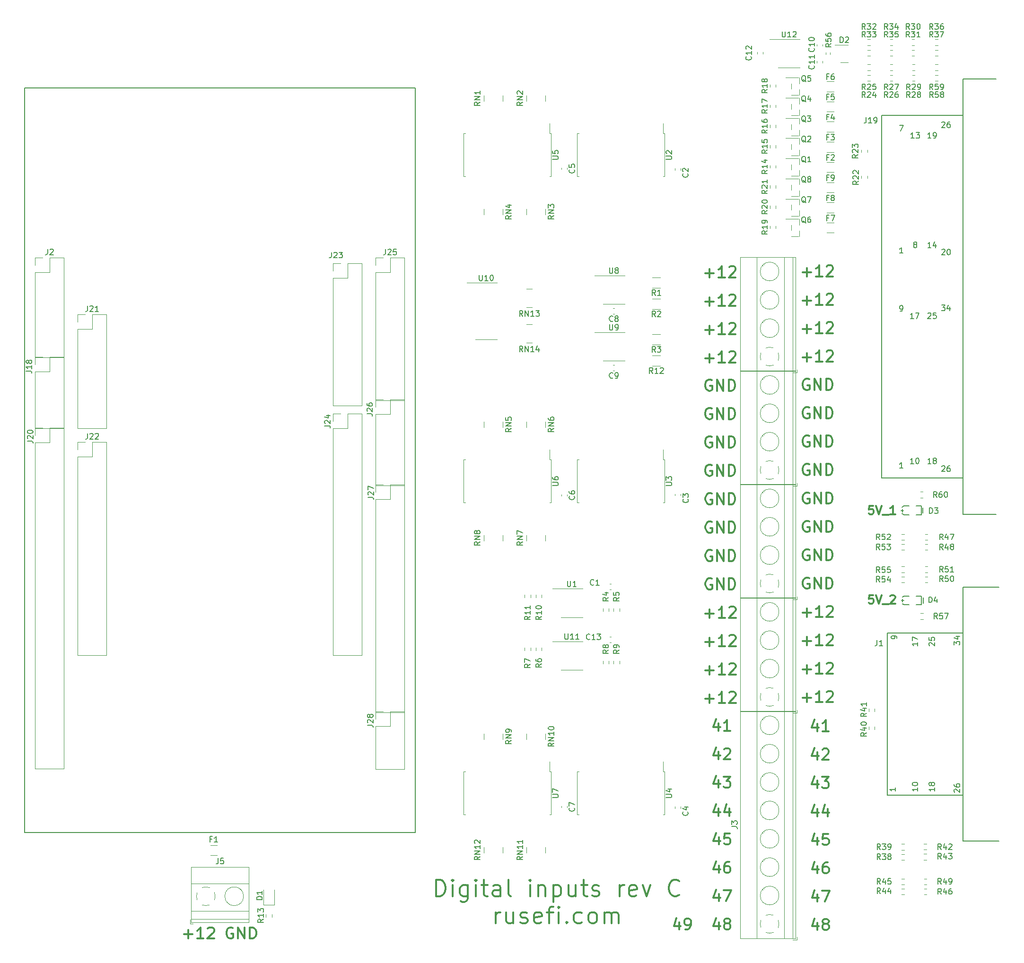
<source format=gto>
G04 #@! TF.GenerationSoftware,KiCad,Pcbnew,7.0.7-7.0.7~ubuntu22.04.1*
G04 #@! TF.CreationDate,2023-09-29T03:26:25+00:00*
G04 #@! TF.ProjectId,digital_inputs,64696769-7461-46c5-9f69-6e707574732e,rev?*
G04 #@! TF.SameCoordinates,PX791ddc0PYca2dd00*
G04 #@! TF.FileFunction,Legend,Top*
G04 #@! TF.FilePolarity,Positive*
%FSLAX46Y46*%
G04 Gerber Fmt 4.6, Leading zero omitted, Abs format (unit mm)*
G04 Created by KiCad (PCBNEW 7.0.7-7.0.7~ubuntu22.04.1) date 2023-09-29 03:26:25*
%MOMM*%
%LPD*%
G01*
G04 APERTURE LIST*
%ADD10C,0.150000*%
%ADD11C,0.300000*%
%ADD12C,0.120000*%
%ADD13C,0.127000*%
%ADD14C,0.200000*%
G04 APERTURE END LIST*
D10*
X7600000Y152900000D02*
X77500000Y152900000D01*
X77500000Y19600000D01*
X7600000Y19600000D01*
X7600000Y152900000D01*
D11*
X147986190Y100735124D02*
X147795714Y100830362D01*
X147795714Y100830362D02*
X147510000Y100830362D01*
X147510000Y100830362D02*
X147224285Y100735124D01*
X147224285Y100735124D02*
X147033809Y100544648D01*
X147033809Y100544648D02*
X146938571Y100354172D01*
X146938571Y100354172D02*
X146843333Y99973220D01*
X146843333Y99973220D02*
X146843333Y99687505D01*
X146843333Y99687505D02*
X146938571Y99306553D01*
X146938571Y99306553D02*
X147033809Y99116077D01*
X147033809Y99116077D02*
X147224285Y98925600D01*
X147224285Y98925600D02*
X147510000Y98830362D01*
X147510000Y98830362D02*
X147700476Y98830362D01*
X147700476Y98830362D02*
X147986190Y98925600D01*
X147986190Y98925600D02*
X148081428Y99020839D01*
X148081428Y99020839D02*
X148081428Y99687505D01*
X148081428Y99687505D02*
X147700476Y99687505D01*
X148938571Y98830362D02*
X148938571Y100830362D01*
X148938571Y100830362D02*
X150081428Y98830362D01*
X150081428Y98830362D02*
X150081428Y100830362D01*
X151033809Y98830362D02*
X151033809Y100830362D01*
X151033809Y100830362D02*
X151509999Y100830362D01*
X151509999Y100830362D02*
X151795714Y100735124D01*
X151795714Y100735124D02*
X151986190Y100544648D01*
X151986190Y100544648D02*
X152081428Y100354172D01*
X152081428Y100354172D02*
X152176666Y99973220D01*
X152176666Y99973220D02*
X152176666Y99687505D01*
X152176666Y99687505D02*
X152081428Y99306553D01*
X152081428Y99306553D02*
X151986190Y99116077D01*
X151986190Y99116077D02*
X151795714Y98925600D01*
X151795714Y98925600D02*
X151509999Y98830362D01*
X151509999Y98830362D02*
X151033809Y98830362D01*
X146868333Y48772267D02*
X148392143Y48772267D01*
X147630238Y48010362D02*
X147630238Y49534172D01*
X150392142Y48010362D02*
X149249285Y48010362D01*
X149820713Y48010362D02*
X149820713Y50010362D01*
X149820713Y50010362D02*
X149630237Y49724648D01*
X149630237Y49724648D02*
X149439761Y49534172D01*
X149439761Y49534172D02*
X149249285Y49438934D01*
X151154047Y49819886D02*
X151249285Y49915124D01*
X151249285Y49915124D02*
X151439761Y50010362D01*
X151439761Y50010362D02*
X151915952Y50010362D01*
X151915952Y50010362D02*
X152106428Y49915124D01*
X152106428Y49915124D02*
X152201666Y49819886D01*
X152201666Y49819886D02*
X152296904Y49629410D01*
X152296904Y49629410D02*
X152296904Y49438934D01*
X152296904Y49438934D02*
X152201666Y49153220D01*
X152201666Y49153220D02*
X151058809Y48010362D01*
X151058809Y48010362D02*
X152296904Y48010362D01*
X36073333Y1337267D02*
X37597143Y1337267D01*
X36835238Y575362D02*
X36835238Y2099172D01*
X39597142Y575362D02*
X38454285Y575362D01*
X39025713Y575362D02*
X39025713Y2575362D01*
X39025713Y2575362D02*
X38835237Y2289648D01*
X38835237Y2289648D02*
X38644761Y2099172D01*
X38644761Y2099172D02*
X38454285Y2003934D01*
X40359047Y2384886D02*
X40454285Y2480124D01*
X40454285Y2480124D02*
X40644761Y2575362D01*
X40644761Y2575362D02*
X41120952Y2575362D01*
X41120952Y2575362D02*
X41311428Y2480124D01*
X41311428Y2480124D02*
X41406666Y2384886D01*
X41406666Y2384886D02*
X41501904Y2194410D01*
X41501904Y2194410D02*
X41501904Y2003934D01*
X41501904Y2003934D02*
X41406666Y1718220D01*
X41406666Y1718220D02*
X40263809Y575362D01*
X40263809Y575362D02*
X41501904Y575362D01*
X149428571Y39023696D02*
X149428571Y37690362D01*
X148952380Y39785600D02*
X148476190Y38357029D01*
X148476190Y38357029D02*
X149714285Y38357029D01*
X151523809Y37690362D02*
X150380952Y37690362D01*
X150952380Y37690362D02*
X150952380Y39690362D01*
X150952380Y39690362D02*
X150761904Y39404648D01*
X150761904Y39404648D02*
X150571428Y39214172D01*
X150571428Y39214172D02*
X150380952Y39118934D01*
X130581190Y65020124D02*
X130390714Y65115362D01*
X130390714Y65115362D02*
X130105000Y65115362D01*
X130105000Y65115362D02*
X129819285Y65020124D01*
X129819285Y65020124D02*
X129628809Y64829648D01*
X129628809Y64829648D02*
X129533571Y64639172D01*
X129533571Y64639172D02*
X129438333Y64258220D01*
X129438333Y64258220D02*
X129438333Y63972505D01*
X129438333Y63972505D02*
X129533571Y63591553D01*
X129533571Y63591553D02*
X129628809Y63401077D01*
X129628809Y63401077D02*
X129819285Y63210600D01*
X129819285Y63210600D02*
X130105000Y63115362D01*
X130105000Y63115362D02*
X130295476Y63115362D01*
X130295476Y63115362D02*
X130581190Y63210600D01*
X130581190Y63210600D02*
X130676428Y63305839D01*
X130676428Y63305839D02*
X130676428Y63972505D01*
X130676428Y63972505D02*
X130295476Y63972505D01*
X131533571Y63115362D02*
X131533571Y65115362D01*
X131533571Y65115362D02*
X132676428Y63115362D01*
X132676428Y63115362D02*
X132676428Y65115362D01*
X133628809Y63115362D02*
X133628809Y65115362D01*
X133628809Y65115362D02*
X134104999Y65115362D01*
X134104999Y65115362D02*
X134390714Y65020124D01*
X134390714Y65020124D02*
X134581190Y64829648D01*
X134581190Y64829648D02*
X134676428Y64639172D01*
X134676428Y64639172D02*
X134771666Y64258220D01*
X134771666Y64258220D02*
X134771666Y63972505D01*
X134771666Y63972505D02*
X134676428Y63591553D01*
X134676428Y63591553D02*
X134581190Y63401077D01*
X134581190Y63401077D02*
X134390714Y63210600D01*
X134390714Y63210600D02*
X134104999Y63115362D01*
X134104999Y63115362D02*
X133628809Y63115362D01*
X159468796Y78099172D02*
X158754510Y78099172D01*
X158754510Y78099172D02*
X158683082Y77384886D01*
X158683082Y77384886D02*
X158754510Y77456315D01*
X158754510Y77456315D02*
X158897368Y77527743D01*
X158897368Y77527743D02*
X159254510Y77527743D01*
X159254510Y77527743D02*
X159397368Y77456315D01*
X159397368Y77456315D02*
X159468796Y77384886D01*
X159468796Y77384886D02*
X159540225Y77242029D01*
X159540225Y77242029D02*
X159540225Y76884886D01*
X159540225Y76884886D02*
X159468796Y76742029D01*
X159468796Y76742029D02*
X159397368Y76670600D01*
X159397368Y76670600D02*
X159254510Y76599172D01*
X159254510Y76599172D02*
X158897368Y76599172D01*
X158897368Y76599172D02*
X158754510Y76670600D01*
X158754510Y76670600D02*
X158683082Y76742029D01*
X159968796Y78099172D02*
X160468796Y76599172D01*
X160468796Y76599172D02*
X160968796Y78099172D01*
X161111653Y76456315D02*
X162254510Y76456315D01*
X163397367Y76599172D02*
X162540224Y76599172D01*
X162968795Y76599172D02*
X162968795Y78099172D01*
X162968795Y78099172D02*
X162825938Y77884886D01*
X162825938Y77884886D02*
X162683081Y77742029D01*
X162683081Y77742029D02*
X162540224Y77670600D01*
X149453571Y13603696D02*
X149453571Y12270362D01*
X148977380Y14365600D02*
X148501190Y12937029D01*
X148501190Y12937029D02*
X149739285Y12937029D01*
X151358333Y14270362D02*
X150977380Y14270362D01*
X150977380Y14270362D02*
X150786904Y14175124D01*
X150786904Y14175124D02*
X150691666Y14079886D01*
X150691666Y14079886D02*
X150501190Y13794172D01*
X150501190Y13794172D02*
X150405952Y13413220D01*
X150405952Y13413220D02*
X150405952Y12651315D01*
X150405952Y12651315D02*
X150501190Y12460839D01*
X150501190Y12460839D02*
X150596428Y12365600D01*
X150596428Y12365600D02*
X150786904Y12270362D01*
X150786904Y12270362D02*
X151167857Y12270362D01*
X151167857Y12270362D02*
X151358333Y12365600D01*
X151358333Y12365600D02*
X151453571Y12460839D01*
X151453571Y12460839D02*
X151548809Y12651315D01*
X151548809Y12651315D02*
X151548809Y13127505D01*
X151548809Y13127505D02*
X151453571Y13317981D01*
X151453571Y13317981D02*
X151358333Y13413220D01*
X151358333Y13413220D02*
X151167857Y13508458D01*
X151167857Y13508458D02*
X150786904Y13508458D01*
X150786904Y13508458D02*
X150596428Y13413220D01*
X150596428Y13413220D02*
X150501190Y13317981D01*
X150501190Y13317981D02*
X150405952Y13127505D01*
X130581190Y80260124D02*
X130390714Y80355362D01*
X130390714Y80355362D02*
X130105000Y80355362D01*
X130105000Y80355362D02*
X129819285Y80260124D01*
X129819285Y80260124D02*
X129628809Y80069648D01*
X129628809Y80069648D02*
X129533571Y79879172D01*
X129533571Y79879172D02*
X129438333Y79498220D01*
X129438333Y79498220D02*
X129438333Y79212505D01*
X129438333Y79212505D02*
X129533571Y78831553D01*
X129533571Y78831553D02*
X129628809Y78641077D01*
X129628809Y78641077D02*
X129819285Y78450600D01*
X129819285Y78450600D02*
X130105000Y78355362D01*
X130105000Y78355362D02*
X130295476Y78355362D01*
X130295476Y78355362D02*
X130581190Y78450600D01*
X130581190Y78450600D02*
X130676428Y78545839D01*
X130676428Y78545839D02*
X130676428Y79212505D01*
X130676428Y79212505D02*
X130295476Y79212505D01*
X131533571Y78355362D02*
X131533571Y80355362D01*
X131533571Y80355362D02*
X132676428Y78355362D01*
X132676428Y78355362D02*
X132676428Y80355362D01*
X133628809Y78355362D02*
X133628809Y80355362D01*
X133628809Y80355362D02*
X134104999Y80355362D01*
X134104999Y80355362D02*
X134390714Y80260124D01*
X134390714Y80260124D02*
X134581190Y80069648D01*
X134581190Y80069648D02*
X134676428Y79879172D01*
X134676428Y79879172D02*
X134771666Y79498220D01*
X134771666Y79498220D02*
X134771666Y79212505D01*
X134771666Y79212505D02*
X134676428Y78831553D01*
X134676428Y78831553D02*
X134581190Y78641077D01*
X134581190Y78641077D02*
X134390714Y78450600D01*
X134390714Y78450600D02*
X134104999Y78355362D01*
X134104999Y78355362D02*
X133628809Y78355362D01*
X159468796Y62099172D02*
X158754510Y62099172D01*
X158754510Y62099172D02*
X158683082Y61384886D01*
X158683082Y61384886D02*
X158754510Y61456315D01*
X158754510Y61456315D02*
X158897368Y61527743D01*
X158897368Y61527743D02*
X159254510Y61527743D01*
X159254510Y61527743D02*
X159397368Y61456315D01*
X159397368Y61456315D02*
X159468796Y61384886D01*
X159468796Y61384886D02*
X159540225Y61242029D01*
X159540225Y61242029D02*
X159540225Y60884886D01*
X159540225Y60884886D02*
X159468796Y60742029D01*
X159468796Y60742029D02*
X159397368Y60670600D01*
X159397368Y60670600D02*
X159254510Y60599172D01*
X159254510Y60599172D02*
X158897368Y60599172D01*
X158897368Y60599172D02*
X158754510Y60670600D01*
X158754510Y60670600D02*
X158683082Y60742029D01*
X159968796Y62099172D02*
X160468796Y60599172D01*
X160468796Y60599172D02*
X160968796Y62099172D01*
X161111653Y60456315D02*
X162254510Y60456315D01*
X162540224Y61956315D02*
X162611652Y62027743D01*
X162611652Y62027743D02*
X162754510Y62099172D01*
X162754510Y62099172D02*
X163111652Y62099172D01*
X163111652Y62099172D02*
X163254510Y62027743D01*
X163254510Y62027743D02*
X163325938Y61956315D01*
X163325938Y61956315D02*
X163397367Y61813458D01*
X163397367Y61813458D02*
X163397367Y61670600D01*
X163397367Y61670600D02*
X163325938Y61456315D01*
X163325938Y61456315D02*
X162468795Y60599172D01*
X162468795Y60599172D02*
X163397367Y60599172D01*
X146868333Y43692267D02*
X148392143Y43692267D01*
X147630238Y42930362D02*
X147630238Y44454172D01*
X150392142Y42930362D02*
X149249285Y42930362D01*
X149820713Y42930362D02*
X149820713Y44930362D01*
X149820713Y44930362D02*
X149630237Y44644648D01*
X149630237Y44644648D02*
X149439761Y44454172D01*
X149439761Y44454172D02*
X149249285Y44358934D01*
X151154047Y44739886D02*
X151249285Y44835124D01*
X151249285Y44835124D02*
X151439761Y44930362D01*
X151439761Y44930362D02*
X151915952Y44930362D01*
X151915952Y44930362D02*
X152106428Y44835124D01*
X152106428Y44835124D02*
X152201666Y44739886D01*
X152201666Y44739886D02*
X152296904Y44549410D01*
X152296904Y44549410D02*
X152296904Y44358934D01*
X152296904Y44358934D02*
X152201666Y44073220D01*
X152201666Y44073220D02*
X151058809Y42930362D01*
X151058809Y42930362D02*
X152296904Y42930362D01*
X147986190Y95655124D02*
X147795714Y95750362D01*
X147795714Y95750362D02*
X147510000Y95750362D01*
X147510000Y95750362D02*
X147224285Y95655124D01*
X147224285Y95655124D02*
X147033809Y95464648D01*
X147033809Y95464648D02*
X146938571Y95274172D01*
X146938571Y95274172D02*
X146843333Y94893220D01*
X146843333Y94893220D02*
X146843333Y94607505D01*
X146843333Y94607505D02*
X146938571Y94226553D01*
X146938571Y94226553D02*
X147033809Y94036077D01*
X147033809Y94036077D02*
X147224285Y93845600D01*
X147224285Y93845600D02*
X147510000Y93750362D01*
X147510000Y93750362D02*
X147700476Y93750362D01*
X147700476Y93750362D02*
X147986190Y93845600D01*
X147986190Y93845600D02*
X148081428Y93940839D01*
X148081428Y93940839D02*
X148081428Y94607505D01*
X148081428Y94607505D02*
X147700476Y94607505D01*
X148938571Y93750362D02*
X148938571Y95750362D01*
X148938571Y95750362D02*
X150081428Y93750362D01*
X150081428Y93750362D02*
X150081428Y95750362D01*
X151033809Y93750362D02*
X151033809Y95750362D01*
X151033809Y95750362D02*
X151509999Y95750362D01*
X151509999Y95750362D02*
X151795714Y95655124D01*
X151795714Y95655124D02*
X151986190Y95464648D01*
X151986190Y95464648D02*
X152081428Y95274172D01*
X152081428Y95274172D02*
X152176666Y94893220D01*
X152176666Y94893220D02*
X152176666Y94607505D01*
X152176666Y94607505D02*
X152081428Y94226553D01*
X152081428Y94226553D02*
X151986190Y94036077D01*
X151986190Y94036077D02*
X151795714Y93845600D01*
X151795714Y93845600D02*
X151509999Y93750362D01*
X151509999Y93750362D02*
X151033809Y93750362D01*
X129413333Y119777267D02*
X130937143Y119777267D01*
X130175238Y119015362D02*
X130175238Y120539172D01*
X132937142Y119015362D02*
X131794285Y119015362D01*
X132365713Y119015362D02*
X132365713Y121015362D01*
X132365713Y121015362D02*
X132175237Y120729648D01*
X132175237Y120729648D02*
X131984761Y120539172D01*
X131984761Y120539172D02*
X131794285Y120443934D01*
X133699047Y120824886D02*
X133794285Y120920124D01*
X133794285Y120920124D02*
X133984761Y121015362D01*
X133984761Y121015362D02*
X134460952Y121015362D01*
X134460952Y121015362D02*
X134651428Y120920124D01*
X134651428Y120920124D02*
X134746666Y120824886D01*
X134746666Y120824886D02*
X134841904Y120634410D01*
X134841904Y120634410D02*
X134841904Y120443934D01*
X134841904Y120443934D02*
X134746666Y120158220D01*
X134746666Y120158220D02*
X133603809Y119015362D01*
X133603809Y119015362D02*
X134841904Y119015362D01*
X148011190Y65155124D02*
X147820714Y65250362D01*
X147820714Y65250362D02*
X147535000Y65250362D01*
X147535000Y65250362D02*
X147249285Y65155124D01*
X147249285Y65155124D02*
X147058809Y64964648D01*
X147058809Y64964648D02*
X146963571Y64774172D01*
X146963571Y64774172D02*
X146868333Y64393220D01*
X146868333Y64393220D02*
X146868333Y64107505D01*
X146868333Y64107505D02*
X146963571Y63726553D01*
X146963571Y63726553D02*
X147058809Y63536077D01*
X147058809Y63536077D02*
X147249285Y63345600D01*
X147249285Y63345600D02*
X147535000Y63250362D01*
X147535000Y63250362D02*
X147725476Y63250362D01*
X147725476Y63250362D02*
X148011190Y63345600D01*
X148011190Y63345600D02*
X148106428Y63440839D01*
X148106428Y63440839D02*
X148106428Y64107505D01*
X148106428Y64107505D02*
X147725476Y64107505D01*
X148963571Y63250362D02*
X148963571Y65250362D01*
X148963571Y65250362D02*
X150106428Y63250362D01*
X150106428Y63250362D02*
X150106428Y65250362D01*
X151058809Y63250362D02*
X151058809Y65250362D01*
X151058809Y65250362D02*
X151534999Y65250362D01*
X151534999Y65250362D02*
X151820714Y65155124D01*
X151820714Y65155124D02*
X152011190Y64964648D01*
X152011190Y64964648D02*
X152106428Y64774172D01*
X152106428Y64774172D02*
X152201666Y64393220D01*
X152201666Y64393220D02*
X152201666Y64107505D01*
X152201666Y64107505D02*
X152106428Y63726553D01*
X152106428Y63726553D02*
X152011190Y63536077D01*
X152011190Y63536077D02*
X151820714Y63345600D01*
X151820714Y63345600D02*
X151534999Y63250362D01*
X151534999Y63250362D02*
X151058809Y63250362D01*
X149428571Y28863696D02*
X149428571Y27530362D01*
X148952380Y29625600D02*
X148476190Y28197029D01*
X148476190Y28197029D02*
X149714285Y28197029D01*
X150285714Y29530362D02*
X151523809Y29530362D01*
X151523809Y29530362D02*
X150857142Y28768458D01*
X150857142Y28768458D02*
X151142857Y28768458D01*
X151142857Y28768458D02*
X151333333Y28673220D01*
X151333333Y28673220D02*
X151428571Y28577981D01*
X151428571Y28577981D02*
X151523809Y28387505D01*
X151523809Y28387505D02*
X151523809Y27911315D01*
X151523809Y27911315D02*
X151428571Y27720839D01*
X151428571Y27720839D02*
X151333333Y27625600D01*
X151333333Y27625600D02*
X151142857Y27530362D01*
X151142857Y27530362D02*
X150571428Y27530362D01*
X150571428Y27530362D02*
X150380952Y27625600D01*
X150380952Y27625600D02*
X150285714Y27720839D01*
X130556190Y95520124D02*
X130365714Y95615362D01*
X130365714Y95615362D02*
X130080000Y95615362D01*
X130080000Y95615362D02*
X129794285Y95520124D01*
X129794285Y95520124D02*
X129603809Y95329648D01*
X129603809Y95329648D02*
X129508571Y95139172D01*
X129508571Y95139172D02*
X129413333Y94758220D01*
X129413333Y94758220D02*
X129413333Y94472505D01*
X129413333Y94472505D02*
X129508571Y94091553D01*
X129508571Y94091553D02*
X129603809Y93901077D01*
X129603809Y93901077D02*
X129794285Y93710600D01*
X129794285Y93710600D02*
X130080000Y93615362D01*
X130080000Y93615362D02*
X130270476Y93615362D01*
X130270476Y93615362D02*
X130556190Y93710600D01*
X130556190Y93710600D02*
X130651428Y93805839D01*
X130651428Y93805839D02*
X130651428Y94472505D01*
X130651428Y94472505D02*
X130270476Y94472505D01*
X131508571Y93615362D02*
X131508571Y95615362D01*
X131508571Y95615362D02*
X132651428Y93615362D01*
X132651428Y93615362D02*
X132651428Y95615362D01*
X133603809Y93615362D02*
X133603809Y95615362D01*
X133603809Y95615362D02*
X134079999Y95615362D01*
X134079999Y95615362D02*
X134365714Y95520124D01*
X134365714Y95520124D02*
X134556190Y95329648D01*
X134556190Y95329648D02*
X134651428Y95139172D01*
X134651428Y95139172D02*
X134746666Y94758220D01*
X134746666Y94758220D02*
X134746666Y94472505D01*
X134746666Y94472505D02*
X134651428Y94091553D01*
X134651428Y94091553D02*
X134556190Y93901077D01*
X134556190Y93901077D02*
X134365714Y93710600D01*
X134365714Y93710600D02*
X134079999Y93615362D01*
X134079999Y93615362D02*
X133603809Y93615362D01*
X131803571Y39103696D02*
X131803571Y37770362D01*
X131327380Y39865600D02*
X130851190Y38437029D01*
X130851190Y38437029D02*
X132089285Y38437029D01*
X133898809Y37770362D02*
X132755952Y37770362D01*
X133327380Y37770362D02*
X133327380Y39770362D01*
X133327380Y39770362D02*
X133136904Y39484648D01*
X133136904Y39484648D02*
X132946428Y39294172D01*
X132946428Y39294172D02*
X132755952Y39198934D01*
X148011190Y75315124D02*
X147820714Y75410362D01*
X147820714Y75410362D02*
X147535000Y75410362D01*
X147535000Y75410362D02*
X147249285Y75315124D01*
X147249285Y75315124D02*
X147058809Y75124648D01*
X147058809Y75124648D02*
X146963571Y74934172D01*
X146963571Y74934172D02*
X146868333Y74553220D01*
X146868333Y74553220D02*
X146868333Y74267505D01*
X146868333Y74267505D02*
X146963571Y73886553D01*
X146963571Y73886553D02*
X147058809Y73696077D01*
X147058809Y73696077D02*
X147249285Y73505600D01*
X147249285Y73505600D02*
X147535000Y73410362D01*
X147535000Y73410362D02*
X147725476Y73410362D01*
X147725476Y73410362D02*
X148011190Y73505600D01*
X148011190Y73505600D02*
X148106428Y73600839D01*
X148106428Y73600839D02*
X148106428Y74267505D01*
X148106428Y74267505D02*
X147725476Y74267505D01*
X148963571Y73410362D02*
X148963571Y75410362D01*
X148963571Y75410362D02*
X150106428Y73410362D01*
X150106428Y73410362D02*
X150106428Y75410362D01*
X151058809Y73410362D02*
X151058809Y75410362D01*
X151058809Y75410362D02*
X151534999Y75410362D01*
X151534999Y75410362D02*
X151820714Y75315124D01*
X151820714Y75315124D02*
X152011190Y75124648D01*
X152011190Y75124648D02*
X152106428Y74934172D01*
X152106428Y74934172D02*
X152201666Y74553220D01*
X152201666Y74553220D02*
X152201666Y74267505D01*
X152201666Y74267505D02*
X152106428Y73886553D01*
X152106428Y73886553D02*
X152011190Y73696077D01*
X152011190Y73696077D02*
X151820714Y73505600D01*
X151820714Y73505600D02*
X151534999Y73410362D01*
X151534999Y73410362D02*
X151058809Y73410362D01*
X44836190Y2480124D02*
X44645714Y2575362D01*
X44645714Y2575362D02*
X44360000Y2575362D01*
X44360000Y2575362D02*
X44074285Y2480124D01*
X44074285Y2480124D02*
X43883809Y2289648D01*
X43883809Y2289648D02*
X43788571Y2099172D01*
X43788571Y2099172D02*
X43693333Y1718220D01*
X43693333Y1718220D02*
X43693333Y1432505D01*
X43693333Y1432505D02*
X43788571Y1051553D01*
X43788571Y1051553D02*
X43883809Y861077D01*
X43883809Y861077D02*
X44074285Y670600D01*
X44074285Y670600D02*
X44360000Y575362D01*
X44360000Y575362D02*
X44550476Y575362D01*
X44550476Y575362D02*
X44836190Y670600D01*
X44836190Y670600D02*
X44931428Y765839D01*
X44931428Y765839D02*
X44931428Y1432505D01*
X44931428Y1432505D02*
X44550476Y1432505D01*
X45788571Y575362D02*
X45788571Y2575362D01*
X45788571Y2575362D02*
X46931428Y575362D01*
X46931428Y575362D02*
X46931428Y2575362D01*
X47883809Y575362D02*
X47883809Y2575362D01*
X47883809Y2575362D02*
X48359999Y2575362D01*
X48359999Y2575362D02*
X48645714Y2480124D01*
X48645714Y2480124D02*
X48836190Y2289648D01*
X48836190Y2289648D02*
X48931428Y2099172D01*
X48931428Y2099172D02*
X49026666Y1718220D01*
X49026666Y1718220D02*
X49026666Y1432505D01*
X49026666Y1432505D02*
X48931428Y1051553D01*
X48931428Y1051553D02*
X48836190Y861077D01*
X48836190Y861077D02*
X48645714Y670600D01*
X48645714Y670600D02*
X48359999Y575362D01*
X48359999Y575362D02*
X47883809Y575362D01*
X146868333Y53852267D02*
X148392143Y53852267D01*
X147630238Y53090362D02*
X147630238Y54614172D01*
X150392142Y53090362D02*
X149249285Y53090362D01*
X149820713Y53090362D02*
X149820713Y55090362D01*
X149820713Y55090362D02*
X149630237Y54804648D01*
X149630237Y54804648D02*
X149439761Y54614172D01*
X149439761Y54614172D02*
X149249285Y54518934D01*
X151154047Y54899886D02*
X151249285Y54995124D01*
X151249285Y54995124D02*
X151439761Y55090362D01*
X151439761Y55090362D02*
X151915952Y55090362D01*
X151915952Y55090362D02*
X152106428Y54995124D01*
X152106428Y54995124D02*
X152201666Y54899886D01*
X152201666Y54899886D02*
X152296904Y54709410D01*
X152296904Y54709410D02*
X152296904Y54518934D01*
X152296904Y54518934D02*
X152201666Y54233220D01*
X152201666Y54233220D02*
X151058809Y53090362D01*
X151058809Y53090362D02*
X152296904Y53090362D01*
X131803571Y23863696D02*
X131803571Y22530362D01*
X131327380Y24625600D02*
X130851190Y23197029D01*
X130851190Y23197029D02*
X132089285Y23197029D01*
X133708333Y23863696D02*
X133708333Y22530362D01*
X133232142Y24625600D02*
X132755952Y23197029D01*
X132755952Y23197029D02*
X133994047Y23197029D01*
X149453571Y8523696D02*
X149453571Y7190362D01*
X148977380Y9285600D02*
X148501190Y7857029D01*
X148501190Y7857029D02*
X149739285Y7857029D01*
X150310714Y9190362D02*
X151644047Y9190362D01*
X151644047Y9190362D02*
X150786904Y7190362D01*
X148011190Y80395124D02*
X147820714Y80490362D01*
X147820714Y80490362D02*
X147535000Y80490362D01*
X147535000Y80490362D02*
X147249285Y80395124D01*
X147249285Y80395124D02*
X147058809Y80204648D01*
X147058809Y80204648D02*
X146963571Y80014172D01*
X146963571Y80014172D02*
X146868333Y79633220D01*
X146868333Y79633220D02*
X146868333Y79347505D01*
X146868333Y79347505D02*
X146963571Y78966553D01*
X146963571Y78966553D02*
X147058809Y78776077D01*
X147058809Y78776077D02*
X147249285Y78585600D01*
X147249285Y78585600D02*
X147535000Y78490362D01*
X147535000Y78490362D02*
X147725476Y78490362D01*
X147725476Y78490362D02*
X148011190Y78585600D01*
X148011190Y78585600D02*
X148106428Y78680839D01*
X148106428Y78680839D02*
X148106428Y79347505D01*
X148106428Y79347505D02*
X147725476Y79347505D01*
X148963571Y78490362D02*
X148963571Y80490362D01*
X148963571Y80490362D02*
X150106428Y78490362D01*
X150106428Y78490362D02*
X150106428Y80490362D01*
X151058809Y78490362D02*
X151058809Y80490362D01*
X151058809Y80490362D02*
X151534999Y80490362D01*
X151534999Y80490362D02*
X151820714Y80395124D01*
X151820714Y80395124D02*
X152011190Y80204648D01*
X152011190Y80204648D02*
X152106428Y80014172D01*
X152106428Y80014172D02*
X152201666Y79633220D01*
X152201666Y79633220D02*
X152201666Y79347505D01*
X152201666Y79347505D02*
X152106428Y78966553D01*
X152106428Y78966553D02*
X152011190Y78776077D01*
X152011190Y78776077D02*
X151820714Y78585600D01*
X151820714Y78585600D02*
X151534999Y78490362D01*
X151534999Y78490362D02*
X151058809Y78490362D01*
X130556190Y100600124D02*
X130365714Y100695362D01*
X130365714Y100695362D02*
X130080000Y100695362D01*
X130080000Y100695362D02*
X129794285Y100600124D01*
X129794285Y100600124D02*
X129603809Y100409648D01*
X129603809Y100409648D02*
X129508571Y100219172D01*
X129508571Y100219172D02*
X129413333Y99838220D01*
X129413333Y99838220D02*
X129413333Y99552505D01*
X129413333Y99552505D02*
X129508571Y99171553D01*
X129508571Y99171553D02*
X129603809Y98981077D01*
X129603809Y98981077D02*
X129794285Y98790600D01*
X129794285Y98790600D02*
X130080000Y98695362D01*
X130080000Y98695362D02*
X130270476Y98695362D01*
X130270476Y98695362D02*
X130556190Y98790600D01*
X130556190Y98790600D02*
X130651428Y98885839D01*
X130651428Y98885839D02*
X130651428Y99552505D01*
X130651428Y99552505D02*
X130270476Y99552505D01*
X131508571Y98695362D02*
X131508571Y100695362D01*
X131508571Y100695362D02*
X132651428Y98695362D01*
X132651428Y98695362D02*
X132651428Y100695362D01*
X133603809Y98695362D02*
X133603809Y100695362D01*
X133603809Y100695362D02*
X134079999Y100695362D01*
X134079999Y100695362D02*
X134365714Y100600124D01*
X134365714Y100600124D02*
X134556190Y100409648D01*
X134556190Y100409648D02*
X134651428Y100219172D01*
X134651428Y100219172D02*
X134746666Y99838220D01*
X134746666Y99838220D02*
X134746666Y99552505D01*
X134746666Y99552505D02*
X134651428Y99171553D01*
X134651428Y99171553D02*
X134556190Y98981077D01*
X134556190Y98981077D02*
X134365714Y98790600D01*
X134365714Y98790600D02*
X134079999Y98695362D01*
X134079999Y98695362D02*
X133603809Y98695362D01*
X130556190Y90440124D02*
X130365714Y90535362D01*
X130365714Y90535362D02*
X130080000Y90535362D01*
X130080000Y90535362D02*
X129794285Y90440124D01*
X129794285Y90440124D02*
X129603809Y90249648D01*
X129603809Y90249648D02*
X129508571Y90059172D01*
X129508571Y90059172D02*
X129413333Y89678220D01*
X129413333Y89678220D02*
X129413333Y89392505D01*
X129413333Y89392505D02*
X129508571Y89011553D01*
X129508571Y89011553D02*
X129603809Y88821077D01*
X129603809Y88821077D02*
X129794285Y88630600D01*
X129794285Y88630600D02*
X130080000Y88535362D01*
X130080000Y88535362D02*
X130270476Y88535362D01*
X130270476Y88535362D02*
X130556190Y88630600D01*
X130556190Y88630600D02*
X130651428Y88725839D01*
X130651428Y88725839D02*
X130651428Y89392505D01*
X130651428Y89392505D02*
X130270476Y89392505D01*
X131508571Y88535362D02*
X131508571Y90535362D01*
X131508571Y90535362D02*
X132651428Y88535362D01*
X132651428Y88535362D02*
X132651428Y90535362D01*
X133603809Y88535362D02*
X133603809Y90535362D01*
X133603809Y90535362D02*
X134079999Y90535362D01*
X134079999Y90535362D02*
X134365714Y90440124D01*
X134365714Y90440124D02*
X134556190Y90249648D01*
X134556190Y90249648D02*
X134651428Y90059172D01*
X134651428Y90059172D02*
X134746666Y89678220D01*
X134746666Y89678220D02*
X134746666Y89392505D01*
X134746666Y89392505D02*
X134651428Y89011553D01*
X134651428Y89011553D02*
X134556190Y88821077D01*
X134556190Y88821077D02*
X134365714Y88630600D01*
X134365714Y88630600D02*
X134079999Y88535362D01*
X134079999Y88535362D02*
X133603809Y88535362D01*
X131803571Y28943696D02*
X131803571Y27610362D01*
X131327380Y29705600D02*
X130851190Y28277029D01*
X130851190Y28277029D02*
X132089285Y28277029D01*
X132660714Y29610362D02*
X133898809Y29610362D01*
X133898809Y29610362D02*
X133232142Y28848458D01*
X133232142Y28848458D02*
X133517857Y28848458D01*
X133517857Y28848458D02*
X133708333Y28753220D01*
X133708333Y28753220D02*
X133803571Y28657981D01*
X133803571Y28657981D02*
X133898809Y28467505D01*
X133898809Y28467505D02*
X133898809Y27991315D01*
X133898809Y27991315D02*
X133803571Y27800839D01*
X133803571Y27800839D02*
X133708333Y27705600D01*
X133708333Y27705600D02*
X133517857Y27610362D01*
X133517857Y27610362D02*
X132946428Y27610362D01*
X132946428Y27610362D02*
X132755952Y27705600D01*
X132755952Y27705600D02*
X132660714Y27800839D01*
X146843333Y114832267D02*
X148367143Y114832267D01*
X147605238Y114070362D02*
X147605238Y115594172D01*
X150367142Y114070362D02*
X149224285Y114070362D01*
X149795713Y114070362D02*
X149795713Y116070362D01*
X149795713Y116070362D02*
X149605237Y115784648D01*
X149605237Y115784648D02*
X149414761Y115594172D01*
X149414761Y115594172D02*
X149224285Y115498934D01*
X151129047Y115879886D02*
X151224285Y115975124D01*
X151224285Y115975124D02*
X151414761Y116070362D01*
X151414761Y116070362D02*
X151890952Y116070362D01*
X151890952Y116070362D02*
X152081428Y115975124D01*
X152081428Y115975124D02*
X152176666Y115879886D01*
X152176666Y115879886D02*
X152271904Y115689410D01*
X152271904Y115689410D02*
X152271904Y115498934D01*
X152271904Y115498934D02*
X152176666Y115213220D01*
X152176666Y115213220D02*
X151033809Y114070362D01*
X151033809Y114070362D02*
X152271904Y114070362D01*
X147986190Y90575124D02*
X147795714Y90670362D01*
X147795714Y90670362D02*
X147510000Y90670362D01*
X147510000Y90670362D02*
X147224285Y90575124D01*
X147224285Y90575124D02*
X147033809Y90384648D01*
X147033809Y90384648D02*
X146938571Y90194172D01*
X146938571Y90194172D02*
X146843333Y89813220D01*
X146843333Y89813220D02*
X146843333Y89527505D01*
X146843333Y89527505D02*
X146938571Y89146553D01*
X146938571Y89146553D02*
X147033809Y88956077D01*
X147033809Y88956077D02*
X147224285Y88765600D01*
X147224285Y88765600D02*
X147510000Y88670362D01*
X147510000Y88670362D02*
X147700476Y88670362D01*
X147700476Y88670362D02*
X147986190Y88765600D01*
X147986190Y88765600D02*
X148081428Y88860839D01*
X148081428Y88860839D02*
X148081428Y89527505D01*
X148081428Y89527505D02*
X147700476Y89527505D01*
X148938571Y88670362D02*
X148938571Y90670362D01*
X148938571Y90670362D02*
X150081428Y88670362D01*
X150081428Y88670362D02*
X150081428Y90670362D01*
X151033809Y88670362D02*
X151033809Y90670362D01*
X151033809Y90670362D02*
X151509999Y90670362D01*
X151509999Y90670362D02*
X151795714Y90575124D01*
X151795714Y90575124D02*
X151986190Y90384648D01*
X151986190Y90384648D02*
X152081428Y90194172D01*
X152081428Y90194172D02*
X152176666Y89813220D01*
X152176666Y89813220D02*
X152176666Y89527505D01*
X152176666Y89527505D02*
X152081428Y89146553D01*
X152081428Y89146553D02*
X151986190Y88956077D01*
X151986190Y88956077D02*
X151795714Y88765600D01*
X151795714Y88765600D02*
X151509999Y88670362D01*
X151509999Y88670362D02*
X151033809Y88670362D01*
X129438333Y58797267D02*
X130962143Y58797267D01*
X130200238Y58035362D02*
X130200238Y59559172D01*
X132962142Y58035362D02*
X131819285Y58035362D01*
X132390713Y58035362D02*
X132390713Y60035362D01*
X132390713Y60035362D02*
X132200237Y59749648D01*
X132200237Y59749648D02*
X132009761Y59559172D01*
X132009761Y59559172D02*
X131819285Y59463934D01*
X133724047Y59844886D02*
X133819285Y59940124D01*
X133819285Y59940124D02*
X134009761Y60035362D01*
X134009761Y60035362D02*
X134485952Y60035362D01*
X134485952Y60035362D02*
X134676428Y59940124D01*
X134676428Y59940124D02*
X134771666Y59844886D01*
X134771666Y59844886D02*
X134866904Y59654410D01*
X134866904Y59654410D02*
X134866904Y59463934D01*
X134866904Y59463934D02*
X134771666Y59178220D01*
X134771666Y59178220D02*
X133628809Y58035362D01*
X133628809Y58035362D02*
X134866904Y58035362D01*
X149453571Y3443696D02*
X149453571Y2110362D01*
X148977380Y4205600D02*
X148501190Y2777029D01*
X148501190Y2777029D02*
X149739285Y2777029D01*
X150786904Y3253220D02*
X150596428Y3348458D01*
X150596428Y3348458D02*
X150501190Y3443696D01*
X150501190Y3443696D02*
X150405952Y3634172D01*
X150405952Y3634172D02*
X150405952Y3729410D01*
X150405952Y3729410D02*
X150501190Y3919886D01*
X150501190Y3919886D02*
X150596428Y4015124D01*
X150596428Y4015124D02*
X150786904Y4110362D01*
X150786904Y4110362D02*
X151167857Y4110362D01*
X151167857Y4110362D02*
X151358333Y4015124D01*
X151358333Y4015124D02*
X151453571Y3919886D01*
X151453571Y3919886D02*
X151548809Y3729410D01*
X151548809Y3729410D02*
X151548809Y3634172D01*
X151548809Y3634172D02*
X151453571Y3443696D01*
X151453571Y3443696D02*
X151358333Y3348458D01*
X151358333Y3348458D02*
X151167857Y3253220D01*
X151167857Y3253220D02*
X150786904Y3253220D01*
X150786904Y3253220D02*
X150596428Y3157981D01*
X150596428Y3157981D02*
X150501190Y3062743D01*
X150501190Y3062743D02*
X150405952Y2872267D01*
X150405952Y2872267D02*
X150405952Y2491315D01*
X150405952Y2491315D02*
X150501190Y2300839D01*
X150501190Y2300839D02*
X150596428Y2205600D01*
X150596428Y2205600D02*
X150786904Y2110362D01*
X150786904Y2110362D02*
X151167857Y2110362D01*
X151167857Y2110362D02*
X151358333Y2205600D01*
X151358333Y2205600D02*
X151453571Y2300839D01*
X151453571Y2300839D02*
X151548809Y2491315D01*
X151548809Y2491315D02*
X151548809Y2872267D01*
X151548809Y2872267D02*
X151453571Y3062743D01*
X151453571Y3062743D02*
X151358333Y3157981D01*
X151358333Y3157981D02*
X151167857Y3253220D01*
X131828571Y8603696D02*
X131828571Y7270362D01*
X131352380Y9365600D02*
X130876190Y7937029D01*
X130876190Y7937029D02*
X132114285Y7937029D01*
X132685714Y9270362D02*
X134019047Y9270362D01*
X134019047Y9270362D02*
X133161904Y7270362D01*
X81185714Y8142743D02*
X81185714Y11142743D01*
X81185714Y11142743D02*
X81900000Y11142743D01*
X81900000Y11142743D02*
X82328571Y10999886D01*
X82328571Y10999886D02*
X82614286Y10714172D01*
X82614286Y10714172D02*
X82757143Y10428458D01*
X82757143Y10428458D02*
X82900000Y9857029D01*
X82900000Y9857029D02*
X82900000Y9428458D01*
X82900000Y9428458D02*
X82757143Y8857029D01*
X82757143Y8857029D02*
X82614286Y8571315D01*
X82614286Y8571315D02*
X82328571Y8285600D01*
X82328571Y8285600D02*
X81900000Y8142743D01*
X81900000Y8142743D02*
X81185714Y8142743D01*
X84185714Y8142743D02*
X84185714Y10142743D01*
X84185714Y11142743D02*
X84042857Y10999886D01*
X84042857Y10999886D02*
X84185714Y10857029D01*
X84185714Y10857029D02*
X84328571Y10999886D01*
X84328571Y10999886D02*
X84185714Y11142743D01*
X84185714Y11142743D02*
X84185714Y10857029D01*
X86900000Y10142743D02*
X86900000Y7714172D01*
X86900000Y7714172D02*
X86757142Y7428458D01*
X86757142Y7428458D02*
X86614285Y7285600D01*
X86614285Y7285600D02*
X86328571Y7142743D01*
X86328571Y7142743D02*
X85900000Y7142743D01*
X85900000Y7142743D02*
X85614285Y7285600D01*
X86900000Y8285600D02*
X86614285Y8142743D01*
X86614285Y8142743D02*
X86042857Y8142743D01*
X86042857Y8142743D02*
X85757142Y8285600D01*
X85757142Y8285600D02*
X85614285Y8428458D01*
X85614285Y8428458D02*
X85471428Y8714172D01*
X85471428Y8714172D02*
X85471428Y9571315D01*
X85471428Y9571315D02*
X85614285Y9857029D01*
X85614285Y9857029D02*
X85757142Y9999886D01*
X85757142Y9999886D02*
X86042857Y10142743D01*
X86042857Y10142743D02*
X86614285Y10142743D01*
X86614285Y10142743D02*
X86900000Y9999886D01*
X88328571Y8142743D02*
X88328571Y10142743D01*
X88328571Y11142743D02*
X88185714Y10999886D01*
X88185714Y10999886D02*
X88328571Y10857029D01*
X88328571Y10857029D02*
X88471428Y10999886D01*
X88471428Y10999886D02*
X88328571Y11142743D01*
X88328571Y11142743D02*
X88328571Y10857029D01*
X89328571Y10142743D02*
X90471428Y10142743D01*
X89757142Y11142743D02*
X89757142Y8571315D01*
X89757142Y8571315D02*
X89899999Y8285600D01*
X89899999Y8285600D02*
X90185714Y8142743D01*
X90185714Y8142743D02*
X90471428Y8142743D01*
X92757143Y8142743D02*
X92757143Y9714172D01*
X92757143Y9714172D02*
X92614285Y9999886D01*
X92614285Y9999886D02*
X92328571Y10142743D01*
X92328571Y10142743D02*
X91757143Y10142743D01*
X91757143Y10142743D02*
X91471428Y9999886D01*
X92757143Y8285600D02*
X92471428Y8142743D01*
X92471428Y8142743D02*
X91757143Y8142743D01*
X91757143Y8142743D02*
X91471428Y8285600D01*
X91471428Y8285600D02*
X91328571Y8571315D01*
X91328571Y8571315D02*
X91328571Y8857029D01*
X91328571Y8857029D02*
X91471428Y9142743D01*
X91471428Y9142743D02*
X91757143Y9285600D01*
X91757143Y9285600D02*
X92471428Y9285600D01*
X92471428Y9285600D02*
X92757143Y9428458D01*
X94614286Y8142743D02*
X94328571Y8285600D01*
X94328571Y8285600D02*
X94185714Y8571315D01*
X94185714Y8571315D02*
X94185714Y11142743D01*
X98042857Y8142743D02*
X98042857Y10142743D01*
X98042857Y11142743D02*
X97900000Y10999886D01*
X97900000Y10999886D02*
X98042857Y10857029D01*
X98042857Y10857029D02*
X98185714Y10999886D01*
X98185714Y10999886D02*
X98042857Y11142743D01*
X98042857Y11142743D02*
X98042857Y10857029D01*
X99471428Y10142743D02*
X99471428Y8142743D01*
X99471428Y9857029D02*
X99614285Y9999886D01*
X99614285Y9999886D02*
X99900000Y10142743D01*
X99900000Y10142743D02*
X100328571Y10142743D01*
X100328571Y10142743D02*
X100614285Y9999886D01*
X100614285Y9999886D02*
X100757143Y9714172D01*
X100757143Y9714172D02*
X100757143Y8142743D01*
X102185714Y10142743D02*
X102185714Y7142743D01*
X102185714Y9999886D02*
X102471429Y10142743D01*
X102471429Y10142743D02*
X103042857Y10142743D01*
X103042857Y10142743D02*
X103328571Y9999886D01*
X103328571Y9999886D02*
X103471429Y9857029D01*
X103471429Y9857029D02*
X103614286Y9571315D01*
X103614286Y9571315D02*
X103614286Y8714172D01*
X103614286Y8714172D02*
X103471429Y8428458D01*
X103471429Y8428458D02*
X103328571Y8285600D01*
X103328571Y8285600D02*
X103042857Y8142743D01*
X103042857Y8142743D02*
X102471429Y8142743D01*
X102471429Y8142743D02*
X102185714Y8285600D01*
X106185715Y10142743D02*
X106185715Y8142743D01*
X104900000Y10142743D02*
X104900000Y8571315D01*
X104900000Y8571315D02*
X105042857Y8285600D01*
X105042857Y8285600D02*
X105328572Y8142743D01*
X105328572Y8142743D02*
X105757143Y8142743D01*
X105757143Y8142743D02*
X106042857Y8285600D01*
X106042857Y8285600D02*
X106185715Y8428458D01*
X107185715Y10142743D02*
X108328572Y10142743D01*
X107614286Y11142743D02*
X107614286Y8571315D01*
X107614286Y8571315D02*
X107757143Y8285600D01*
X107757143Y8285600D02*
X108042858Y8142743D01*
X108042858Y8142743D02*
X108328572Y8142743D01*
X109185715Y8285600D02*
X109471429Y8142743D01*
X109471429Y8142743D02*
X110042858Y8142743D01*
X110042858Y8142743D02*
X110328572Y8285600D01*
X110328572Y8285600D02*
X110471429Y8571315D01*
X110471429Y8571315D02*
X110471429Y8714172D01*
X110471429Y8714172D02*
X110328572Y8999886D01*
X110328572Y8999886D02*
X110042858Y9142743D01*
X110042858Y9142743D02*
X109614287Y9142743D01*
X109614287Y9142743D02*
X109328572Y9285600D01*
X109328572Y9285600D02*
X109185715Y9571315D01*
X109185715Y9571315D02*
X109185715Y9714172D01*
X109185715Y9714172D02*
X109328572Y9999886D01*
X109328572Y9999886D02*
X109614287Y10142743D01*
X109614287Y10142743D02*
X110042858Y10142743D01*
X110042858Y10142743D02*
X110328572Y9999886D01*
X114042857Y8142743D02*
X114042857Y10142743D01*
X114042857Y9571315D02*
X114185714Y9857029D01*
X114185714Y9857029D02*
X114328572Y9999886D01*
X114328572Y9999886D02*
X114614286Y10142743D01*
X114614286Y10142743D02*
X114900000Y10142743D01*
X117042857Y8285600D02*
X116757143Y8142743D01*
X116757143Y8142743D02*
X116185715Y8142743D01*
X116185715Y8142743D02*
X115900000Y8285600D01*
X115900000Y8285600D02*
X115757143Y8571315D01*
X115757143Y8571315D02*
X115757143Y9714172D01*
X115757143Y9714172D02*
X115900000Y9999886D01*
X115900000Y9999886D02*
X116185715Y10142743D01*
X116185715Y10142743D02*
X116757143Y10142743D01*
X116757143Y10142743D02*
X117042857Y9999886D01*
X117042857Y9999886D02*
X117185715Y9714172D01*
X117185715Y9714172D02*
X117185715Y9428458D01*
X117185715Y9428458D02*
X115757143Y9142743D01*
X118185715Y10142743D02*
X118900001Y8142743D01*
X118900001Y8142743D02*
X119614286Y10142743D01*
X124757143Y8428458D02*
X124614286Y8285600D01*
X124614286Y8285600D02*
X124185714Y8142743D01*
X124185714Y8142743D02*
X123900000Y8142743D01*
X123900000Y8142743D02*
X123471429Y8285600D01*
X123471429Y8285600D02*
X123185714Y8571315D01*
X123185714Y8571315D02*
X123042857Y8857029D01*
X123042857Y8857029D02*
X122900000Y9428458D01*
X122900000Y9428458D02*
X122900000Y9857029D01*
X122900000Y9857029D02*
X123042857Y10428458D01*
X123042857Y10428458D02*
X123185714Y10714172D01*
X123185714Y10714172D02*
X123471429Y10999886D01*
X123471429Y10999886D02*
X123900000Y11142743D01*
X123900000Y11142743D02*
X124185714Y11142743D01*
X124185714Y11142743D02*
X124614286Y10999886D01*
X124614286Y10999886D02*
X124757143Y10857029D01*
X91899999Y3312743D02*
X91899999Y5312743D01*
X91899999Y4741315D02*
X92042856Y5027029D01*
X92042856Y5027029D02*
X92185714Y5169886D01*
X92185714Y5169886D02*
X92471428Y5312743D01*
X92471428Y5312743D02*
X92757142Y5312743D01*
X95042857Y5312743D02*
X95042857Y3312743D01*
X93757142Y5312743D02*
X93757142Y3741315D01*
X93757142Y3741315D02*
X93899999Y3455600D01*
X93899999Y3455600D02*
X94185714Y3312743D01*
X94185714Y3312743D02*
X94614285Y3312743D01*
X94614285Y3312743D02*
X94899999Y3455600D01*
X94899999Y3455600D02*
X95042857Y3598458D01*
X96328571Y3455600D02*
X96614285Y3312743D01*
X96614285Y3312743D02*
X97185714Y3312743D01*
X97185714Y3312743D02*
X97471428Y3455600D01*
X97471428Y3455600D02*
X97614285Y3741315D01*
X97614285Y3741315D02*
X97614285Y3884172D01*
X97614285Y3884172D02*
X97471428Y4169886D01*
X97471428Y4169886D02*
X97185714Y4312743D01*
X97185714Y4312743D02*
X96757143Y4312743D01*
X96757143Y4312743D02*
X96471428Y4455600D01*
X96471428Y4455600D02*
X96328571Y4741315D01*
X96328571Y4741315D02*
X96328571Y4884172D01*
X96328571Y4884172D02*
X96471428Y5169886D01*
X96471428Y5169886D02*
X96757143Y5312743D01*
X96757143Y5312743D02*
X97185714Y5312743D01*
X97185714Y5312743D02*
X97471428Y5169886D01*
X100042856Y3455600D02*
X99757142Y3312743D01*
X99757142Y3312743D02*
X99185714Y3312743D01*
X99185714Y3312743D02*
X98899999Y3455600D01*
X98899999Y3455600D02*
X98757142Y3741315D01*
X98757142Y3741315D02*
X98757142Y4884172D01*
X98757142Y4884172D02*
X98899999Y5169886D01*
X98899999Y5169886D02*
X99185714Y5312743D01*
X99185714Y5312743D02*
X99757142Y5312743D01*
X99757142Y5312743D02*
X100042856Y5169886D01*
X100042856Y5169886D02*
X100185714Y4884172D01*
X100185714Y4884172D02*
X100185714Y4598458D01*
X100185714Y4598458D02*
X98757142Y4312743D01*
X101042857Y5312743D02*
X102185714Y5312743D01*
X101471428Y3312743D02*
X101471428Y5884172D01*
X101471428Y5884172D02*
X101614285Y6169886D01*
X101614285Y6169886D02*
X101900000Y6312743D01*
X101900000Y6312743D02*
X102185714Y6312743D01*
X103185714Y3312743D02*
X103185714Y5312743D01*
X103185714Y6312743D02*
X103042857Y6169886D01*
X103042857Y6169886D02*
X103185714Y6027029D01*
X103185714Y6027029D02*
X103328571Y6169886D01*
X103328571Y6169886D02*
X103185714Y6312743D01*
X103185714Y6312743D02*
X103185714Y6027029D01*
X104614285Y3598458D02*
X104757142Y3455600D01*
X104757142Y3455600D02*
X104614285Y3312743D01*
X104614285Y3312743D02*
X104471428Y3455600D01*
X104471428Y3455600D02*
X104614285Y3598458D01*
X104614285Y3598458D02*
X104614285Y3312743D01*
X107328571Y3455600D02*
X107042856Y3312743D01*
X107042856Y3312743D02*
X106471428Y3312743D01*
X106471428Y3312743D02*
X106185713Y3455600D01*
X106185713Y3455600D02*
X106042856Y3598458D01*
X106042856Y3598458D02*
X105899999Y3884172D01*
X105899999Y3884172D02*
X105899999Y4741315D01*
X105899999Y4741315D02*
X106042856Y5027029D01*
X106042856Y5027029D02*
X106185713Y5169886D01*
X106185713Y5169886D02*
X106471428Y5312743D01*
X106471428Y5312743D02*
X107042856Y5312743D01*
X107042856Y5312743D02*
X107328571Y5169886D01*
X109042857Y3312743D02*
X108757142Y3455600D01*
X108757142Y3455600D02*
X108614285Y3598458D01*
X108614285Y3598458D02*
X108471428Y3884172D01*
X108471428Y3884172D02*
X108471428Y4741315D01*
X108471428Y4741315D02*
X108614285Y5027029D01*
X108614285Y5027029D02*
X108757142Y5169886D01*
X108757142Y5169886D02*
X109042857Y5312743D01*
X109042857Y5312743D02*
X109471428Y5312743D01*
X109471428Y5312743D02*
X109757142Y5169886D01*
X109757142Y5169886D02*
X109900000Y5027029D01*
X109900000Y5027029D02*
X110042857Y4741315D01*
X110042857Y4741315D02*
X110042857Y3884172D01*
X110042857Y3884172D02*
X109900000Y3598458D01*
X109900000Y3598458D02*
X109757142Y3455600D01*
X109757142Y3455600D02*
X109471428Y3312743D01*
X109471428Y3312743D02*
X109042857Y3312743D01*
X111328571Y3312743D02*
X111328571Y5312743D01*
X111328571Y5027029D02*
X111471428Y5169886D01*
X111471428Y5169886D02*
X111757143Y5312743D01*
X111757143Y5312743D02*
X112185714Y5312743D01*
X112185714Y5312743D02*
X112471428Y5169886D01*
X112471428Y5169886D02*
X112614286Y4884172D01*
X112614286Y4884172D02*
X112614286Y3312743D01*
X112614286Y4884172D02*
X112757143Y5169886D01*
X112757143Y5169886D02*
X113042857Y5312743D01*
X113042857Y5312743D02*
X113471428Y5312743D01*
X113471428Y5312743D02*
X113757143Y5169886D01*
X113757143Y5169886D02*
X113900000Y4884172D01*
X113900000Y4884172D02*
X113900000Y3312743D01*
X146843333Y104672267D02*
X148367143Y104672267D01*
X147605238Y103910362D02*
X147605238Y105434172D01*
X150367142Y103910362D02*
X149224285Y103910362D01*
X149795713Y103910362D02*
X149795713Y105910362D01*
X149795713Y105910362D02*
X149605237Y105624648D01*
X149605237Y105624648D02*
X149414761Y105434172D01*
X149414761Y105434172D02*
X149224285Y105338934D01*
X151129047Y105719886D02*
X151224285Y105815124D01*
X151224285Y105815124D02*
X151414761Y105910362D01*
X151414761Y105910362D02*
X151890952Y105910362D01*
X151890952Y105910362D02*
X152081428Y105815124D01*
X152081428Y105815124D02*
X152176666Y105719886D01*
X152176666Y105719886D02*
X152271904Y105529410D01*
X152271904Y105529410D02*
X152271904Y105338934D01*
X152271904Y105338934D02*
X152176666Y105053220D01*
X152176666Y105053220D02*
X151033809Y103910362D01*
X151033809Y103910362D02*
X152271904Y103910362D01*
X129438333Y43557267D02*
X130962143Y43557267D01*
X130200238Y42795362D02*
X130200238Y44319172D01*
X132962142Y42795362D02*
X131819285Y42795362D01*
X132390713Y42795362D02*
X132390713Y44795362D01*
X132390713Y44795362D02*
X132200237Y44509648D01*
X132200237Y44509648D02*
X132009761Y44319172D01*
X132009761Y44319172D02*
X131819285Y44223934D01*
X133724047Y44604886D02*
X133819285Y44700124D01*
X133819285Y44700124D02*
X134009761Y44795362D01*
X134009761Y44795362D02*
X134485952Y44795362D01*
X134485952Y44795362D02*
X134676428Y44700124D01*
X134676428Y44700124D02*
X134771666Y44604886D01*
X134771666Y44604886D02*
X134866904Y44414410D01*
X134866904Y44414410D02*
X134866904Y44223934D01*
X134866904Y44223934D02*
X134771666Y43938220D01*
X134771666Y43938220D02*
X133628809Y42795362D01*
X133628809Y42795362D02*
X134866904Y42795362D01*
X131828571Y13683696D02*
X131828571Y12350362D01*
X131352380Y14445600D02*
X130876190Y13017029D01*
X130876190Y13017029D02*
X132114285Y13017029D01*
X133733333Y14350362D02*
X133352380Y14350362D01*
X133352380Y14350362D02*
X133161904Y14255124D01*
X133161904Y14255124D02*
X133066666Y14159886D01*
X133066666Y14159886D02*
X132876190Y13874172D01*
X132876190Y13874172D02*
X132780952Y13493220D01*
X132780952Y13493220D02*
X132780952Y12731315D01*
X132780952Y12731315D02*
X132876190Y12540839D01*
X132876190Y12540839D02*
X132971428Y12445600D01*
X132971428Y12445600D02*
X133161904Y12350362D01*
X133161904Y12350362D02*
X133542857Y12350362D01*
X133542857Y12350362D02*
X133733333Y12445600D01*
X133733333Y12445600D02*
X133828571Y12540839D01*
X133828571Y12540839D02*
X133923809Y12731315D01*
X133923809Y12731315D02*
X133923809Y13207505D01*
X133923809Y13207505D02*
X133828571Y13397981D01*
X133828571Y13397981D02*
X133733333Y13493220D01*
X133733333Y13493220D02*
X133542857Y13588458D01*
X133542857Y13588458D02*
X133161904Y13588458D01*
X133161904Y13588458D02*
X132971428Y13493220D01*
X132971428Y13493220D02*
X132876190Y13397981D01*
X132876190Y13397981D02*
X132780952Y13207505D01*
X146843333Y109752267D02*
X148367143Y109752267D01*
X147605238Y108990362D02*
X147605238Y110514172D01*
X150367142Y108990362D02*
X149224285Y108990362D01*
X149795713Y108990362D02*
X149795713Y110990362D01*
X149795713Y110990362D02*
X149605237Y110704648D01*
X149605237Y110704648D02*
X149414761Y110514172D01*
X149414761Y110514172D02*
X149224285Y110418934D01*
X151129047Y110799886D02*
X151224285Y110895124D01*
X151224285Y110895124D02*
X151414761Y110990362D01*
X151414761Y110990362D02*
X151890952Y110990362D01*
X151890952Y110990362D02*
X152081428Y110895124D01*
X152081428Y110895124D02*
X152176666Y110799886D01*
X152176666Y110799886D02*
X152271904Y110609410D01*
X152271904Y110609410D02*
X152271904Y110418934D01*
X152271904Y110418934D02*
X152176666Y110133220D01*
X152176666Y110133220D02*
X151033809Y108990362D01*
X151033809Y108990362D02*
X152271904Y108990362D01*
X130581190Y75180124D02*
X130390714Y75275362D01*
X130390714Y75275362D02*
X130105000Y75275362D01*
X130105000Y75275362D02*
X129819285Y75180124D01*
X129819285Y75180124D02*
X129628809Y74989648D01*
X129628809Y74989648D02*
X129533571Y74799172D01*
X129533571Y74799172D02*
X129438333Y74418220D01*
X129438333Y74418220D02*
X129438333Y74132505D01*
X129438333Y74132505D02*
X129533571Y73751553D01*
X129533571Y73751553D02*
X129628809Y73561077D01*
X129628809Y73561077D02*
X129819285Y73370600D01*
X129819285Y73370600D02*
X130105000Y73275362D01*
X130105000Y73275362D02*
X130295476Y73275362D01*
X130295476Y73275362D02*
X130581190Y73370600D01*
X130581190Y73370600D02*
X130676428Y73465839D01*
X130676428Y73465839D02*
X130676428Y74132505D01*
X130676428Y74132505D02*
X130295476Y74132505D01*
X131533571Y73275362D02*
X131533571Y75275362D01*
X131533571Y75275362D02*
X132676428Y73275362D01*
X132676428Y73275362D02*
X132676428Y75275362D01*
X133628809Y73275362D02*
X133628809Y75275362D01*
X133628809Y75275362D02*
X134104999Y75275362D01*
X134104999Y75275362D02*
X134390714Y75180124D01*
X134390714Y75180124D02*
X134581190Y74989648D01*
X134581190Y74989648D02*
X134676428Y74799172D01*
X134676428Y74799172D02*
X134771666Y74418220D01*
X134771666Y74418220D02*
X134771666Y74132505D01*
X134771666Y74132505D02*
X134676428Y73751553D01*
X134676428Y73751553D02*
X134581190Y73561077D01*
X134581190Y73561077D02*
X134390714Y73370600D01*
X134390714Y73370600D02*
X134104999Y73275362D01*
X134104999Y73275362D02*
X133628809Y73275362D01*
X148011190Y70235124D02*
X147820714Y70330362D01*
X147820714Y70330362D02*
X147535000Y70330362D01*
X147535000Y70330362D02*
X147249285Y70235124D01*
X147249285Y70235124D02*
X147058809Y70044648D01*
X147058809Y70044648D02*
X146963571Y69854172D01*
X146963571Y69854172D02*
X146868333Y69473220D01*
X146868333Y69473220D02*
X146868333Y69187505D01*
X146868333Y69187505D02*
X146963571Y68806553D01*
X146963571Y68806553D02*
X147058809Y68616077D01*
X147058809Y68616077D02*
X147249285Y68425600D01*
X147249285Y68425600D02*
X147535000Y68330362D01*
X147535000Y68330362D02*
X147725476Y68330362D01*
X147725476Y68330362D02*
X148011190Y68425600D01*
X148011190Y68425600D02*
X148106428Y68520839D01*
X148106428Y68520839D02*
X148106428Y69187505D01*
X148106428Y69187505D02*
X147725476Y69187505D01*
X148963571Y68330362D02*
X148963571Y70330362D01*
X148963571Y70330362D02*
X150106428Y68330362D01*
X150106428Y68330362D02*
X150106428Y70330362D01*
X151058809Y68330362D02*
X151058809Y70330362D01*
X151058809Y70330362D02*
X151534999Y70330362D01*
X151534999Y70330362D02*
X151820714Y70235124D01*
X151820714Y70235124D02*
X152011190Y70044648D01*
X152011190Y70044648D02*
X152106428Y69854172D01*
X152106428Y69854172D02*
X152201666Y69473220D01*
X152201666Y69473220D02*
X152201666Y69187505D01*
X152201666Y69187505D02*
X152106428Y68806553D01*
X152106428Y68806553D02*
X152011190Y68616077D01*
X152011190Y68616077D02*
X151820714Y68425600D01*
X151820714Y68425600D02*
X151534999Y68330362D01*
X151534999Y68330362D02*
X151058809Y68330362D01*
X146843333Y119912267D02*
X148367143Y119912267D01*
X147605238Y119150362D02*
X147605238Y120674172D01*
X150367142Y119150362D02*
X149224285Y119150362D01*
X149795713Y119150362D02*
X149795713Y121150362D01*
X149795713Y121150362D02*
X149605237Y120864648D01*
X149605237Y120864648D02*
X149414761Y120674172D01*
X149414761Y120674172D02*
X149224285Y120578934D01*
X151129047Y120959886D02*
X151224285Y121055124D01*
X151224285Y121055124D02*
X151414761Y121150362D01*
X151414761Y121150362D02*
X151890952Y121150362D01*
X151890952Y121150362D02*
X152081428Y121055124D01*
X152081428Y121055124D02*
X152176666Y120959886D01*
X152176666Y120959886D02*
X152271904Y120769410D01*
X152271904Y120769410D02*
X152271904Y120578934D01*
X152271904Y120578934D02*
X152176666Y120293220D01*
X152176666Y120293220D02*
X151033809Y119150362D01*
X151033809Y119150362D02*
X152271904Y119150362D01*
X131803571Y34023696D02*
X131803571Y32690362D01*
X131327380Y34785600D02*
X130851190Y33357029D01*
X130851190Y33357029D02*
X132089285Y33357029D01*
X132755952Y34499886D02*
X132851190Y34595124D01*
X132851190Y34595124D02*
X133041666Y34690362D01*
X133041666Y34690362D02*
X133517857Y34690362D01*
X133517857Y34690362D02*
X133708333Y34595124D01*
X133708333Y34595124D02*
X133803571Y34499886D01*
X133803571Y34499886D02*
X133898809Y34309410D01*
X133898809Y34309410D02*
X133898809Y34118934D01*
X133898809Y34118934D02*
X133803571Y33833220D01*
X133803571Y33833220D02*
X132660714Y32690362D01*
X132660714Y32690362D02*
X133898809Y32690362D01*
X129438333Y53717267D02*
X130962143Y53717267D01*
X130200238Y52955362D02*
X130200238Y54479172D01*
X132962142Y52955362D02*
X131819285Y52955362D01*
X132390713Y52955362D02*
X132390713Y54955362D01*
X132390713Y54955362D02*
X132200237Y54669648D01*
X132200237Y54669648D02*
X132009761Y54479172D01*
X132009761Y54479172D02*
X131819285Y54383934D01*
X133724047Y54764886D02*
X133819285Y54860124D01*
X133819285Y54860124D02*
X134009761Y54955362D01*
X134009761Y54955362D02*
X134485952Y54955362D01*
X134485952Y54955362D02*
X134676428Y54860124D01*
X134676428Y54860124D02*
X134771666Y54764886D01*
X134771666Y54764886D02*
X134866904Y54574410D01*
X134866904Y54574410D02*
X134866904Y54383934D01*
X134866904Y54383934D02*
X134771666Y54098220D01*
X134771666Y54098220D02*
X133628809Y52955362D01*
X133628809Y52955362D02*
X134866904Y52955362D01*
X149453571Y18683696D02*
X149453571Y17350362D01*
X148977380Y19445600D02*
X148501190Y18017029D01*
X148501190Y18017029D02*
X149739285Y18017029D01*
X151453571Y19350362D02*
X150501190Y19350362D01*
X150501190Y19350362D02*
X150405952Y18397981D01*
X150405952Y18397981D02*
X150501190Y18493220D01*
X150501190Y18493220D02*
X150691666Y18588458D01*
X150691666Y18588458D02*
X151167857Y18588458D01*
X151167857Y18588458D02*
X151358333Y18493220D01*
X151358333Y18493220D02*
X151453571Y18397981D01*
X151453571Y18397981D02*
X151548809Y18207505D01*
X151548809Y18207505D02*
X151548809Y17731315D01*
X151548809Y17731315D02*
X151453571Y17540839D01*
X151453571Y17540839D02*
X151358333Y17445600D01*
X151358333Y17445600D02*
X151167857Y17350362D01*
X151167857Y17350362D02*
X150691666Y17350362D01*
X150691666Y17350362D02*
X150501190Y17445600D01*
X150501190Y17445600D02*
X150405952Y17540839D01*
X146868333Y58932267D02*
X148392143Y58932267D01*
X147630238Y58170362D02*
X147630238Y59694172D01*
X150392142Y58170362D02*
X149249285Y58170362D01*
X149820713Y58170362D02*
X149820713Y60170362D01*
X149820713Y60170362D02*
X149630237Y59884648D01*
X149630237Y59884648D02*
X149439761Y59694172D01*
X149439761Y59694172D02*
X149249285Y59598934D01*
X151154047Y59979886D02*
X151249285Y60075124D01*
X151249285Y60075124D02*
X151439761Y60170362D01*
X151439761Y60170362D02*
X151915952Y60170362D01*
X151915952Y60170362D02*
X152106428Y60075124D01*
X152106428Y60075124D02*
X152201666Y59979886D01*
X152201666Y59979886D02*
X152296904Y59789410D01*
X152296904Y59789410D02*
X152296904Y59598934D01*
X152296904Y59598934D02*
X152201666Y59313220D01*
X152201666Y59313220D02*
X151058809Y58170362D01*
X151058809Y58170362D02*
X152296904Y58170362D01*
X129413333Y114697267D02*
X130937143Y114697267D01*
X130175238Y113935362D02*
X130175238Y115459172D01*
X132937142Y113935362D02*
X131794285Y113935362D01*
X132365713Y113935362D02*
X132365713Y115935362D01*
X132365713Y115935362D02*
X132175237Y115649648D01*
X132175237Y115649648D02*
X131984761Y115459172D01*
X131984761Y115459172D02*
X131794285Y115363934D01*
X133699047Y115744886D02*
X133794285Y115840124D01*
X133794285Y115840124D02*
X133984761Y115935362D01*
X133984761Y115935362D02*
X134460952Y115935362D01*
X134460952Y115935362D02*
X134651428Y115840124D01*
X134651428Y115840124D02*
X134746666Y115744886D01*
X134746666Y115744886D02*
X134841904Y115554410D01*
X134841904Y115554410D02*
X134841904Y115363934D01*
X134841904Y115363934D02*
X134746666Y115078220D01*
X134746666Y115078220D02*
X133603809Y113935362D01*
X133603809Y113935362D02*
X134841904Y113935362D01*
X147986190Y85495124D02*
X147795714Y85590362D01*
X147795714Y85590362D02*
X147510000Y85590362D01*
X147510000Y85590362D02*
X147224285Y85495124D01*
X147224285Y85495124D02*
X147033809Y85304648D01*
X147033809Y85304648D02*
X146938571Y85114172D01*
X146938571Y85114172D02*
X146843333Y84733220D01*
X146843333Y84733220D02*
X146843333Y84447505D01*
X146843333Y84447505D02*
X146938571Y84066553D01*
X146938571Y84066553D02*
X147033809Y83876077D01*
X147033809Y83876077D02*
X147224285Y83685600D01*
X147224285Y83685600D02*
X147510000Y83590362D01*
X147510000Y83590362D02*
X147700476Y83590362D01*
X147700476Y83590362D02*
X147986190Y83685600D01*
X147986190Y83685600D02*
X148081428Y83780839D01*
X148081428Y83780839D02*
X148081428Y84447505D01*
X148081428Y84447505D02*
X147700476Y84447505D01*
X148938571Y83590362D02*
X148938571Y85590362D01*
X148938571Y85590362D02*
X150081428Y83590362D01*
X150081428Y83590362D02*
X150081428Y85590362D01*
X151033809Y83590362D02*
X151033809Y85590362D01*
X151033809Y85590362D02*
X151509999Y85590362D01*
X151509999Y85590362D02*
X151795714Y85495124D01*
X151795714Y85495124D02*
X151986190Y85304648D01*
X151986190Y85304648D02*
X152081428Y85114172D01*
X152081428Y85114172D02*
X152176666Y84733220D01*
X152176666Y84733220D02*
X152176666Y84447505D01*
X152176666Y84447505D02*
X152081428Y84066553D01*
X152081428Y84066553D02*
X151986190Y83876077D01*
X151986190Y83876077D02*
X151795714Y83685600D01*
X151795714Y83685600D02*
X151509999Y83590362D01*
X151509999Y83590362D02*
X151033809Y83590362D01*
X149428571Y33943696D02*
X149428571Y32610362D01*
X148952380Y34705600D02*
X148476190Y33277029D01*
X148476190Y33277029D02*
X149714285Y33277029D01*
X150380952Y34419886D02*
X150476190Y34515124D01*
X150476190Y34515124D02*
X150666666Y34610362D01*
X150666666Y34610362D02*
X151142857Y34610362D01*
X151142857Y34610362D02*
X151333333Y34515124D01*
X151333333Y34515124D02*
X151428571Y34419886D01*
X151428571Y34419886D02*
X151523809Y34229410D01*
X151523809Y34229410D02*
X151523809Y34038934D01*
X151523809Y34038934D02*
X151428571Y33753220D01*
X151428571Y33753220D02*
X150285714Y32610362D01*
X150285714Y32610362D02*
X151523809Y32610362D01*
X129438333Y48637267D02*
X130962143Y48637267D01*
X130200238Y47875362D02*
X130200238Y49399172D01*
X132962142Y47875362D02*
X131819285Y47875362D01*
X132390713Y47875362D02*
X132390713Y49875362D01*
X132390713Y49875362D02*
X132200237Y49589648D01*
X132200237Y49589648D02*
X132009761Y49399172D01*
X132009761Y49399172D02*
X131819285Y49303934D01*
X133724047Y49684886D02*
X133819285Y49780124D01*
X133819285Y49780124D02*
X134009761Y49875362D01*
X134009761Y49875362D02*
X134485952Y49875362D01*
X134485952Y49875362D02*
X134676428Y49780124D01*
X134676428Y49780124D02*
X134771666Y49684886D01*
X134771666Y49684886D02*
X134866904Y49494410D01*
X134866904Y49494410D02*
X134866904Y49303934D01*
X134866904Y49303934D02*
X134771666Y49018220D01*
X134771666Y49018220D02*
X133628809Y47875362D01*
X133628809Y47875362D02*
X134866904Y47875362D01*
X124728571Y3523696D02*
X124728571Y2190362D01*
X124252380Y4285600D02*
X123776190Y2857029D01*
X123776190Y2857029D02*
X125014285Y2857029D01*
X125871428Y2190362D02*
X126252380Y2190362D01*
X126252380Y2190362D02*
X126442857Y2285600D01*
X126442857Y2285600D02*
X126538095Y2380839D01*
X126538095Y2380839D02*
X126728571Y2666553D01*
X126728571Y2666553D02*
X126823809Y3047505D01*
X126823809Y3047505D02*
X126823809Y3809410D01*
X126823809Y3809410D02*
X126728571Y3999886D01*
X126728571Y3999886D02*
X126633333Y4095124D01*
X126633333Y4095124D02*
X126442857Y4190362D01*
X126442857Y4190362D02*
X126061904Y4190362D01*
X126061904Y4190362D02*
X125871428Y4095124D01*
X125871428Y4095124D02*
X125776190Y3999886D01*
X125776190Y3999886D02*
X125680952Y3809410D01*
X125680952Y3809410D02*
X125680952Y3333220D01*
X125680952Y3333220D02*
X125776190Y3142743D01*
X125776190Y3142743D02*
X125871428Y3047505D01*
X125871428Y3047505D02*
X126061904Y2952267D01*
X126061904Y2952267D02*
X126442857Y2952267D01*
X126442857Y2952267D02*
X126633333Y3047505D01*
X126633333Y3047505D02*
X126728571Y3142743D01*
X126728571Y3142743D02*
X126823809Y3333220D01*
X131828571Y18763696D02*
X131828571Y17430362D01*
X131352380Y19525600D02*
X130876190Y18097029D01*
X130876190Y18097029D02*
X132114285Y18097029D01*
X133828571Y19430362D02*
X132876190Y19430362D01*
X132876190Y19430362D02*
X132780952Y18477981D01*
X132780952Y18477981D02*
X132876190Y18573220D01*
X132876190Y18573220D02*
X133066666Y18668458D01*
X133066666Y18668458D02*
X133542857Y18668458D01*
X133542857Y18668458D02*
X133733333Y18573220D01*
X133733333Y18573220D02*
X133828571Y18477981D01*
X133828571Y18477981D02*
X133923809Y18287505D01*
X133923809Y18287505D02*
X133923809Y17811315D01*
X133923809Y17811315D02*
X133828571Y17620839D01*
X133828571Y17620839D02*
X133733333Y17525600D01*
X133733333Y17525600D02*
X133542857Y17430362D01*
X133542857Y17430362D02*
X133066666Y17430362D01*
X133066666Y17430362D02*
X132876190Y17525600D01*
X132876190Y17525600D02*
X132780952Y17620839D01*
X131828571Y3523696D02*
X131828571Y2190362D01*
X131352380Y4285600D02*
X130876190Y2857029D01*
X130876190Y2857029D02*
X132114285Y2857029D01*
X133161904Y3333220D02*
X132971428Y3428458D01*
X132971428Y3428458D02*
X132876190Y3523696D01*
X132876190Y3523696D02*
X132780952Y3714172D01*
X132780952Y3714172D02*
X132780952Y3809410D01*
X132780952Y3809410D02*
X132876190Y3999886D01*
X132876190Y3999886D02*
X132971428Y4095124D01*
X132971428Y4095124D02*
X133161904Y4190362D01*
X133161904Y4190362D02*
X133542857Y4190362D01*
X133542857Y4190362D02*
X133733333Y4095124D01*
X133733333Y4095124D02*
X133828571Y3999886D01*
X133828571Y3999886D02*
X133923809Y3809410D01*
X133923809Y3809410D02*
X133923809Y3714172D01*
X133923809Y3714172D02*
X133828571Y3523696D01*
X133828571Y3523696D02*
X133733333Y3428458D01*
X133733333Y3428458D02*
X133542857Y3333220D01*
X133542857Y3333220D02*
X133161904Y3333220D01*
X133161904Y3333220D02*
X132971428Y3237981D01*
X132971428Y3237981D02*
X132876190Y3142743D01*
X132876190Y3142743D02*
X132780952Y2952267D01*
X132780952Y2952267D02*
X132780952Y2571315D01*
X132780952Y2571315D02*
X132876190Y2380839D01*
X132876190Y2380839D02*
X132971428Y2285600D01*
X132971428Y2285600D02*
X133161904Y2190362D01*
X133161904Y2190362D02*
X133542857Y2190362D01*
X133542857Y2190362D02*
X133733333Y2285600D01*
X133733333Y2285600D02*
X133828571Y2380839D01*
X133828571Y2380839D02*
X133923809Y2571315D01*
X133923809Y2571315D02*
X133923809Y2952267D01*
X133923809Y2952267D02*
X133828571Y3142743D01*
X133828571Y3142743D02*
X133733333Y3237981D01*
X133733333Y3237981D02*
X133542857Y3333220D01*
X130581190Y70100124D02*
X130390714Y70195362D01*
X130390714Y70195362D02*
X130105000Y70195362D01*
X130105000Y70195362D02*
X129819285Y70100124D01*
X129819285Y70100124D02*
X129628809Y69909648D01*
X129628809Y69909648D02*
X129533571Y69719172D01*
X129533571Y69719172D02*
X129438333Y69338220D01*
X129438333Y69338220D02*
X129438333Y69052505D01*
X129438333Y69052505D02*
X129533571Y68671553D01*
X129533571Y68671553D02*
X129628809Y68481077D01*
X129628809Y68481077D02*
X129819285Y68290600D01*
X129819285Y68290600D02*
X130105000Y68195362D01*
X130105000Y68195362D02*
X130295476Y68195362D01*
X130295476Y68195362D02*
X130581190Y68290600D01*
X130581190Y68290600D02*
X130676428Y68385839D01*
X130676428Y68385839D02*
X130676428Y69052505D01*
X130676428Y69052505D02*
X130295476Y69052505D01*
X131533571Y68195362D02*
X131533571Y70195362D01*
X131533571Y70195362D02*
X132676428Y68195362D01*
X132676428Y68195362D02*
X132676428Y70195362D01*
X133628809Y68195362D02*
X133628809Y70195362D01*
X133628809Y70195362D02*
X134104999Y70195362D01*
X134104999Y70195362D02*
X134390714Y70100124D01*
X134390714Y70100124D02*
X134581190Y69909648D01*
X134581190Y69909648D02*
X134676428Y69719172D01*
X134676428Y69719172D02*
X134771666Y69338220D01*
X134771666Y69338220D02*
X134771666Y69052505D01*
X134771666Y69052505D02*
X134676428Y68671553D01*
X134676428Y68671553D02*
X134581190Y68481077D01*
X134581190Y68481077D02*
X134390714Y68290600D01*
X134390714Y68290600D02*
X134104999Y68195362D01*
X134104999Y68195362D02*
X133628809Y68195362D01*
X130556190Y85360124D02*
X130365714Y85455362D01*
X130365714Y85455362D02*
X130080000Y85455362D01*
X130080000Y85455362D02*
X129794285Y85360124D01*
X129794285Y85360124D02*
X129603809Y85169648D01*
X129603809Y85169648D02*
X129508571Y84979172D01*
X129508571Y84979172D02*
X129413333Y84598220D01*
X129413333Y84598220D02*
X129413333Y84312505D01*
X129413333Y84312505D02*
X129508571Y83931553D01*
X129508571Y83931553D02*
X129603809Y83741077D01*
X129603809Y83741077D02*
X129794285Y83550600D01*
X129794285Y83550600D02*
X130080000Y83455362D01*
X130080000Y83455362D02*
X130270476Y83455362D01*
X130270476Y83455362D02*
X130556190Y83550600D01*
X130556190Y83550600D02*
X130651428Y83645839D01*
X130651428Y83645839D02*
X130651428Y84312505D01*
X130651428Y84312505D02*
X130270476Y84312505D01*
X131508571Y83455362D02*
X131508571Y85455362D01*
X131508571Y85455362D02*
X132651428Y83455362D01*
X132651428Y83455362D02*
X132651428Y85455362D01*
X133603809Y83455362D02*
X133603809Y85455362D01*
X133603809Y85455362D02*
X134079999Y85455362D01*
X134079999Y85455362D02*
X134365714Y85360124D01*
X134365714Y85360124D02*
X134556190Y85169648D01*
X134556190Y85169648D02*
X134651428Y84979172D01*
X134651428Y84979172D02*
X134746666Y84598220D01*
X134746666Y84598220D02*
X134746666Y84312505D01*
X134746666Y84312505D02*
X134651428Y83931553D01*
X134651428Y83931553D02*
X134556190Y83741077D01*
X134556190Y83741077D02*
X134365714Y83550600D01*
X134365714Y83550600D02*
X134079999Y83455362D01*
X134079999Y83455362D02*
X133603809Y83455362D01*
X129413333Y104537267D02*
X130937143Y104537267D01*
X130175238Y103775362D02*
X130175238Y105299172D01*
X132937142Y103775362D02*
X131794285Y103775362D01*
X132365713Y103775362D02*
X132365713Y105775362D01*
X132365713Y105775362D02*
X132175237Y105489648D01*
X132175237Y105489648D02*
X131984761Y105299172D01*
X131984761Y105299172D02*
X131794285Y105203934D01*
X133699047Y105584886D02*
X133794285Y105680124D01*
X133794285Y105680124D02*
X133984761Y105775362D01*
X133984761Y105775362D02*
X134460952Y105775362D01*
X134460952Y105775362D02*
X134651428Y105680124D01*
X134651428Y105680124D02*
X134746666Y105584886D01*
X134746666Y105584886D02*
X134841904Y105394410D01*
X134841904Y105394410D02*
X134841904Y105203934D01*
X134841904Y105203934D02*
X134746666Y104918220D01*
X134746666Y104918220D02*
X133603809Y103775362D01*
X133603809Y103775362D02*
X134841904Y103775362D01*
X149428571Y23783696D02*
X149428571Y22450362D01*
X148952380Y24545600D02*
X148476190Y23117029D01*
X148476190Y23117029D02*
X149714285Y23117029D01*
X151333333Y23783696D02*
X151333333Y22450362D01*
X150857142Y24545600D02*
X150380952Y23117029D01*
X150380952Y23117029D02*
X151619047Y23117029D01*
X129413333Y109617267D02*
X130937143Y109617267D01*
X130175238Y108855362D02*
X130175238Y110379172D01*
X132937142Y108855362D02*
X131794285Y108855362D01*
X132365713Y108855362D02*
X132365713Y110855362D01*
X132365713Y110855362D02*
X132175237Y110569648D01*
X132175237Y110569648D02*
X131984761Y110379172D01*
X131984761Y110379172D02*
X131794285Y110283934D01*
X133699047Y110664886D02*
X133794285Y110760124D01*
X133794285Y110760124D02*
X133984761Y110855362D01*
X133984761Y110855362D02*
X134460952Y110855362D01*
X134460952Y110855362D02*
X134651428Y110760124D01*
X134651428Y110760124D02*
X134746666Y110664886D01*
X134746666Y110664886D02*
X134841904Y110474410D01*
X134841904Y110474410D02*
X134841904Y110283934D01*
X134841904Y110283934D02*
X134746666Y109998220D01*
X134746666Y109998220D02*
X133603809Y108855362D01*
X133603809Y108855362D02*
X134841904Y108855362D01*
D10*
X160757142Y14745181D02*
X160423809Y15221372D01*
X160185714Y14745181D02*
X160185714Y15745181D01*
X160185714Y15745181D02*
X160566666Y15745181D01*
X160566666Y15745181D02*
X160661904Y15697562D01*
X160661904Y15697562D02*
X160709523Y15649943D01*
X160709523Y15649943D02*
X160757142Y15554705D01*
X160757142Y15554705D02*
X160757142Y15411848D01*
X160757142Y15411848D02*
X160709523Y15316610D01*
X160709523Y15316610D02*
X160661904Y15268991D01*
X160661904Y15268991D02*
X160566666Y15221372D01*
X160566666Y15221372D02*
X160185714Y15221372D01*
X161090476Y15745181D02*
X161709523Y15745181D01*
X161709523Y15745181D02*
X161376190Y15364229D01*
X161376190Y15364229D02*
X161519047Y15364229D01*
X161519047Y15364229D02*
X161614285Y15316610D01*
X161614285Y15316610D02*
X161661904Y15268991D01*
X161661904Y15268991D02*
X161709523Y15173753D01*
X161709523Y15173753D02*
X161709523Y14935658D01*
X161709523Y14935658D02*
X161661904Y14840420D01*
X161661904Y14840420D02*
X161614285Y14792800D01*
X161614285Y14792800D02*
X161519047Y14745181D01*
X161519047Y14745181D02*
X161233333Y14745181D01*
X161233333Y14745181D02*
X161138095Y14792800D01*
X161138095Y14792800D02*
X161090476Y14840420D01*
X162280952Y15316610D02*
X162185714Y15364229D01*
X162185714Y15364229D02*
X162138095Y15411848D01*
X162138095Y15411848D02*
X162090476Y15507086D01*
X162090476Y15507086D02*
X162090476Y15554705D01*
X162090476Y15554705D02*
X162138095Y15649943D01*
X162138095Y15649943D02*
X162185714Y15697562D01*
X162185714Y15697562D02*
X162280952Y15745181D01*
X162280952Y15745181D02*
X162471428Y15745181D01*
X162471428Y15745181D02*
X162566666Y15697562D01*
X162566666Y15697562D02*
X162614285Y15649943D01*
X162614285Y15649943D02*
X162661904Y15554705D01*
X162661904Y15554705D02*
X162661904Y15507086D01*
X162661904Y15507086D02*
X162614285Y15411848D01*
X162614285Y15411848D02*
X162566666Y15364229D01*
X162566666Y15364229D02*
X162471428Y15316610D01*
X162471428Y15316610D02*
X162280952Y15316610D01*
X162280952Y15316610D02*
X162185714Y15268991D01*
X162185714Y15268991D02*
X162138095Y15221372D01*
X162138095Y15221372D02*
X162090476Y15126134D01*
X162090476Y15126134D02*
X162090476Y14935658D01*
X162090476Y14935658D02*
X162138095Y14840420D01*
X162138095Y14840420D02*
X162185714Y14792800D01*
X162185714Y14792800D02*
X162280952Y14745181D01*
X162280952Y14745181D02*
X162471428Y14745181D01*
X162471428Y14745181D02*
X162566666Y14792800D01*
X162566666Y14792800D02*
X162614285Y14840420D01*
X162614285Y14840420D02*
X162661904Y14935658D01*
X162661904Y14935658D02*
X162661904Y15126134D01*
X162661904Y15126134D02*
X162614285Y15221372D01*
X162614285Y15221372D02*
X162566666Y15268991D01*
X162566666Y15268991D02*
X162471428Y15316610D01*
X151466666Y154968991D02*
X151133333Y154968991D01*
X151133333Y154445181D02*
X151133333Y155445181D01*
X151133333Y155445181D02*
X151609523Y155445181D01*
X152419047Y155445181D02*
X152228571Y155445181D01*
X152228571Y155445181D02*
X152133333Y155397562D01*
X152133333Y155397562D02*
X152085714Y155349943D01*
X152085714Y155349943D02*
X151990476Y155207086D01*
X151990476Y155207086D02*
X151942857Y155016610D01*
X151942857Y155016610D02*
X151942857Y154635658D01*
X151942857Y154635658D02*
X151990476Y154540420D01*
X151990476Y154540420D02*
X152038095Y154492800D01*
X152038095Y154492800D02*
X152133333Y154445181D01*
X152133333Y154445181D02*
X152323809Y154445181D01*
X152323809Y154445181D02*
X152419047Y154492800D01*
X152419047Y154492800D02*
X152466666Y154540420D01*
X152466666Y154540420D02*
X152514285Y154635658D01*
X152514285Y154635658D02*
X152514285Y154873753D01*
X152514285Y154873753D02*
X152466666Y154968991D01*
X152466666Y154968991D02*
X152419047Y155016610D01*
X152419047Y155016610D02*
X152323809Y155064229D01*
X152323809Y155064229D02*
X152133333Y155064229D01*
X152133333Y155064229D02*
X152038095Y155016610D01*
X152038095Y155016610D02*
X151990476Y154968991D01*
X151990476Y154968991D02*
X151942857Y154873753D01*
X158190476Y147645181D02*
X158190476Y146930896D01*
X158190476Y146930896D02*
X158142857Y146788039D01*
X158142857Y146788039D02*
X158047619Y146692800D01*
X158047619Y146692800D02*
X157904762Y146645181D01*
X157904762Y146645181D02*
X157809524Y146645181D01*
X159190476Y146645181D02*
X158619048Y146645181D01*
X158904762Y146645181D02*
X158904762Y147645181D01*
X158904762Y147645181D02*
X158809524Y147502324D01*
X158809524Y147502324D02*
X158714286Y147407086D01*
X158714286Y147407086D02*
X158619048Y147359467D01*
X159666667Y146645181D02*
X159857143Y146645181D01*
X159857143Y146645181D02*
X159952381Y146692800D01*
X159952381Y146692800D02*
X160000000Y146740420D01*
X160000000Y146740420D02*
X160095238Y146883277D01*
X160095238Y146883277D02*
X160142857Y147073753D01*
X160142857Y147073753D02*
X160142857Y147454705D01*
X160142857Y147454705D02*
X160095238Y147549943D01*
X160095238Y147549943D02*
X160047619Y147597562D01*
X160047619Y147597562D02*
X159952381Y147645181D01*
X159952381Y147645181D02*
X159761905Y147645181D01*
X159761905Y147645181D02*
X159666667Y147597562D01*
X159666667Y147597562D02*
X159619048Y147549943D01*
X159619048Y147549943D02*
X159571429Y147454705D01*
X159571429Y147454705D02*
X159571429Y147216610D01*
X159571429Y147216610D02*
X159619048Y147121372D01*
X159619048Y147121372D02*
X159666667Y147073753D01*
X159666667Y147073753D02*
X159761905Y147026134D01*
X159761905Y147026134D02*
X159952381Y147026134D01*
X159952381Y147026134D02*
X160047619Y147073753D01*
X160047619Y147073753D02*
X160095238Y147121372D01*
X160095238Y147121372D02*
X160142857Y147216610D01*
X164166667Y146245181D02*
X164833333Y146245181D01*
X164833333Y146245181D02*
X164404762Y145245181D01*
X166709523Y85645181D02*
X166138095Y85645181D01*
X166423809Y85645181D02*
X166423809Y86645181D01*
X166423809Y86645181D02*
X166328571Y86502324D01*
X166328571Y86502324D02*
X166233333Y86407086D01*
X166233333Y86407086D02*
X166138095Y86359467D01*
X167328571Y86645181D02*
X167423809Y86645181D01*
X167423809Y86645181D02*
X167519047Y86597562D01*
X167519047Y86597562D02*
X167566666Y86549943D01*
X167566666Y86549943D02*
X167614285Y86454705D01*
X167614285Y86454705D02*
X167661904Y86264229D01*
X167661904Y86264229D02*
X167661904Y86026134D01*
X167661904Y86026134D02*
X167614285Y85835658D01*
X167614285Y85835658D02*
X167566666Y85740420D01*
X167566666Y85740420D02*
X167519047Y85692800D01*
X167519047Y85692800D02*
X167423809Y85645181D01*
X167423809Y85645181D02*
X167328571Y85645181D01*
X167328571Y85645181D02*
X167233333Y85692800D01*
X167233333Y85692800D02*
X167185714Y85740420D01*
X167185714Y85740420D02*
X167138095Y85835658D01*
X167138095Y85835658D02*
X167090476Y86026134D01*
X167090476Y86026134D02*
X167090476Y86264229D01*
X167090476Y86264229D02*
X167138095Y86454705D01*
X167138095Y86454705D02*
X167185714Y86549943D01*
X167185714Y86549943D02*
X167233333Y86597562D01*
X167233333Y86597562D02*
X167328571Y86645181D01*
X169809523Y143945181D02*
X169238095Y143945181D01*
X169523809Y143945181D02*
X169523809Y144945181D01*
X169523809Y144945181D02*
X169428571Y144802324D01*
X169428571Y144802324D02*
X169333333Y144707086D01*
X169333333Y144707086D02*
X169238095Y144659467D01*
X170285714Y143945181D02*
X170476190Y143945181D01*
X170476190Y143945181D02*
X170571428Y143992800D01*
X170571428Y143992800D02*
X170619047Y144040420D01*
X170619047Y144040420D02*
X170714285Y144183277D01*
X170714285Y144183277D02*
X170761904Y144373753D01*
X170761904Y144373753D02*
X170761904Y144754705D01*
X170761904Y144754705D02*
X170714285Y144849943D01*
X170714285Y144849943D02*
X170666666Y144897562D01*
X170666666Y144897562D02*
X170571428Y144945181D01*
X170571428Y144945181D02*
X170380952Y144945181D01*
X170380952Y144945181D02*
X170285714Y144897562D01*
X170285714Y144897562D02*
X170238095Y144849943D01*
X170238095Y144849943D02*
X170190476Y144754705D01*
X170190476Y144754705D02*
X170190476Y144516610D01*
X170190476Y144516610D02*
X170238095Y144421372D01*
X170238095Y144421372D02*
X170285714Y144373753D01*
X170285714Y144373753D02*
X170380952Y144326134D01*
X170380952Y144326134D02*
X170571428Y144326134D01*
X170571428Y144326134D02*
X170666666Y144373753D01*
X170666666Y144373753D02*
X170714285Y144421372D01*
X170714285Y144421372D02*
X170761904Y144516610D01*
X166809523Y143945181D02*
X166238095Y143945181D01*
X166523809Y143945181D02*
X166523809Y144945181D01*
X166523809Y144945181D02*
X166428571Y144802324D01*
X166428571Y144802324D02*
X166333333Y144707086D01*
X166333333Y144707086D02*
X166238095Y144659467D01*
X167142857Y144945181D02*
X167761904Y144945181D01*
X167761904Y144945181D02*
X167428571Y144564229D01*
X167428571Y144564229D02*
X167571428Y144564229D01*
X167571428Y144564229D02*
X167666666Y144516610D01*
X167666666Y144516610D02*
X167714285Y144468991D01*
X167714285Y144468991D02*
X167761904Y144373753D01*
X167761904Y144373753D02*
X167761904Y144135658D01*
X167761904Y144135658D02*
X167714285Y144040420D01*
X167714285Y144040420D02*
X167666666Y143992800D01*
X167666666Y143992800D02*
X167571428Y143945181D01*
X167571428Y143945181D02*
X167285714Y143945181D01*
X167285714Y143945181D02*
X167190476Y143992800D01*
X167190476Y143992800D02*
X167142857Y144040420D01*
X164785714Y84845181D02*
X164214286Y84845181D01*
X164500000Y84845181D02*
X164500000Y85845181D01*
X164500000Y85845181D02*
X164404762Y85702324D01*
X164404762Y85702324D02*
X164309524Y85607086D01*
X164309524Y85607086D02*
X164214286Y85559467D01*
X171690476Y114045181D02*
X172309523Y114045181D01*
X172309523Y114045181D02*
X171976190Y113664229D01*
X171976190Y113664229D02*
X172119047Y113664229D01*
X172119047Y113664229D02*
X172214285Y113616610D01*
X172214285Y113616610D02*
X172261904Y113568991D01*
X172261904Y113568991D02*
X172309523Y113473753D01*
X172309523Y113473753D02*
X172309523Y113235658D01*
X172309523Y113235658D02*
X172261904Y113140420D01*
X172261904Y113140420D02*
X172214285Y113092800D01*
X172214285Y113092800D02*
X172119047Y113045181D01*
X172119047Y113045181D02*
X171833333Y113045181D01*
X171833333Y113045181D02*
X171738095Y113092800D01*
X171738095Y113092800D02*
X171690476Y113140420D01*
X173166666Y113711848D02*
X173166666Y113045181D01*
X172928571Y114092800D02*
X172690476Y113378515D01*
X172690476Y113378515D02*
X173309523Y113378515D01*
X171738095Y85149943D02*
X171785714Y85197562D01*
X171785714Y85197562D02*
X171880952Y85245181D01*
X171880952Y85245181D02*
X172119047Y85245181D01*
X172119047Y85245181D02*
X172214285Y85197562D01*
X172214285Y85197562D02*
X172261904Y85149943D01*
X172261904Y85149943D02*
X172309523Y85054705D01*
X172309523Y85054705D02*
X172309523Y84959467D01*
X172309523Y84959467D02*
X172261904Y84816610D01*
X172261904Y84816610D02*
X171690476Y84245181D01*
X171690476Y84245181D02*
X172309523Y84245181D01*
X173166666Y85245181D02*
X172976190Y85245181D01*
X172976190Y85245181D02*
X172880952Y85197562D01*
X172880952Y85197562D02*
X172833333Y85149943D01*
X172833333Y85149943D02*
X172738095Y85007086D01*
X172738095Y85007086D02*
X172690476Y84816610D01*
X172690476Y84816610D02*
X172690476Y84435658D01*
X172690476Y84435658D02*
X172738095Y84340420D01*
X172738095Y84340420D02*
X172785714Y84292800D01*
X172785714Y84292800D02*
X172880952Y84245181D01*
X172880952Y84245181D02*
X173071428Y84245181D01*
X173071428Y84245181D02*
X173166666Y84292800D01*
X173166666Y84292800D02*
X173214285Y84340420D01*
X173214285Y84340420D02*
X173261904Y84435658D01*
X173261904Y84435658D02*
X173261904Y84673753D01*
X173261904Y84673753D02*
X173214285Y84768991D01*
X173214285Y84768991D02*
X173166666Y84816610D01*
X173166666Y84816610D02*
X173071428Y84864229D01*
X173071428Y84864229D02*
X172880952Y84864229D01*
X172880952Y84864229D02*
X172785714Y84816610D01*
X172785714Y84816610D02*
X172738095Y84768991D01*
X172738095Y84768991D02*
X172690476Y84673753D01*
X164785714Y123345181D02*
X164214286Y123345181D01*
X164500000Y123345181D02*
X164500000Y124345181D01*
X164500000Y124345181D02*
X164404762Y124202324D01*
X164404762Y124202324D02*
X164309524Y124107086D01*
X164309524Y124107086D02*
X164214286Y124059467D01*
X169809523Y124345181D02*
X169238095Y124345181D01*
X169523809Y124345181D02*
X169523809Y125345181D01*
X169523809Y125345181D02*
X169428571Y125202324D01*
X169428571Y125202324D02*
X169333333Y125107086D01*
X169333333Y125107086D02*
X169238095Y125059467D01*
X170666666Y125011848D02*
X170666666Y124345181D01*
X170428571Y125392800D02*
X170190476Y124678515D01*
X170190476Y124678515D02*
X170809523Y124678515D01*
X164309524Y112945181D02*
X164500000Y112945181D01*
X164500000Y112945181D02*
X164595238Y112992800D01*
X164595238Y112992800D02*
X164642857Y113040420D01*
X164642857Y113040420D02*
X164738095Y113183277D01*
X164738095Y113183277D02*
X164785714Y113373753D01*
X164785714Y113373753D02*
X164785714Y113754705D01*
X164785714Y113754705D02*
X164738095Y113849943D01*
X164738095Y113849943D02*
X164690476Y113897562D01*
X164690476Y113897562D02*
X164595238Y113945181D01*
X164595238Y113945181D02*
X164404762Y113945181D01*
X164404762Y113945181D02*
X164309524Y113897562D01*
X164309524Y113897562D02*
X164261905Y113849943D01*
X164261905Y113849943D02*
X164214286Y113754705D01*
X164214286Y113754705D02*
X164214286Y113516610D01*
X164214286Y113516610D02*
X164261905Y113421372D01*
X164261905Y113421372D02*
X164309524Y113373753D01*
X164309524Y113373753D02*
X164404762Y113326134D01*
X164404762Y113326134D02*
X164595238Y113326134D01*
X164595238Y113326134D02*
X164690476Y113373753D01*
X164690476Y113373753D02*
X164738095Y113421372D01*
X164738095Y113421372D02*
X164785714Y113516610D01*
X169809523Y85645181D02*
X169238095Y85645181D01*
X169523809Y85645181D02*
X169523809Y86645181D01*
X169523809Y86645181D02*
X169428571Y86502324D01*
X169428571Y86502324D02*
X169333333Y86407086D01*
X169333333Y86407086D02*
X169238095Y86359467D01*
X170380952Y86216610D02*
X170285714Y86264229D01*
X170285714Y86264229D02*
X170238095Y86311848D01*
X170238095Y86311848D02*
X170190476Y86407086D01*
X170190476Y86407086D02*
X170190476Y86454705D01*
X170190476Y86454705D02*
X170238095Y86549943D01*
X170238095Y86549943D02*
X170285714Y86597562D01*
X170285714Y86597562D02*
X170380952Y86645181D01*
X170380952Y86645181D02*
X170571428Y86645181D01*
X170571428Y86645181D02*
X170666666Y86597562D01*
X170666666Y86597562D02*
X170714285Y86549943D01*
X170714285Y86549943D02*
X170761904Y86454705D01*
X170761904Y86454705D02*
X170761904Y86407086D01*
X170761904Y86407086D02*
X170714285Y86311848D01*
X170714285Y86311848D02*
X170666666Y86264229D01*
X170666666Y86264229D02*
X170571428Y86216610D01*
X170571428Y86216610D02*
X170380952Y86216610D01*
X170380952Y86216610D02*
X170285714Y86168991D01*
X170285714Y86168991D02*
X170238095Y86121372D01*
X170238095Y86121372D02*
X170190476Y86026134D01*
X170190476Y86026134D02*
X170190476Y85835658D01*
X170190476Y85835658D02*
X170238095Y85740420D01*
X170238095Y85740420D02*
X170285714Y85692800D01*
X170285714Y85692800D02*
X170380952Y85645181D01*
X170380952Y85645181D02*
X170571428Y85645181D01*
X170571428Y85645181D02*
X170666666Y85692800D01*
X170666666Y85692800D02*
X170714285Y85740420D01*
X170714285Y85740420D02*
X170761904Y85835658D01*
X170761904Y85835658D02*
X170761904Y86026134D01*
X170761904Y86026134D02*
X170714285Y86121372D01*
X170714285Y86121372D02*
X170666666Y86168991D01*
X170666666Y86168991D02*
X170571428Y86216610D01*
X171738095Y146749943D02*
X171785714Y146797562D01*
X171785714Y146797562D02*
X171880952Y146845181D01*
X171880952Y146845181D02*
X172119047Y146845181D01*
X172119047Y146845181D02*
X172214285Y146797562D01*
X172214285Y146797562D02*
X172261904Y146749943D01*
X172261904Y146749943D02*
X172309523Y146654705D01*
X172309523Y146654705D02*
X172309523Y146559467D01*
X172309523Y146559467D02*
X172261904Y146416610D01*
X172261904Y146416610D02*
X171690476Y145845181D01*
X171690476Y145845181D02*
X172309523Y145845181D01*
X173166666Y146845181D02*
X172976190Y146845181D01*
X172976190Y146845181D02*
X172880952Y146797562D01*
X172880952Y146797562D02*
X172833333Y146749943D01*
X172833333Y146749943D02*
X172738095Y146607086D01*
X172738095Y146607086D02*
X172690476Y146416610D01*
X172690476Y146416610D02*
X172690476Y146035658D01*
X172690476Y146035658D02*
X172738095Y145940420D01*
X172738095Y145940420D02*
X172785714Y145892800D01*
X172785714Y145892800D02*
X172880952Y145845181D01*
X172880952Y145845181D02*
X173071428Y145845181D01*
X173071428Y145845181D02*
X173166666Y145892800D01*
X173166666Y145892800D02*
X173214285Y145940420D01*
X173214285Y145940420D02*
X173261904Y146035658D01*
X173261904Y146035658D02*
X173261904Y146273753D01*
X173261904Y146273753D02*
X173214285Y146368991D01*
X173214285Y146368991D02*
X173166666Y146416610D01*
X173166666Y146416610D02*
X173071428Y146464229D01*
X173071428Y146464229D02*
X172880952Y146464229D01*
X172880952Y146464229D02*
X172785714Y146416610D01*
X172785714Y146416610D02*
X172738095Y146368991D01*
X172738095Y146368991D02*
X172690476Y146273753D01*
X166709523Y111645181D02*
X166138095Y111645181D01*
X166423809Y111645181D02*
X166423809Y112645181D01*
X166423809Y112645181D02*
X166328571Y112502324D01*
X166328571Y112502324D02*
X166233333Y112407086D01*
X166233333Y112407086D02*
X166138095Y112359467D01*
X167042857Y112645181D02*
X167709523Y112645181D01*
X167709523Y112645181D02*
X167280952Y111645181D01*
X171738095Y123949943D02*
X171785714Y123997562D01*
X171785714Y123997562D02*
X171880952Y124045181D01*
X171880952Y124045181D02*
X172119047Y124045181D01*
X172119047Y124045181D02*
X172214285Y123997562D01*
X172214285Y123997562D02*
X172261904Y123949943D01*
X172261904Y123949943D02*
X172309523Y123854705D01*
X172309523Y123854705D02*
X172309523Y123759467D01*
X172309523Y123759467D02*
X172261904Y123616610D01*
X172261904Y123616610D02*
X171690476Y123045181D01*
X171690476Y123045181D02*
X172309523Y123045181D01*
X172928571Y124045181D02*
X173023809Y124045181D01*
X173023809Y124045181D02*
X173119047Y123997562D01*
X173119047Y123997562D02*
X173166666Y123949943D01*
X173166666Y123949943D02*
X173214285Y123854705D01*
X173214285Y123854705D02*
X173261904Y123664229D01*
X173261904Y123664229D02*
X173261904Y123426134D01*
X173261904Y123426134D02*
X173214285Y123235658D01*
X173214285Y123235658D02*
X173166666Y123140420D01*
X173166666Y123140420D02*
X173119047Y123092800D01*
X173119047Y123092800D02*
X173023809Y123045181D01*
X173023809Y123045181D02*
X172928571Y123045181D01*
X172928571Y123045181D02*
X172833333Y123092800D01*
X172833333Y123092800D02*
X172785714Y123140420D01*
X172785714Y123140420D02*
X172738095Y123235658D01*
X172738095Y123235658D02*
X172690476Y123426134D01*
X172690476Y123426134D02*
X172690476Y123664229D01*
X172690476Y123664229D02*
X172738095Y123854705D01*
X172738095Y123854705D02*
X172785714Y123949943D01*
X172785714Y123949943D02*
X172833333Y123997562D01*
X172833333Y123997562D02*
X172928571Y124045181D01*
X166904762Y124916610D02*
X166809524Y124964229D01*
X166809524Y124964229D02*
X166761905Y125011848D01*
X166761905Y125011848D02*
X166714286Y125107086D01*
X166714286Y125107086D02*
X166714286Y125154705D01*
X166714286Y125154705D02*
X166761905Y125249943D01*
X166761905Y125249943D02*
X166809524Y125297562D01*
X166809524Y125297562D02*
X166904762Y125345181D01*
X166904762Y125345181D02*
X167095238Y125345181D01*
X167095238Y125345181D02*
X167190476Y125297562D01*
X167190476Y125297562D02*
X167238095Y125249943D01*
X167238095Y125249943D02*
X167285714Y125154705D01*
X167285714Y125154705D02*
X167285714Y125107086D01*
X167285714Y125107086D02*
X167238095Y125011848D01*
X167238095Y125011848D02*
X167190476Y124964229D01*
X167190476Y124964229D02*
X167095238Y124916610D01*
X167095238Y124916610D02*
X166904762Y124916610D01*
X166904762Y124916610D02*
X166809524Y124868991D01*
X166809524Y124868991D02*
X166761905Y124821372D01*
X166761905Y124821372D02*
X166714286Y124726134D01*
X166714286Y124726134D02*
X166714286Y124535658D01*
X166714286Y124535658D02*
X166761905Y124440420D01*
X166761905Y124440420D02*
X166809524Y124392800D01*
X166809524Y124392800D02*
X166904762Y124345181D01*
X166904762Y124345181D02*
X167095238Y124345181D01*
X167095238Y124345181D02*
X167190476Y124392800D01*
X167190476Y124392800D02*
X167238095Y124440420D01*
X167238095Y124440420D02*
X167285714Y124535658D01*
X167285714Y124535658D02*
X167285714Y124726134D01*
X167285714Y124726134D02*
X167238095Y124821372D01*
X167238095Y124821372D02*
X167190476Y124868991D01*
X167190476Y124868991D02*
X167095238Y124916610D01*
X169238095Y112549943D02*
X169285714Y112597562D01*
X169285714Y112597562D02*
X169380952Y112645181D01*
X169380952Y112645181D02*
X169619047Y112645181D01*
X169619047Y112645181D02*
X169714285Y112597562D01*
X169714285Y112597562D02*
X169761904Y112549943D01*
X169761904Y112549943D02*
X169809523Y112454705D01*
X169809523Y112454705D02*
X169809523Y112359467D01*
X169809523Y112359467D02*
X169761904Y112216610D01*
X169761904Y112216610D02*
X169190476Y111645181D01*
X169190476Y111645181D02*
X169809523Y111645181D01*
X170714285Y112645181D02*
X170238095Y112645181D01*
X170238095Y112645181D02*
X170190476Y112168991D01*
X170190476Y112168991D02*
X170238095Y112216610D01*
X170238095Y112216610D02*
X170333333Y112264229D01*
X170333333Y112264229D02*
X170571428Y112264229D01*
X170571428Y112264229D02*
X170666666Y112216610D01*
X170666666Y112216610D02*
X170714285Y112168991D01*
X170714285Y112168991D02*
X170761904Y112073753D01*
X170761904Y112073753D02*
X170761904Y111835658D01*
X170761904Y111835658D02*
X170714285Y111740420D01*
X170714285Y111740420D02*
X170666666Y111692800D01*
X170666666Y111692800D02*
X170571428Y111645181D01*
X170571428Y111645181D02*
X170333333Y111645181D01*
X170333333Y111645181D02*
X170238095Y111692800D01*
X170238095Y111692800D02*
X170190476Y111740420D01*
X170157142Y152645181D02*
X169823809Y153121372D01*
X169585714Y152645181D02*
X169585714Y153645181D01*
X169585714Y153645181D02*
X169966666Y153645181D01*
X169966666Y153645181D02*
X170061904Y153597562D01*
X170061904Y153597562D02*
X170109523Y153549943D01*
X170109523Y153549943D02*
X170157142Y153454705D01*
X170157142Y153454705D02*
X170157142Y153311848D01*
X170157142Y153311848D02*
X170109523Y153216610D01*
X170109523Y153216610D02*
X170061904Y153168991D01*
X170061904Y153168991D02*
X169966666Y153121372D01*
X169966666Y153121372D02*
X169585714Y153121372D01*
X171061904Y153645181D02*
X170585714Y153645181D01*
X170585714Y153645181D02*
X170538095Y153168991D01*
X170538095Y153168991D02*
X170585714Y153216610D01*
X170585714Y153216610D02*
X170680952Y153264229D01*
X170680952Y153264229D02*
X170919047Y153264229D01*
X170919047Y153264229D02*
X171014285Y153216610D01*
X171014285Y153216610D02*
X171061904Y153168991D01*
X171061904Y153168991D02*
X171109523Y153073753D01*
X171109523Y153073753D02*
X171109523Y152835658D01*
X171109523Y152835658D02*
X171061904Y152740420D01*
X171061904Y152740420D02*
X171014285Y152692800D01*
X171014285Y152692800D02*
X170919047Y152645181D01*
X170919047Y152645181D02*
X170680952Y152645181D01*
X170680952Y152645181D02*
X170585714Y152692800D01*
X170585714Y152692800D02*
X170538095Y152740420D01*
X171585714Y152645181D02*
X171776190Y152645181D01*
X171776190Y152645181D02*
X171871428Y152692800D01*
X171871428Y152692800D02*
X171919047Y152740420D01*
X171919047Y152740420D02*
X172014285Y152883277D01*
X172014285Y152883277D02*
X172061904Y153073753D01*
X172061904Y153073753D02*
X172061904Y153454705D01*
X172061904Y153454705D02*
X172014285Y153549943D01*
X172014285Y153549943D02*
X171966666Y153597562D01*
X171966666Y153597562D02*
X171871428Y153645181D01*
X171871428Y153645181D02*
X171680952Y153645181D01*
X171680952Y153645181D02*
X171585714Y153597562D01*
X171585714Y153597562D02*
X171538095Y153549943D01*
X171538095Y153549943D02*
X171490476Y153454705D01*
X171490476Y153454705D02*
X171490476Y153216610D01*
X171490476Y153216610D02*
X171538095Y153121372D01*
X171538095Y153121372D02*
X171585714Y153073753D01*
X171585714Y153073753D02*
X171680952Y153026134D01*
X171680952Y153026134D02*
X171871428Y153026134D01*
X171871428Y153026134D02*
X171966666Y153073753D01*
X171966666Y153073753D02*
X172014285Y153121372D01*
X172014285Y153121372D02*
X172061904Y153216610D01*
X62490476Y123495181D02*
X62490476Y122780896D01*
X62490476Y122780896D02*
X62442857Y122638039D01*
X62442857Y122638039D02*
X62347619Y122542800D01*
X62347619Y122542800D02*
X62204762Y122495181D01*
X62204762Y122495181D02*
X62109524Y122495181D01*
X62919048Y123399943D02*
X62966667Y123447562D01*
X62966667Y123447562D02*
X63061905Y123495181D01*
X63061905Y123495181D02*
X63300000Y123495181D01*
X63300000Y123495181D02*
X63395238Y123447562D01*
X63395238Y123447562D02*
X63442857Y123399943D01*
X63442857Y123399943D02*
X63490476Y123304705D01*
X63490476Y123304705D02*
X63490476Y123209467D01*
X63490476Y123209467D02*
X63442857Y123066610D01*
X63442857Y123066610D02*
X62871429Y122495181D01*
X62871429Y122495181D02*
X63490476Y122495181D01*
X63823810Y123495181D02*
X64442857Y123495181D01*
X64442857Y123495181D02*
X64109524Y123114229D01*
X64109524Y123114229D02*
X64252381Y123114229D01*
X64252381Y123114229D02*
X64347619Y123066610D01*
X64347619Y123066610D02*
X64395238Y123018991D01*
X64395238Y123018991D02*
X64442857Y122923753D01*
X64442857Y122923753D02*
X64442857Y122685658D01*
X64442857Y122685658D02*
X64395238Y122590420D01*
X64395238Y122590420D02*
X64347619Y122542800D01*
X64347619Y122542800D02*
X64252381Y122495181D01*
X64252381Y122495181D02*
X63966667Y122495181D01*
X63966667Y122495181D02*
X63871429Y122542800D01*
X63871429Y122542800D02*
X63823810Y122590420D01*
X158249819Y40957143D02*
X157773628Y40623810D01*
X158249819Y40385715D02*
X157249819Y40385715D01*
X157249819Y40385715D02*
X157249819Y40766667D01*
X157249819Y40766667D02*
X157297438Y40861905D01*
X157297438Y40861905D02*
X157345057Y40909524D01*
X157345057Y40909524D02*
X157440295Y40957143D01*
X157440295Y40957143D02*
X157583152Y40957143D01*
X157583152Y40957143D02*
X157678390Y40909524D01*
X157678390Y40909524D02*
X157726009Y40861905D01*
X157726009Y40861905D02*
X157773628Y40766667D01*
X157773628Y40766667D02*
X157773628Y40385715D01*
X157583152Y41814286D02*
X158249819Y41814286D01*
X157202200Y41576191D02*
X157916485Y41338096D01*
X157916485Y41338096D02*
X157916485Y41957143D01*
X158249819Y42861905D02*
X158249819Y42290477D01*
X158249819Y42576191D02*
X157249819Y42576191D01*
X157249819Y42576191D02*
X157392676Y42480953D01*
X157392676Y42480953D02*
X157487914Y42385715D01*
X157487914Y42385715D02*
X157535533Y42290477D01*
X8054819Y89690477D02*
X8769104Y89690477D01*
X8769104Y89690477D02*
X8911961Y89642858D01*
X8911961Y89642858D02*
X9007200Y89547620D01*
X9007200Y89547620D02*
X9054819Y89404763D01*
X9054819Y89404763D02*
X9054819Y89309525D01*
X8150057Y90119049D02*
X8102438Y90166668D01*
X8102438Y90166668D02*
X8054819Y90261906D01*
X8054819Y90261906D02*
X8054819Y90500001D01*
X8054819Y90500001D02*
X8102438Y90595239D01*
X8102438Y90595239D02*
X8150057Y90642858D01*
X8150057Y90642858D02*
X8245295Y90690477D01*
X8245295Y90690477D02*
X8340533Y90690477D01*
X8340533Y90690477D02*
X8483390Y90642858D01*
X8483390Y90642858D02*
X9054819Y90071430D01*
X9054819Y90071430D02*
X9054819Y90690477D01*
X8054819Y91309525D02*
X8054819Y91404763D01*
X8054819Y91404763D02*
X8102438Y91500001D01*
X8102438Y91500001D02*
X8150057Y91547620D01*
X8150057Y91547620D02*
X8245295Y91595239D01*
X8245295Y91595239D02*
X8435771Y91642858D01*
X8435771Y91642858D02*
X8673866Y91642858D01*
X8673866Y91642858D02*
X8864342Y91595239D01*
X8864342Y91595239D02*
X8959580Y91547620D01*
X8959580Y91547620D02*
X9007200Y91500001D01*
X9007200Y91500001D02*
X9054819Y91404763D01*
X9054819Y91404763D02*
X9054819Y91309525D01*
X9054819Y91309525D02*
X9007200Y91214287D01*
X9007200Y91214287D02*
X8959580Y91166668D01*
X8959580Y91166668D02*
X8864342Y91119049D01*
X8864342Y91119049D02*
X8673866Y91071430D01*
X8673866Y91071430D02*
X8435771Y91071430D01*
X8435771Y91071430D02*
X8245295Y91119049D01*
X8245295Y91119049D02*
X8150057Y91166668D01*
X8150057Y91166668D02*
X8102438Y91214287D01*
X8102438Y91214287D02*
X8054819Y91309525D01*
X147404761Y146821373D02*
X147309523Y146868992D01*
X147309523Y146868992D02*
X147214285Y146964230D01*
X147214285Y146964230D02*
X147071428Y147107088D01*
X147071428Y147107088D02*
X146976190Y147154707D01*
X146976190Y147154707D02*
X146880952Y147154707D01*
X146928571Y146916611D02*
X146833333Y146964230D01*
X146833333Y146964230D02*
X146738095Y147059469D01*
X146738095Y147059469D02*
X146690476Y147249945D01*
X146690476Y147249945D02*
X146690476Y147583278D01*
X146690476Y147583278D02*
X146738095Y147773754D01*
X146738095Y147773754D02*
X146833333Y147868992D01*
X146833333Y147868992D02*
X146928571Y147916611D01*
X146928571Y147916611D02*
X147119047Y147916611D01*
X147119047Y147916611D02*
X147214285Y147868992D01*
X147214285Y147868992D02*
X147309523Y147773754D01*
X147309523Y147773754D02*
X147357142Y147583278D01*
X147357142Y147583278D02*
X147357142Y147249945D01*
X147357142Y147249945D02*
X147309523Y147059469D01*
X147309523Y147059469D02*
X147214285Y146964230D01*
X147214285Y146964230D02*
X147119047Y146916611D01*
X147119047Y146916611D02*
X146928571Y146916611D01*
X147690476Y147916611D02*
X148309523Y147916611D01*
X148309523Y147916611D02*
X147976190Y147535659D01*
X147976190Y147535659D02*
X148119047Y147535659D01*
X148119047Y147535659D02*
X148214285Y147488040D01*
X148214285Y147488040D02*
X148261904Y147440421D01*
X148261904Y147440421D02*
X148309523Y147345183D01*
X148309523Y147345183D02*
X148309523Y147107088D01*
X148309523Y147107088D02*
X148261904Y147011850D01*
X148261904Y147011850D02*
X148214285Y146964230D01*
X148214285Y146964230D02*
X148119047Y146916611D01*
X148119047Y146916611D02*
X147833333Y146916611D01*
X147833333Y146916611D02*
X147738095Y146964230D01*
X147738095Y146964230D02*
X147690476Y147011850D01*
X50104819Y7561906D02*
X49104819Y7561906D01*
X49104819Y7561906D02*
X49104819Y7800001D01*
X49104819Y7800001D02*
X49152438Y7942858D01*
X49152438Y7942858D02*
X49247676Y8038096D01*
X49247676Y8038096D02*
X49342914Y8085715D01*
X49342914Y8085715D02*
X49533390Y8133334D01*
X49533390Y8133334D02*
X49676247Y8133334D01*
X49676247Y8133334D02*
X49866723Y8085715D01*
X49866723Y8085715D02*
X49961961Y8038096D01*
X49961961Y8038096D02*
X50057200Y7942858D01*
X50057200Y7942858D02*
X50104819Y7800001D01*
X50104819Y7800001D02*
X50104819Y7561906D01*
X50104819Y9085715D02*
X50104819Y8514287D01*
X50104819Y8800001D02*
X49104819Y8800001D01*
X49104819Y8800001D02*
X49247676Y8704763D01*
X49247676Y8704763D02*
X49342914Y8609525D01*
X49342914Y8609525D02*
X49390533Y8514287D01*
X160757142Y8645181D02*
X160423809Y9121372D01*
X160185714Y8645181D02*
X160185714Y9645181D01*
X160185714Y9645181D02*
X160566666Y9645181D01*
X160566666Y9645181D02*
X160661904Y9597562D01*
X160661904Y9597562D02*
X160709523Y9549943D01*
X160709523Y9549943D02*
X160757142Y9454705D01*
X160757142Y9454705D02*
X160757142Y9311848D01*
X160757142Y9311848D02*
X160709523Y9216610D01*
X160709523Y9216610D02*
X160661904Y9168991D01*
X160661904Y9168991D02*
X160566666Y9121372D01*
X160566666Y9121372D02*
X160185714Y9121372D01*
X161614285Y9311848D02*
X161614285Y8645181D01*
X161376190Y9692800D02*
X161138095Y8978515D01*
X161138095Y8978515D02*
X161757142Y8978515D01*
X162566666Y9311848D02*
X162566666Y8645181D01*
X162328571Y9692800D02*
X162090476Y8978515D01*
X162090476Y8978515D02*
X162709523Y8978515D01*
X162057142Y163445181D02*
X161723809Y163921372D01*
X161485714Y163445181D02*
X161485714Y164445181D01*
X161485714Y164445181D02*
X161866666Y164445181D01*
X161866666Y164445181D02*
X161961904Y164397562D01*
X161961904Y164397562D02*
X162009523Y164349943D01*
X162009523Y164349943D02*
X162057142Y164254705D01*
X162057142Y164254705D02*
X162057142Y164111848D01*
X162057142Y164111848D02*
X162009523Y164016610D01*
X162009523Y164016610D02*
X161961904Y163968991D01*
X161961904Y163968991D02*
X161866666Y163921372D01*
X161866666Y163921372D02*
X161485714Y163921372D01*
X162390476Y164445181D02*
X163009523Y164445181D01*
X163009523Y164445181D02*
X162676190Y164064229D01*
X162676190Y164064229D02*
X162819047Y164064229D01*
X162819047Y164064229D02*
X162914285Y164016610D01*
X162914285Y164016610D02*
X162961904Y163968991D01*
X162961904Y163968991D02*
X163009523Y163873753D01*
X163009523Y163873753D02*
X163009523Y163635658D01*
X163009523Y163635658D02*
X162961904Y163540420D01*
X162961904Y163540420D02*
X162914285Y163492800D01*
X162914285Y163492800D02*
X162819047Y163445181D01*
X162819047Y163445181D02*
X162533333Y163445181D01*
X162533333Y163445181D02*
X162438095Y163492800D01*
X162438095Y163492800D02*
X162390476Y163540420D01*
X163866666Y164111848D02*
X163866666Y163445181D01*
X163628571Y164492800D02*
X163390476Y163778515D01*
X163390476Y163778515D02*
X164009523Y163778515D01*
X151466666Y140511851D02*
X151133333Y140511851D01*
X151133333Y139988041D02*
X151133333Y140988041D01*
X151133333Y140988041D02*
X151609523Y140988041D01*
X151942857Y140892803D02*
X151990476Y140940422D01*
X151990476Y140940422D02*
X152085714Y140988041D01*
X152085714Y140988041D02*
X152323809Y140988041D01*
X152323809Y140988041D02*
X152419047Y140940422D01*
X152419047Y140940422D02*
X152466666Y140892803D01*
X152466666Y140892803D02*
X152514285Y140797565D01*
X152514285Y140797565D02*
X152514285Y140702327D01*
X152514285Y140702327D02*
X152466666Y140559470D01*
X152466666Y140559470D02*
X151895238Y139988041D01*
X151895238Y139988041D02*
X152514285Y139988041D01*
X137559580Y158557143D02*
X137607200Y158509524D01*
X137607200Y158509524D02*
X137654819Y158366667D01*
X137654819Y158366667D02*
X137654819Y158271429D01*
X137654819Y158271429D02*
X137607200Y158128572D01*
X137607200Y158128572D02*
X137511961Y158033334D01*
X137511961Y158033334D02*
X137416723Y157985715D01*
X137416723Y157985715D02*
X137226247Y157938096D01*
X137226247Y157938096D02*
X137083390Y157938096D01*
X137083390Y157938096D02*
X136892914Y157985715D01*
X136892914Y157985715D02*
X136797676Y158033334D01*
X136797676Y158033334D02*
X136702438Y158128572D01*
X136702438Y158128572D02*
X136654819Y158271429D01*
X136654819Y158271429D02*
X136654819Y158366667D01*
X136654819Y158366667D02*
X136702438Y158509524D01*
X136702438Y158509524D02*
X136750057Y158557143D01*
X137654819Y159509524D02*
X137654819Y158938096D01*
X137654819Y159223810D02*
X136654819Y159223810D01*
X136654819Y159223810D02*
X136797676Y159128572D01*
X136797676Y159128572D02*
X136892914Y159033334D01*
X136892914Y159033334D02*
X136940533Y158938096D01*
X136750057Y159890477D02*
X136702438Y159938096D01*
X136702438Y159938096D02*
X136654819Y160033334D01*
X136654819Y160033334D02*
X136654819Y160271429D01*
X136654819Y160271429D02*
X136702438Y160366667D01*
X136702438Y160366667D02*
X136750057Y160414286D01*
X136750057Y160414286D02*
X136845295Y160461905D01*
X136845295Y160461905D02*
X136940533Y160461905D01*
X136940533Y160461905D02*
X137083390Y160414286D01*
X137083390Y160414286D02*
X137654819Y159842858D01*
X137654819Y159842858D02*
X137654819Y160461905D01*
X42211666Y14970181D02*
X42211666Y14255896D01*
X42211666Y14255896D02*
X42164047Y14113039D01*
X42164047Y14113039D02*
X42068809Y14017800D01*
X42068809Y14017800D02*
X41925952Y13970181D01*
X41925952Y13970181D02*
X41830714Y13970181D01*
X43164047Y14970181D02*
X42687857Y14970181D01*
X42687857Y14970181D02*
X42640238Y14493991D01*
X42640238Y14493991D02*
X42687857Y14541610D01*
X42687857Y14541610D02*
X42783095Y14589229D01*
X42783095Y14589229D02*
X43021190Y14589229D01*
X43021190Y14589229D02*
X43116428Y14541610D01*
X43116428Y14541610D02*
X43164047Y14493991D01*
X43164047Y14493991D02*
X43211666Y14398753D01*
X43211666Y14398753D02*
X43211666Y14160658D01*
X43211666Y14160658D02*
X43164047Y14065420D01*
X43164047Y14065420D02*
X43116428Y14017800D01*
X43116428Y14017800D02*
X43021190Y13970181D01*
X43021190Y13970181D02*
X42783095Y13970181D01*
X42783095Y13970181D02*
X42687857Y14017800D01*
X42687857Y14017800D02*
X42640238Y14065420D01*
X120483333Y115785181D02*
X120150000Y116261372D01*
X119911905Y115785181D02*
X119911905Y116785181D01*
X119911905Y116785181D02*
X120292857Y116785181D01*
X120292857Y116785181D02*
X120388095Y116737562D01*
X120388095Y116737562D02*
X120435714Y116689943D01*
X120435714Y116689943D02*
X120483333Y116594705D01*
X120483333Y116594705D02*
X120483333Y116451848D01*
X120483333Y116451848D02*
X120435714Y116356610D01*
X120435714Y116356610D02*
X120388095Y116308991D01*
X120388095Y116308991D02*
X120292857Y116261372D01*
X120292857Y116261372D02*
X119911905Y116261372D01*
X121435714Y115785181D02*
X120864286Y115785181D01*
X121150000Y115785181D02*
X121150000Y116785181D01*
X121150000Y116785181D02*
X121054762Y116642324D01*
X121054762Y116642324D02*
X120959524Y116547086D01*
X120959524Y116547086D02*
X120864286Y116499467D01*
X89094819Y15293334D02*
X88618628Y14960001D01*
X89094819Y14721906D02*
X88094819Y14721906D01*
X88094819Y14721906D02*
X88094819Y15102858D01*
X88094819Y15102858D02*
X88142438Y15198096D01*
X88142438Y15198096D02*
X88190057Y15245715D01*
X88190057Y15245715D02*
X88285295Y15293334D01*
X88285295Y15293334D02*
X88428152Y15293334D01*
X88428152Y15293334D02*
X88523390Y15245715D01*
X88523390Y15245715D02*
X88571009Y15198096D01*
X88571009Y15198096D02*
X88618628Y15102858D01*
X88618628Y15102858D02*
X88618628Y14721906D01*
X89094819Y15721906D02*
X88094819Y15721906D01*
X88094819Y15721906D02*
X89094819Y16293334D01*
X89094819Y16293334D02*
X88094819Y16293334D01*
X89094819Y17293334D02*
X89094819Y16721906D01*
X89094819Y17007620D02*
X88094819Y17007620D01*
X88094819Y17007620D02*
X88237676Y16912382D01*
X88237676Y16912382D02*
X88332914Y16817144D01*
X88332914Y16817144D02*
X88380533Y16721906D01*
X88190057Y17674287D02*
X88142438Y17721906D01*
X88142438Y17721906D02*
X88094819Y17817144D01*
X88094819Y17817144D02*
X88094819Y18055239D01*
X88094819Y18055239D02*
X88142438Y18150477D01*
X88142438Y18150477D02*
X88190057Y18198096D01*
X88190057Y18198096D02*
X88285295Y18245715D01*
X88285295Y18245715D02*
X88380533Y18245715D01*
X88380533Y18245715D02*
X88523390Y18198096D01*
X88523390Y18198096D02*
X89094819Y17626668D01*
X89094819Y17626668D02*
X89094819Y18245715D01*
X112863333Y111190420D02*
X112815714Y111142800D01*
X112815714Y111142800D02*
X112672857Y111095181D01*
X112672857Y111095181D02*
X112577619Y111095181D01*
X112577619Y111095181D02*
X112434762Y111142800D01*
X112434762Y111142800D02*
X112339524Y111238039D01*
X112339524Y111238039D02*
X112291905Y111333277D01*
X112291905Y111333277D02*
X112244286Y111523753D01*
X112244286Y111523753D02*
X112244286Y111666610D01*
X112244286Y111666610D02*
X112291905Y111857086D01*
X112291905Y111857086D02*
X112339524Y111952324D01*
X112339524Y111952324D02*
X112434762Y112047562D01*
X112434762Y112047562D02*
X112577619Y112095181D01*
X112577619Y112095181D02*
X112672857Y112095181D01*
X112672857Y112095181D02*
X112815714Y112047562D01*
X112815714Y112047562D02*
X112863333Y111999943D01*
X113434762Y111666610D02*
X113339524Y111714229D01*
X113339524Y111714229D02*
X113291905Y111761848D01*
X113291905Y111761848D02*
X113244286Y111857086D01*
X113244286Y111857086D02*
X113244286Y111904705D01*
X113244286Y111904705D02*
X113291905Y111999943D01*
X113291905Y111999943D02*
X113339524Y112047562D01*
X113339524Y112047562D02*
X113434762Y112095181D01*
X113434762Y112095181D02*
X113625238Y112095181D01*
X113625238Y112095181D02*
X113720476Y112047562D01*
X113720476Y112047562D02*
X113768095Y111999943D01*
X113768095Y111999943D02*
X113815714Y111904705D01*
X113815714Y111904705D02*
X113815714Y111857086D01*
X113815714Y111857086D02*
X113768095Y111761848D01*
X113768095Y111761848D02*
X113720476Y111714229D01*
X113720476Y111714229D02*
X113625238Y111666610D01*
X113625238Y111666610D02*
X113434762Y111666610D01*
X113434762Y111666610D02*
X113339524Y111618991D01*
X113339524Y111618991D02*
X113291905Y111571372D01*
X113291905Y111571372D02*
X113244286Y111476134D01*
X113244286Y111476134D02*
X113244286Y111285658D01*
X113244286Y111285658D02*
X113291905Y111190420D01*
X113291905Y111190420D02*
X113339524Y111142800D01*
X113339524Y111142800D02*
X113434762Y111095181D01*
X113434762Y111095181D02*
X113625238Y111095181D01*
X113625238Y111095181D02*
X113720476Y111142800D01*
X113720476Y111142800D02*
X113768095Y111190420D01*
X113768095Y111190420D02*
X113815714Y111285658D01*
X113815714Y111285658D02*
X113815714Y111476134D01*
X113815714Y111476134D02*
X113768095Y111571372D01*
X113768095Y111571372D02*
X113720476Y111618991D01*
X113720476Y111618991D02*
X113625238Y111666610D01*
X94694819Y36089524D02*
X94218628Y35756191D01*
X94694819Y35518096D02*
X93694819Y35518096D01*
X93694819Y35518096D02*
X93694819Y35899048D01*
X93694819Y35899048D02*
X93742438Y35994286D01*
X93742438Y35994286D02*
X93790057Y36041905D01*
X93790057Y36041905D02*
X93885295Y36089524D01*
X93885295Y36089524D02*
X94028152Y36089524D01*
X94028152Y36089524D02*
X94123390Y36041905D01*
X94123390Y36041905D02*
X94171009Y35994286D01*
X94171009Y35994286D02*
X94218628Y35899048D01*
X94218628Y35899048D02*
X94218628Y35518096D01*
X94694819Y36518096D02*
X93694819Y36518096D01*
X93694819Y36518096D02*
X94694819Y37089524D01*
X94694819Y37089524D02*
X93694819Y37089524D01*
X94694819Y37613334D02*
X94694819Y37803810D01*
X94694819Y37803810D02*
X94647200Y37899048D01*
X94647200Y37899048D02*
X94599580Y37946667D01*
X94599580Y37946667D02*
X94456723Y38041905D01*
X94456723Y38041905D02*
X94266247Y38089524D01*
X94266247Y38089524D02*
X93885295Y38089524D01*
X93885295Y38089524D02*
X93790057Y38041905D01*
X93790057Y38041905D02*
X93742438Y37994286D01*
X93742438Y37994286D02*
X93694819Y37899048D01*
X93694819Y37899048D02*
X93694819Y37708572D01*
X93694819Y37708572D02*
X93742438Y37613334D01*
X93742438Y37613334D02*
X93790057Y37565715D01*
X93790057Y37565715D02*
X93885295Y37518096D01*
X93885295Y37518096D02*
X94123390Y37518096D01*
X94123390Y37518096D02*
X94218628Y37565715D01*
X94218628Y37565715D02*
X94266247Y37613334D01*
X94266247Y37613334D02*
X94313866Y37708572D01*
X94313866Y37708572D02*
X94313866Y37899048D01*
X94313866Y37899048D02*
X94266247Y37994286D01*
X94266247Y37994286D02*
X94218628Y38041905D01*
X94218628Y38041905D02*
X94123390Y38089524D01*
X120007142Y101815181D02*
X119673809Y102291372D01*
X119435714Y101815181D02*
X119435714Y102815181D01*
X119435714Y102815181D02*
X119816666Y102815181D01*
X119816666Y102815181D02*
X119911904Y102767562D01*
X119911904Y102767562D02*
X119959523Y102719943D01*
X119959523Y102719943D02*
X120007142Y102624705D01*
X120007142Y102624705D02*
X120007142Y102481848D01*
X120007142Y102481848D02*
X119959523Y102386610D01*
X119959523Y102386610D02*
X119911904Y102338991D01*
X119911904Y102338991D02*
X119816666Y102291372D01*
X119816666Y102291372D02*
X119435714Y102291372D01*
X120959523Y101815181D02*
X120388095Y101815181D01*
X120673809Y101815181D02*
X120673809Y102815181D01*
X120673809Y102815181D02*
X120578571Y102672324D01*
X120578571Y102672324D02*
X120483333Y102577086D01*
X120483333Y102577086D02*
X120388095Y102529467D01*
X121340476Y102719943D02*
X121388095Y102767562D01*
X121388095Y102767562D02*
X121483333Y102815181D01*
X121483333Y102815181D02*
X121721428Y102815181D01*
X121721428Y102815181D02*
X121816666Y102767562D01*
X121816666Y102767562D02*
X121864285Y102719943D01*
X121864285Y102719943D02*
X121911904Y102624705D01*
X121911904Y102624705D02*
X121911904Y102529467D01*
X121911904Y102529467D02*
X121864285Y102386610D01*
X121864285Y102386610D02*
X121292857Y101815181D01*
X121292857Y101815181D02*
X121911904Y101815181D01*
X171957142Y70245181D02*
X171623809Y70721372D01*
X171385714Y70245181D02*
X171385714Y71245181D01*
X171385714Y71245181D02*
X171766666Y71245181D01*
X171766666Y71245181D02*
X171861904Y71197562D01*
X171861904Y71197562D02*
X171909523Y71149943D01*
X171909523Y71149943D02*
X171957142Y71054705D01*
X171957142Y71054705D02*
X171957142Y70911848D01*
X171957142Y70911848D02*
X171909523Y70816610D01*
X171909523Y70816610D02*
X171861904Y70768991D01*
X171861904Y70768991D02*
X171766666Y70721372D01*
X171766666Y70721372D02*
X171385714Y70721372D01*
X172814285Y70911848D02*
X172814285Y70245181D01*
X172576190Y71292800D02*
X172338095Y70578515D01*
X172338095Y70578515D02*
X172957142Y70578515D01*
X173480952Y70816610D02*
X173385714Y70864229D01*
X173385714Y70864229D02*
X173338095Y70911848D01*
X173338095Y70911848D02*
X173290476Y71007086D01*
X173290476Y71007086D02*
X173290476Y71054705D01*
X173290476Y71054705D02*
X173338095Y71149943D01*
X173338095Y71149943D02*
X173385714Y71197562D01*
X173385714Y71197562D02*
X173480952Y71245181D01*
X173480952Y71245181D02*
X173671428Y71245181D01*
X173671428Y71245181D02*
X173766666Y71197562D01*
X173766666Y71197562D02*
X173814285Y71149943D01*
X173814285Y71149943D02*
X173861904Y71054705D01*
X173861904Y71054705D02*
X173861904Y71007086D01*
X173861904Y71007086D02*
X173814285Y70911848D01*
X173814285Y70911848D02*
X173766666Y70864229D01*
X173766666Y70864229D02*
X173671428Y70816610D01*
X173671428Y70816610D02*
X173480952Y70816610D01*
X173480952Y70816610D02*
X173385714Y70768991D01*
X173385714Y70768991D02*
X173338095Y70721372D01*
X173338095Y70721372D02*
X173290476Y70626134D01*
X173290476Y70626134D02*
X173290476Y70435658D01*
X173290476Y70435658D02*
X173338095Y70340420D01*
X173338095Y70340420D02*
X173385714Y70292800D01*
X173385714Y70292800D02*
X173480952Y70245181D01*
X173480952Y70245181D02*
X173671428Y70245181D01*
X173671428Y70245181D02*
X173766666Y70292800D01*
X173766666Y70292800D02*
X173814285Y70340420D01*
X173814285Y70340420D02*
X173861904Y70435658D01*
X173861904Y70435658D02*
X173861904Y70626134D01*
X173861904Y70626134D02*
X173814285Y70721372D01*
X173814285Y70721372D02*
X173766666Y70768991D01*
X173766666Y70768991D02*
X173671428Y70816610D01*
X18830476Y91055181D02*
X18830476Y90340896D01*
X18830476Y90340896D02*
X18782857Y90198039D01*
X18782857Y90198039D02*
X18687619Y90102800D01*
X18687619Y90102800D02*
X18544762Y90055181D01*
X18544762Y90055181D02*
X18449524Y90055181D01*
X19259048Y90959943D02*
X19306667Y91007562D01*
X19306667Y91007562D02*
X19401905Y91055181D01*
X19401905Y91055181D02*
X19640000Y91055181D01*
X19640000Y91055181D02*
X19735238Y91007562D01*
X19735238Y91007562D02*
X19782857Y90959943D01*
X19782857Y90959943D02*
X19830476Y90864705D01*
X19830476Y90864705D02*
X19830476Y90769467D01*
X19830476Y90769467D02*
X19782857Y90626610D01*
X19782857Y90626610D02*
X19211429Y90055181D01*
X19211429Y90055181D02*
X19830476Y90055181D01*
X20211429Y90959943D02*
X20259048Y91007562D01*
X20259048Y91007562D02*
X20354286Y91055181D01*
X20354286Y91055181D02*
X20592381Y91055181D01*
X20592381Y91055181D02*
X20687619Y91007562D01*
X20687619Y91007562D02*
X20735238Y90959943D01*
X20735238Y90959943D02*
X20782857Y90864705D01*
X20782857Y90864705D02*
X20782857Y90769467D01*
X20782857Y90769467D02*
X20735238Y90626610D01*
X20735238Y90626610D02*
X20163810Y90055181D01*
X20163810Y90055181D02*
X20782857Y90055181D01*
X104738095Y64645181D02*
X104738095Y63835658D01*
X104738095Y63835658D02*
X104785714Y63740420D01*
X104785714Y63740420D02*
X104833333Y63692800D01*
X104833333Y63692800D02*
X104928571Y63645181D01*
X104928571Y63645181D02*
X105119047Y63645181D01*
X105119047Y63645181D02*
X105214285Y63692800D01*
X105214285Y63692800D02*
X105261904Y63740420D01*
X105261904Y63740420D02*
X105309523Y63835658D01*
X105309523Y63835658D02*
X105309523Y64645181D01*
X106309523Y63645181D02*
X105738095Y63645181D01*
X106023809Y63645181D02*
X106023809Y64645181D01*
X106023809Y64645181D02*
X105928571Y64502324D01*
X105928571Y64502324D02*
X105833333Y64407086D01*
X105833333Y64407086D02*
X105738095Y64359467D01*
X153561905Y161045181D02*
X153561905Y162045181D01*
X153561905Y162045181D02*
X153800000Y162045181D01*
X153800000Y162045181D02*
X153942857Y161997562D01*
X153942857Y161997562D02*
X154038095Y161902324D01*
X154038095Y161902324D02*
X154085714Y161807086D01*
X154085714Y161807086D02*
X154133333Y161616610D01*
X154133333Y161616610D02*
X154133333Y161473753D01*
X154133333Y161473753D02*
X154085714Y161283277D01*
X154085714Y161283277D02*
X154038095Y161188039D01*
X154038095Y161188039D02*
X153942857Y161092800D01*
X153942857Y161092800D02*
X153800000Y161045181D01*
X153800000Y161045181D02*
X153561905Y161045181D01*
X154514286Y161949943D02*
X154561905Y161997562D01*
X154561905Y161997562D02*
X154657143Y162045181D01*
X154657143Y162045181D02*
X154895238Y162045181D01*
X154895238Y162045181D02*
X154990476Y161997562D01*
X154990476Y161997562D02*
X155038095Y161949943D01*
X155038095Y161949943D02*
X155085714Y161854705D01*
X155085714Y161854705D02*
X155085714Y161759467D01*
X155085714Y161759467D02*
X155038095Y161616610D01*
X155038095Y161616610D02*
X154466667Y161045181D01*
X154466667Y161045181D02*
X155085714Y161045181D01*
X69004819Y79615477D02*
X69719104Y79615477D01*
X69719104Y79615477D02*
X69861961Y79567858D01*
X69861961Y79567858D02*
X69957200Y79472620D01*
X69957200Y79472620D02*
X70004819Y79329763D01*
X70004819Y79329763D02*
X70004819Y79234525D01*
X69100057Y80044049D02*
X69052438Y80091668D01*
X69052438Y80091668D02*
X69004819Y80186906D01*
X69004819Y80186906D02*
X69004819Y80425001D01*
X69004819Y80425001D02*
X69052438Y80520239D01*
X69052438Y80520239D02*
X69100057Y80567858D01*
X69100057Y80567858D02*
X69195295Y80615477D01*
X69195295Y80615477D02*
X69290533Y80615477D01*
X69290533Y80615477D02*
X69433390Y80567858D01*
X69433390Y80567858D02*
X70004819Y79996430D01*
X70004819Y79996430D02*
X70004819Y80615477D01*
X69004819Y80948811D02*
X69004819Y81615477D01*
X69004819Y81615477D02*
X70004819Y81186906D01*
X104281905Y55185181D02*
X104281905Y54375658D01*
X104281905Y54375658D02*
X104329524Y54280420D01*
X104329524Y54280420D02*
X104377143Y54232800D01*
X104377143Y54232800D02*
X104472381Y54185181D01*
X104472381Y54185181D02*
X104662857Y54185181D01*
X104662857Y54185181D02*
X104758095Y54232800D01*
X104758095Y54232800D02*
X104805714Y54280420D01*
X104805714Y54280420D02*
X104853333Y54375658D01*
X104853333Y54375658D02*
X104853333Y55185181D01*
X105853333Y54185181D02*
X105281905Y54185181D01*
X105567619Y54185181D02*
X105567619Y55185181D01*
X105567619Y55185181D02*
X105472381Y55042324D01*
X105472381Y55042324D02*
X105377143Y54947086D01*
X105377143Y54947086D02*
X105281905Y54899467D01*
X106805714Y54185181D02*
X106234286Y54185181D01*
X106520000Y54185181D02*
X106520000Y55185181D01*
X106520000Y55185181D02*
X106424762Y55042324D01*
X106424762Y55042324D02*
X106329524Y54947086D01*
X106329524Y54947086D02*
X106234286Y54899467D01*
X41066666Y18393991D02*
X40733333Y18393991D01*
X40733333Y17870181D02*
X40733333Y18870181D01*
X40733333Y18870181D02*
X41209523Y18870181D01*
X42114285Y17870181D02*
X41542857Y17870181D01*
X41828571Y17870181D02*
X41828571Y18870181D01*
X41828571Y18870181D02*
X41733333Y18727324D01*
X41733333Y18727324D02*
X41638095Y18632086D01*
X41638095Y18632086D02*
X41542857Y18584467D01*
X98074819Y58297143D02*
X97598628Y57963810D01*
X98074819Y57725715D02*
X97074819Y57725715D01*
X97074819Y57725715D02*
X97074819Y58106667D01*
X97074819Y58106667D02*
X97122438Y58201905D01*
X97122438Y58201905D02*
X97170057Y58249524D01*
X97170057Y58249524D02*
X97265295Y58297143D01*
X97265295Y58297143D02*
X97408152Y58297143D01*
X97408152Y58297143D02*
X97503390Y58249524D01*
X97503390Y58249524D02*
X97551009Y58201905D01*
X97551009Y58201905D02*
X97598628Y58106667D01*
X97598628Y58106667D02*
X97598628Y57725715D01*
X98074819Y59249524D02*
X98074819Y58678096D01*
X98074819Y58963810D02*
X97074819Y58963810D01*
X97074819Y58963810D02*
X97217676Y58868572D01*
X97217676Y58868572D02*
X97312914Y58773334D01*
X97312914Y58773334D02*
X97360533Y58678096D01*
X98074819Y60201905D02*
X98074819Y59630477D01*
X98074819Y59916191D02*
X97074819Y59916191D01*
X97074819Y59916191D02*
X97217676Y59820953D01*
X97217676Y59820953D02*
X97312914Y59725715D01*
X97312914Y59725715D02*
X97360533Y59630477D01*
X158057142Y162045181D02*
X157723809Y162521372D01*
X157485714Y162045181D02*
X157485714Y163045181D01*
X157485714Y163045181D02*
X157866666Y163045181D01*
X157866666Y163045181D02*
X157961904Y162997562D01*
X157961904Y162997562D02*
X158009523Y162949943D01*
X158009523Y162949943D02*
X158057142Y162854705D01*
X158057142Y162854705D02*
X158057142Y162711848D01*
X158057142Y162711848D02*
X158009523Y162616610D01*
X158009523Y162616610D02*
X157961904Y162568991D01*
X157961904Y162568991D02*
X157866666Y162521372D01*
X157866666Y162521372D02*
X157485714Y162521372D01*
X158390476Y163045181D02*
X159009523Y163045181D01*
X159009523Y163045181D02*
X158676190Y162664229D01*
X158676190Y162664229D02*
X158819047Y162664229D01*
X158819047Y162664229D02*
X158914285Y162616610D01*
X158914285Y162616610D02*
X158961904Y162568991D01*
X158961904Y162568991D02*
X159009523Y162473753D01*
X159009523Y162473753D02*
X159009523Y162235658D01*
X159009523Y162235658D02*
X158961904Y162140420D01*
X158961904Y162140420D02*
X158914285Y162092800D01*
X158914285Y162092800D02*
X158819047Y162045181D01*
X158819047Y162045181D02*
X158533333Y162045181D01*
X158533333Y162045181D02*
X158438095Y162092800D01*
X158438095Y162092800D02*
X158390476Y162140420D01*
X159342857Y163045181D02*
X159961904Y163045181D01*
X159961904Y163045181D02*
X159628571Y162664229D01*
X159628571Y162664229D02*
X159771428Y162664229D01*
X159771428Y162664229D02*
X159866666Y162616610D01*
X159866666Y162616610D02*
X159914285Y162568991D01*
X159914285Y162568991D02*
X159961904Y162473753D01*
X159961904Y162473753D02*
X159961904Y162235658D01*
X159961904Y162235658D02*
X159914285Y162140420D01*
X159914285Y162140420D02*
X159866666Y162092800D01*
X159866666Y162092800D02*
X159771428Y162045181D01*
X159771428Y162045181D02*
X159485714Y162045181D01*
X159485714Y162045181D02*
X159390476Y162092800D01*
X159390476Y162092800D02*
X159342857Y162140420D01*
X171957142Y64545181D02*
X171623809Y65021372D01*
X171385714Y64545181D02*
X171385714Y65545181D01*
X171385714Y65545181D02*
X171766666Y65545181D01*
X171766666Y65545181D02*
X171861904Y65497562D01*
X171861904Y65497562D02*
X171909523Y65449943D01*
X171909523Y65449943D02*
X171957142Y65354705D01*
X171957142Y65354705D02*
X171957142Y65211848D01*
X171957142Y65211848D02*
X171909523Y65116610D01*
X171909523Y65116610D02*
X171861904Y65068991D01*
X171861904Y65068991D02*
X171766666Y65021372D01*
X171766666Y65021372D02*
X171385714Y65021372D01*
X172861904Y65545181D02*
X172385714Y65545181D01*
X172385714Y65545181D02*
X172338095Y65068991D01*
X172338095Y65068991D02*
X172385714Y65116610D01*
X172385714Y65116610D02*
X172480952Y65164229D01*
X172480952Y65164229D02*
X172719047Y65164229D01*
X172719047Y65164229D02*
X172814285Y65116610D01*
X172814285Y65116610D02*
X172861904Y65068991D01*
X172861904Y65068991D02*
X172909523Y64973753D01*
X172909523Y64973753D02*
X172909523Y64735658D01*
X172909523Y64735658D02*
X172861904Y64640420D01*
X172861904Y64640420D02*
X172814285Y64592800D01*
X172814285Y64592800D02*
X172719047Y64545181D01*
X172719047Y64545181D02*
X172480952Y64545181D01*
X172480952Y64545181D02*
X172385714Y64592800D01*
X172385714Y64592800D02*
X172338095Y64640420D01*
X173528571Y65545181D02*
X173623809Y65545181D01*
X173623809Y65545181D02*
X173719047Y65497562D01*
X173719047Y65497562D02*
X173766666Y65449943D01*
X173766666Y65449943D02*
X173814285Y65354705D01*
X173814285Y65354705D02*
X173861904Y65164229D01*
X173861904Y65164229D02*
X173861904Y64926134D01*
X173861904Y64926134D02*
X173814285Y64735658D01*
X173814285Y64735658D02*
X173766666Y64640420D01*
X173766666Y64640420D02*
X173719047Y64592800D01*
X173719047Y64592800D02*
X173623809Y64545181D01*
X173623809Y64545181D02*
X173528571Y64545181D01*
X173528571Y64545181D02*
X173433333Y64592800D01*
X173433333Y64592800D02*
X173385714Y64640420D01*
X173385714Y64640420D02*
X173338095Y64735658D01*
X173338095Y64735658D02*
X173290476Y64926134D01*
X173290476Y64926134D02*
X173290476Y65164229D01*
X173290476Y65164229D02*
X173338095Y65354705D01*
X173338095Y65354705D02*
X173385714Y65449943D01*
X173385714Y65449943D02*
X173433333Y65497562D01*
X173433333Y65497562D02*
X173528571Y65545181D01*
X147404761Y143207088D02*
X147309523Y143254707D01*
X147309523Y143254707D02*
X147214285Y143349945D01*
X147214285Y143349945D02*
X147071428Y143492803D01*
X147071428Y143492803D02*
X146976190Y143540422D01*
X146976190Y143540422D02*
X146880952Y143540422D01*
X146928571Y143302326D02*
X146833333Y143349945D01*
X146833333Y143349945D02*
X146738095Y143445184D01*
X146738095Y143445184D02*
X146690476Y143635660D01*
X146690476Y143635660D02*
X146690476Y143968993D01*
X146690476Y143968993D02*
X146738095Y144159469D01*
X146738095Y144159469D02*
X146833333Y144254707D01*
X146833333Y144254707D02*
X146928571Y144302326D01*
X146928571Y144302326D02*
X147119047Y144302326D01*
X147119047Y144302326D02*
X147214285Y144254707D01*
X147214285Y144254707D02*
X147309523Y144159469D01*
X147309523Y144159469D02*
X147357142Y143968993D01*
X147357142Y143968993D02*
X147357142Y143635660D01*
X147357142Y143635660D02*
X147309523Y143445184D01*
X147309523Y143445184D02*
X147214285Y143349945D01*
X147214285Y143349945D02*
X147119047Y143302326D01*
X147119047Y143302326D02*
X146928571Y143302326D01*
X147738095Y144207088D02*
X147785714Y144254707D01*
X147785714Y144254707D02*
X147880952Y144302326D01*
X147880952Y144302326D02*
X148119047Y144302326D01*
X148119047Y144302326D02*
X148214285Y144254707D01*
X148214285Y144254707D02*
X148261904Y144207088D01*
X148261904Y144207088D02*
X148309523Y144111850D01*
X148309523Y144111850D02*
X148309523Y144016612D01*
X148309523Y144016612D02*
X148261904Y143873755D01*
X148261904Y143873755D02*
X147690476Y143302326D01*
X147690476Y143302326D02*
X148309523Y143302326D01*
X18830476Y113915181D02*
X18830476Y113200896D01*
X18830476Y113200896D02*
X18782857Y113058039D01*
X18782857Y113058039D02*
X18687619Y112962800D01*
X18687619Y112962800D02*
X18544762Y112915181D01*
X18544762Y112915181D02*
X18449524Y112915181D01*
X19259048Y113819943D02*
X19306667Y113867562D01*
X19306667Y113867562D02*
X19401905Y113915181D01*
X19401905Y113915181D02*
X19640000Y113915181D01*
X19640000Y113915181D02*
X19735238Y113867562D01*
X19735238Y113867562D02*
X19782857Y113819943D01*
X19782857Y113819943D02*
X19830476Y113724705D01*
X19830476Y113724705D02*
X19830476Y113629467D01*
X19830476Y113629467D02*
X19782857Y113486610D01*
X19782857Y113486610D02*
X19211429Y112915181D01*
X19211429Y112915181D02*
X19830476Y112915181D01*
X20782857Y112915181D02*
X20211429Y112915181D01*
X20497143Y112915181D02*
X20497143Y113915181D01*
X20497143Y113915181D02*
X20401905Y113772324D01*
X20401905Y113772324D02*
X20306667Y113677086D01*
X20306667Y113677086D02*
X20211429Y113629467D01*
X171657142Y16545181D02*
X171323809Y17021372D01*
X171085714Y16545181D02*
X171085714Y17545181D01*
X171085714Y17545181D02*
X171466666Y17545181D01*
X171466666Y17545181D02*
X171561904Y17497562D01*
X171561904Y17497562D02*
X171609523Y17449943D01*
X171609523Y17449943D02*
X171657142Y17354705D01*
X171657142Y17354705D02*
X171657142Y17211848D01*
X171657142Y17211848D02*
X171609523Y17116610D01*
X171609523Y17116610D02*
X171561904Y17068991D01*
X171561904Y17068991D02*
X171466666Y17021372D01*
X171466666Y17021372D02*
X171085714Y17021372D01*
X172514285Y17211848D02*
X172514285Y16545181D01*
X172276190Y17592800D02*
X172038095Y16878515D01*
X172038095Y16878515D02*
X172657142Y16878515D01*
X172990476Y17449943D02*
X173038095Y17497562D01*
X173038095Y17497562D02*
X173133333Y17545181D01*
X173133333Y17545181D02*
X173371428Y17545181D01*
X173371428Y17545181D02*
X173466666Y17497562D01*
X173466666Y17497562D02*
X173514285Y17449943D01*
X173514285Y17449943D02*
X173561904Y17354705D01*
X173561904Y17354705D02*
X173561904Y17259467D01*
X173561904Y17259467D02*
X173514285Y17116610D01*
X173514285Y17116610D02*
X172942857Y16545181D01*
X172942857Y16545181D02*
X173561904Y16545181D01*
X140524819Y138200003D02*
X140048628Y137866670D01*
X140524819Y137628575D02*
X139524819Y137628575D01*
X139524819Y137628575D02*
X139524819Y138009527D01*
X139524819Y138009527D02*
X139572438Y138104765D01*
X139572438Y138104765D02*
X139620057Y138152384D01*
X139620057Y138152384D02*
X139715295Y138200003D01*
X139715295Y138200003D02*
X139858152Y138200003D01*
X139858152Y138200003D02*
X139953390Y138152384D01*
X139953390Y138152384D02*
X140001009Y138104765D01*
X140001009Y138104765D02*
X140048628Y138009527D01*
X140048628Y138009527D02*
X140048628Y137628575D01*
X140524819Y139152384D02*
X140524819Y138580956D01*
X140524819Y138866670D02*
X139524819Y138866670D01*
X139524819Y138866670D02*
X139667676Y138771432D01*
X139667676Y138771432D02*
X139762914Y138676194D01*
X139762914Y138676194D02*
X139810533Y138580956D01*
X139858152Y140009527D02*
X140524819Y140009527D01*
X139477200Y139771432D02*
X140191485Y139533337D01*
X140191485Y139533337D02*
X140191485Y140152384D01*
X112863333Y101030420D02*
X112815714Y100982800D01*
X112815714Y100982800D02*
X112672857Y100935181D01*
X112672857Y100935181D02*
X112577619Y100935181D01*
X112577619Y100935181D02*
X112434762Y100982800D01*
X112434762Y100982800D02*
X112339524Y101078039D01*
X112339524Y101078039D02*
X112291905Y101173277D01*
X112291905Y101173277D02*
X112244286Y101363753D01*
X112244286Y101363753D02*
X112244286Y101506610D01*
X112244286Y101506610D02*
X112291905Y101697086D01*
X112291905Y101697086D02*
X112339524Y101792324D01*
X112339524Y101792324D02*
X112434762Y101887562D01*
X112434762Y101887562D02*
X112577619Y101935181D01*
X112577619Y101935181D02*
X112672857Y101935181D01*
X112672857Y101935181D02*
X112815714Y101887562D01*
X112815714Y101887562D02*
X112863333Y101839943D01*
X113339524Y100935181D02*
X113530000Y100935181D01*
X113530000Y100935181D02*
X113625238Y100982800D01*
X113625238Y100982800D02*
X113672857Y101030420D01*
X113672857Y101030420D02*
X113768095Y101173277D01*
X113768095Y101173277D02*
X113815714Y101363753D01*
X113815714Y101363753D02*
X113815714Y101744705D01*
X113815714Y101744705D02*
X113768095Y101839943D01*
X113768095Y101839943D02*
X113720476Y101887562D01*
X113720476Y101887562D02*
X113625238Y101935181D01*
X113625238Y101935181D02*
X113434762Y101935181D01*
X113434762Y101935181D02*
X113339524Y101887562D01*
X113339524Y101887562D02*
X113291905Y101839943D01*
X113291905Y101839943D02*
X113244286Y101744705D01*
X113244286Y101744705D02*
X113244286Y101506610D01*
X113244286Y101506610D02*
X113291905Y101411372D01*
X113291905Y101411372D02*
X113339524Y101363753D01*
X113339524Y101363753D02*
X113434762Y101316134D01*
X113434762Y101316134D02*
X113625238Y101316134D01*
X113625238Y101316134D02*
X113720476Y101363753D01*
X113720476Y101363753D02*
X113768095Y101411372D01*
X113768095Y101411372D02*
X113815714Y101506610D01*
X158057142Y152645181D02*
X157723809Y153121372D01*
X157485714Y152645181D02*
X157485714Y153645181D01*
X157485714Y153645181D02*
X157866666Y153645181D01*
X157866666Y153645181D02*
X157961904Y153597562D01*
X157961904Y153597562D02*
X158009523Y153549943D01*
X158009523Y153549943D02*
X158057142Y153454705D01*
X158057142Y153454705D02*
X158057142Y153311848D01*
X158057142Y153311848D02*
X158009523Y153216610D01*
X158009523Y153216610D02*
X157961904Y153168991D01*
X157961904Y153168991D02*
X157866666Y153121372D01*
X157866666Y153121372D02*
X157485714Y153121372D01*
X158438095Y153549943D02*
X158485714Y153597562D01*
X158485714Y153597562D02*
X158580952Y153645181D01*
X158580952Y153645181D02*
X158819047Y153645181D01*
X158819047Y153645181D02*
X158914285Y153597562D01*
X158914285Y153597562D02*
X158961904Y153549943D01*
X158961904Y153549943D02*
X159009523Y153454705D01*
X159009523Y153454705D02*
X159009523Y153359467D01*
X159009523Y153359467D02*
X158961904Y153216610D01*
X158961904Y153216610D02*
X158390476Y152645181D01*
X158390476Y152645181D02*
X159009523Y152645181D01*
X159914285Y153645181D02*
X159438095Y153645181D01*
X159438095Y153645181D02*
X159390476Y153168991D01*
X159390476Y153168991D02*
X159438095Y153216610D01*
X159438095Y153216610D02*
X159533333Y153264229D01*
X159533333Y153264229D02*
X159771428Y153264229D01*
X159771428Y153264229D02*
X159866666Y153216610D01*
X159866666Y153216610D02*
X159914285Y153168991D01*
X159914285Y153168991D02*
X159961904Y153073753D01*
X159961904Y153073753D02*
X159961904Y152835658D01*
X159961904Y152835658D02*
X159914285Y152740420D01*
X159914285Y152740420D02*
X159866666Y152692800D01*
X159866666Y152692800D02*
X159771428Y152645181D01*
X159771428Y152645181D02*
X159533333Y152645181D01*
X159533333Y152645181D02*
X159438095Y152692800D01*
X159438095Y152692800D02*
X159390476Y152740420D01*
X126249580Y137578334D02*
X126297200Y137530715D01*
X126297200Y137530715D02*
X126344819Y137387858D01*
X126344819Y137387858D02*
X126344819Y137292620D01*
X126344819Y137292620D02*
X126297200Y137149763D01*
X126297200Y137149763D02*
X126201961Y137054525D01*
X126201961Y137054525D02*
X126106723Y137006906D01*
X126106723Y137006906D02*
X125916247Y136959287D01*
X125916247Y136959287D02*
X125773390Y136959287D01*
X125773390Y136959287D02*
X125582914Y137006906D01*
X125582914Y137006906D02*
X125487676Y137054525D01*
X125487676Y137054525D02*
X125392438Y137149763D01*
X125392438Y137149763D02*
X125344819Y137292620D01*
X125344819Y137292620D02*
X125344819Y137387858D01*
X125344819Y137387858D02*
X125392438Y137530715D01*
X125392438Y137530715D02*
X125440057Y137578334D01*
X125440057Y137959287D02*
X125392438Y138006906D01*
X125392438Y138006906D02*
X125344819Y138102144D01*
X125344819Y138102144D02*
X125344819Y138340239D01*
X125344819Y138340239D02*
X125392438Y138435477D01*
X125392438Y138435477D02*
X125440057Y138483096D01*
X125440057Y138483096D02*
X125535295Y138530715D01*
X125535295Y138530715D02*
X125630533Y138530715D01*
X125630533Y138530715D02*
X125773390Y138483096D01*
X125773390Y138483096D02*
X126344819Y137911668D01*
X126344819Y137911668D02*
X126344819Y138530715D01*
X143161905Y163045181D02*
X143161905Y162235658D01*
X143161905Y162235658D02*
X143209524Y162140420D01*
X143209524Y162140420D02*
X143257143Y162092800D01*
X143257143Y162092800D02*
X143352381Y162045181D01*
X143352381Y162045181D02*
X143542857Y162045181D01*
X143542857Y162045181D02*
X143638095Y162092800D01*
X143638095Y162092800D02*
X143685714Y162140420D01*
X143685714Y162140420D02*
X143733333Y162235658D01*
X143733333Y162235658D02*
X143733333Y163045181D01*
X144733333Y162045181D02*
X144161905Y162045181D01*
X144447619Y162045181D02*
X144447619Y163045181D01*
X144447619Y163045181D02*
X144352381Y162902324D01*
X144352381Y162902324D02*
X144257143Y162807086D01*
X144257143Y162807086D02*
X144161905Y162759467D01*
X145114286Y162949943D02*
X145161905Y162997562D01*
X145161905Y162997562D02*
X145257143Y163045181D01*
X145257143Y163045181D02*
X145495238Y163045181D01*
X145495238Y163045181D02*
X145590476Y162997562D01*
X145590476Y162997562D02*
X145638095Y162949943D01*
X145638095Y162949943D02*
X145685714Y162854705D01*
X145685714Y162854705D02*
X145685714Y162759467D01*
X145685714Y162759467D02*
X145638095Y162616610D01*
X145638095Y162616610D02*
X145066667Y162045181D01*
X145066667Y162045181D02*
X145685714Y162045181D01*
X134119819Y20666667D02*
X134834104Y20666667D01*
X134834104Y20666667D02*
X134976961Y20619048D01*
X134976961Y20619048D02*
X135072200Y20523810D01*
X135072200Y20523810D02*
X135119819Y20380953D01*
X135119819Y20380953D02*
X135119819Y20285715D01*
X134119819Y21047620D02*
X134119819Y21666667D01*
X134119819Y21666667D02*
X134500771Y21333334D01*
X134500771Y21333334D02*
X134500771Y21476191D01*
X134500771Y21476191D02*
X134548390Y21571429D01*
X134548390Y21571429D02*
X134596009Y21619048D01*
X134596009Y21619048D02*
X134691247Y21666667D01*
X134691247Y21666667D02*
X134929342Y21666667D01*
X134929342Y21666667D02*
X135024580Y21619048D01*
X135024580Y21619048D02*
X135072200Y21571429D01*
X135072200Y21571429D02*
X135119819Y21476191D01*
X135119819Y21476191D02*
X135119819Y21190477D01*
X135119819Y21190477D02*
X135072200Y21095239D01*
X135072200Y21095239D02*
X135024580Y21047620D01*
X113974819Y61673334D02*
X113498628Y61340001D01*
X113974819Y61101906D02*
X112974819Y61101906D01*
X112974819Y61101906D02*
X112974819Y61482858D01*
X112974819Y61482858D02*
X113022438Y61578096D01*
X113022438Y61578096D02*
X113070057Y61625715D01*
X113070057Y61625715D02*
X113165295Y61673334D01*
X113165295Y61673334D02*
X113308152Y61673334D01*
X113308152Y61673334D02*
X113403390Y61625715D01*
X113403390Y61625715D02*
X113451009Y61578096D01*
X113451009Y61578096D02*
X113498628Y61482858D01*
X113498628Y61482858D02*
X113498628Y61101906D01*
X112974819Y62578096D02*
X112974819Y62101906D01*
X112974819Y62101906D02*
X113451009Y62054287D01*
X113451009Y62054287D02*
X113403390Y62101906D01*
X113403390Y62101906D02*
X113355771Y62197144D01*
X113355771Y62197144D02*
X113355771Y62435239D01*
X113355771Y62435239D02*
X113403390Y62530477D01*
X113403390Y62530477D02*
X113451009Y62578096D01*
X113451009Y62578096D02*
X113546247Y62625715D01*
X113546247Y62625715D02*
X113784342Y62625715D01*
X113784342Y62625715D02*
X113879580Y62578096D01*
X113879580Y62578096D02*
X113927200Y62530477D01*
X113927200Y62530477D02*
X113974819Y62435239D01*
X113974819Y62435239D02*
X113974819Y62197144D01*
X113974819Y62197144D02*
X113927200Y62101906D01*
X113927200Y62101906D02*
X113879580Y62054287D01*
X158249819Y37457143D02*
X157773628Y37123810D01*
X158249819Y36885715D02*
X157249819Y36885715D01*
X157249819Y36885715D02*
X157249819Y37266667D01*
X157249819Y37266667D02*
X157297438Y37361905D01*
X157297438Y37361905D02*
X157345057Y37409524D01*
X157345057Y37409524D02*
X157440295Y37457143D01*
X157440295Y37457143D02*
X157583152Y37457143D01*
X157583152Y37457143D02*
X157678390Y37409524D01*
X157678390Y37409524D02*
X157726009Y37361905D01*
X157726009Y37361905D02*
X157773628Y37266667D01*
X157773628Y37266667D02*
X157773628Y36885715D01*
X157583152Y38314286D02*
X158249819Y38314286D01*
X157202200Y38076191D02*
X157916485Y37838096D01*
X157916485Y37838096D02*
X157916485Y38457143D01*
X157249819Y39028572D02*
X157249819Y39123810D01*
X157249819Y39123810D02*
X157297438Y39219048D01*
X157297438Y39219048D02*
X157345057Y39266667D01*
X157345057Y39266667D02*
X157440295Y39314286D01*
X157440295Y39314286D02*
X157630771Y39361905D01*
X157630771Y39361905D02*
X157868866Y39361905D01*
X157868866Y39361905D02*
X158059342Y39314286D01*
X158059342Y39314286D02*
X158154580Y39266667D01*
X158154580Y39266667D02*
X158202200Y39219048D01*
X158202200Y39219048D02*
X158249819Y39123810D01*
X158249819Y39123810D02*
X158249819Y39028572D01*
X158249819Y39028572D02*
X158202200Y38933334D01*
X158202200Y38933334D02*
X158154580Y38885715D01*
X158154580Y38885715D02*
X158059342Y38838096D01*
X158059342Y38838096D02*
X157868866Y38790477D01*
X157868866Y38790477D02*
X157630771Y38790477D01*
X157630771Y38790477D02*
X157440295Y38838096D01*
X157440295Y38838096D02*
X157345057Y38885715D01*
X157345057Y38885715D02*
X157297438Y38933334D01*
X157297438Y38933334D02*
X157249819Y39028572D01*
X122404819Y140158096D02*
X123214342Y140158096D01*
X123214342Y140158096D02*
X123309580Y140205715D01*
X123309580Y140205715D02*
X123357200Y140253334D01*
X123357200Y140253334D02*
X123404819Y140348572D01*
X123404819Y140348572D02*
X123404819Y140539048D01*
X123404819Y140539048D02*
X123357200Y140634286D01*
X123357200Y140634286D02*
X123309580Y140681905D01*
X123309580Y140681905D02*
X123214342Y140729524D01*
X123214342Y140729524D02*
X122404819Y140729524D01*
X122500057Y141158096D02*
X122452438Y141205715D01*
X122452438Y141205715D02*
X122404819Y141300953D01*
X122404819Y141300953D02*
X122404819Y141539048D01*
X122404819Y141539048D02*
X122452438Y141634286D01*
X122452438Y141634286D02*
X122500057Y141681905D01*
X122500057Y141681905D02*
X122595295Y141729524D01*
X122595295Y141729524D02*
X122690533Y141729524D01*
X122690533Y141729524D02*
X122833390Y141681905D01*
X122833390Y141681905D02*
X123404819Y141110477D01*
X123404819Y141110477D02*
X123404819Y141729524D01*
X165957142Y163445181D02*
X165623809Y163921372D01*
X165385714Y163445181D02*
X165385714Y164445181D01*
X165385714Y164445181D02*
X165766666Y164445181D01*
X165766666Y164445181D02*
X165861904Y164397562D01*
X165861904Y164397562D02*
X165909523Y164349943D01*
X165909523Y164349943D02*
X165957142Y164254705D01*
X165957142Y164254705D02*
X165957142Y164111848D01*
X165957142Y164111848D02*
X165909523Y164016610D01*
X165909523Y164016610D02*
X165861904Y163968991D01*
X165861904Y163968991D02*
X165766666Y163921372D01*
X165766666Y163921372D02*
X165385714Y163921372D01*
X166290476Y164445181D02*
X166909523Y164445181D01*
X166909523Y164445181D02*
X166576190Y164064229D01*
X166576190Y164064229D02*
X166719047Y164064229D01*
X166719047Y164064229D02*
X166814285Y164016610D01*
X166814285Y164016610D02*
X166861904Y163968991D01*
X166861904Y163968991D02*
X166909523Y163873753D01*
X166909523Y163873753D02*
X166909523Y163635658D01*
X166909523Y163635658D02*
X166861904Y163540420D01*
X166861904Y163540420D02*
X166814285Y163492800D01*
X166814285Y163492800D02*
X166719047Y163445181D01*
X166719047Y163445181D02*
X166433333Y163445181D01*
X166433333Y163445181D02*
X166338095Y163492800D01*
X166338095Y163492800D02*
X166290476Y163540420D01*
X167528571Y164445181D02*
X167623809Y164445181D01*
X167623809Y164445181D02*
X167719047Y164397562D01*
X167719047Y164397562D02*
X167766666Y164349943D01*
X167766666Y164349943D02*
X167814285Y164254705D01*
X167814285Y164254705D02*
X167861904Y164064229D01*
X167861904Y164064229D02*
X167861904Y163826134D01*
X167861904Y163826134D02*
X167814285Y163635658D01*
X167814285Y163635658D02*
X167766666Y163540420D01*
X167766666Y163540420D02*
X167719047Y163492800D01*
X167719047Y163492800D02*
X167623809Y163445181D01*
X167623809Y163445181D02*
X167528571Y163445181D01*
X167528571Y163445181D02*
X167433333Y163492800D01*
X167433333Y163492800D02*
X167385714Y163540420D01*
X167385714Y163540420D02*
X167338095Y163635658D01*
X167338095Y163635658D02*
X167290476Y163826134D01*
X167290476Y163826134D02*
X167290476Y164064229D01*
X167290476Y164064229D02*
X167338095Y164254705D01*
X167338095Y164254705D02*
X167385714Y164349943D01*
X167385714Y164349943D02*
X167433333Y164397562D01*
X167433333Y164397562D02*
X167528571Y164445181D01*
X166057142Y151245181D02*
X165723809Y151721372D01*
X165485714Y151245181D02*
X165485714Y152245181D01*
X165485714Y152245181D02*
X165866666Y152245181D01*
X165866666Y152245181D02*
X165961904Y152197562D01*
X165961904Y152197562D02*
X166009523Y152149943D01*
X166009523Y152149943D02*
X166057142Y152054705D01*
X166057142Y152054705D02*
X166057142Y151911848D01*
X166057142Y151911848D02*
X166009523Y151816610D01*
X166009523Y151816610D02*
X165961904Y151768991D01*
X165961904Y151768991D02*
X165866666Y151721372D01*
X165866666Y151721372D02*
X165485714Y151721372D01*
X166438095Y152149943D02*
X166485714Y152197562D01*
X166485714Y152197562D02*
X166580952Y152245181D01*
X166580952Y152245181D02*
X166819047Y152245181D01*
X166819047Y152245181D02*
X166914285Y152197562D01*
X166914285Y152197562D02*
X166961904Y152149943D01*
X166961904Y152149943D02*
X167009523Y152054705D01*
X167009523Y152054705D02*
X167009523Y151959467D01*
X167009523Y151959467D02*
X166961904Y151816610D01*
X166961904Y151816610D02*
X166390476Y151245181D01*
X166390476Y151245181D02*
X167009523Y151245181D01*
X167580952Y151816610D02*
X167485714Y151864229D01*
X167485714Y151864229D02*
X167438095Y151911848D01*
X167438095Y151911848D02*
X167390476Y152007086D01*
X167390476Y152007086D02*
X167390476Y152054705D01*
X167390476Y152054705D02*
X167438095Y152149943D01*
X167438095Y152149943D02*
X167485714Y152197562D01*
X167485714Y152197562D02*
X167580952Y152245181D01*
X167580952Y152245181D02*
X167771428Y152245181D01*
X167771428Y152245181D02*
X167866666Y152197562D01*
X167866666Y152197562D02*
X167914285Y152149943D01*
X167914285Y152149943D02*
X167961904Y152054705D01*
X167961904Y152054705D02*
X167961904Y152007086D01*
X167961904Y152007086D02*
X167914285Y151911848D01*
X167914285Y151911848D02*
X167866666Y151864229D01*
X167866666Y151864229D02*
X167771428Y151816610D01*
X167771428Y151816610D02*
X167580952Y151816610D01*
X167580952Y151816610D02*
X167485714Y151768991D01*
X167485714Y151768991D02*
X167438095Y151721372D01*
X167438095Y151721372D02*
X167390476Y151626134D01*
X167390476Y151626134D02*
X167390476Y151435658D01*
X167390476Y151435658D02*
X167438095Y151340420D01*
X167438095Y151340420D02*
X167485714Y151292800D01*
X167485714Y151292800D02*
X167580952Y151245181D01*
X167580952Y151245181D02*
X167771428Y151245181D01*
X167771428Y151245181D02*
X167866666Y151292800D01*
X167866666Y151292800D02*
X167914285Y151340420D01*
X167914285Y151340420D02*
X167961904Y151435658D01*
X167961904Y151435658D02*
X167961904Y151626134D01*
X167961904Y151626134D02*
X167914285Y151721372D01*
X167914285Y151721372D02*
X167866666Y151768991D01*
X167866666Y151768991D02*
X167771428Y151816610D01*
X160757142Y16545181D02*
X160423809Y17021372D01*
X160185714Y16545181D02*
X160185714Y17545181D01*
X160185714Y17545181D02*
X160566666Y17545181D01*
X160566666Y17545181D02*
X160661904Y17497562D01*
X160661904Y17497562D02*
X160709523Y17449943D01*
X160709523Y17449943D02*
X160757142Y17354705D01*
X160757142Y17354705D02*
X160757142Y17211848D01*
X160757142Y17211848D02*
X160709523Y17116610D01*
X160709523Y17116610D02*
X160661904Y17068991D01*
X160661904Y17068991D02*
X160566666Y17021372D01*
X160566666Y17021372D02*
X160185714Y17021372D01*
X161090476Y17545181D02*
X161709523Y17545181D01*
X161709523Y17545181D02*
X161376190Y17164229D01*
X161376190Y17164229D02*
X161519047Y17164229D01*
X161519047Y17164229D02*
X161614285Y17116610D01*
X161614285Y17116610D02*
X161661904Y17068991D01*
X161661904Y17068991D02*
X161709523Y16973753D01*
X161709523Y16973753D02*
X161709523Y16735658D01*
X161709523Y16735658D02*
X161661904Y16640420D01*
X161661904Y16640420D02*
X161614285Y16592800D01*
X161614285Y16592800D02*
X161519047Y16545181D01*
X161519047Y16545181D02*
X161233333Y16545181D01*
X161233333Y16545181D02*
X161138095Y16592800D01*
X161138095Y16592800D02*
X161090476Y16640420D01*
X162185714Y16545181D02*
X162376190Y16545181D01*
X162376190Y16545181D02*
X162471428Y16592800D01*
X162471428Y16592800D02*
X162519047Y16640420D01*
X162519047Y16640420D02*
X162614285Y16783277D01*
X162614285Y16783277D02*
X162661904Y16973753D01*
X162661904Y16973753D02*
X162661904Y17354705D01*
X162661904Y17354705D02*
X162614285Y17449943D01*
X162614285Y17449943D02*
X162566666Y17497562D01*
X162566666Y17497562D02*
X162471428Y17545181D01*
X162471428Y17545181D02*
X162280952Y17545181D01*
X162280952Y17545181D02*
X162185714Y17497562D01*
X162185714Y17497562D02*
X162138095Y17449943D01*
X162138095Y17449943D02*
X162090476Y17354705D01*
X162090476Y17354705D02*
X162090476Y17116610D01*
X162090476Y17116610D02*
X162138095Y17021372D01*
X162138095Y17021372D02*
X162185714Y16973753D01*
X162185714Y16973753D02*
X162280952Y16926134D01*
X162280952Y16926134D02*
X162471428Y16926134D01*
X162471428Y16926134D02*
X162566666Y16973753D01*
X162566666Y16973753D02*
X162614285Y17021372D01*
X162614285Y17021372D02*
X162661904Y17116610D01*
X102314819Y130069524D02*
X101838628Y129736191D01*
X102314819Y129498096D02*
X101314819Y129498096D01*
X101314819Y129498096D02*
X101314819Y129879048D01*
X101314819Y129879048D02*
X101362438Y129974286D01*
X101362438Y129974286D02*
X101410057Y130021905D01*
X101410057Y130021905D02*
X101505295Y130069524D01*
X101505295Y130069524D02*
X101648152Y130069524D01*
X101648152Y130069524D02*
X101743390Y130021905D01*
X101743390Y130021905D02*
X101791009Y129974286D01*
X101791009Y129974286D02*
X101838628Y129879048D01*
X101838628Y129879048D02*
X101838628Y129498096D01*
X102314819Y130498096D02*
X101314819Y130498096D01*
X101314819Y130498096D02*
X102314819Y131069524D01*
X102314819Y131069524D02*
X101314819Y131069524D01*
X101314819Y131450477D02*
X101314819Y132069524D01*
X101314819Y132069524D02*
X101695771Y131736191D01*
X101695771Y131736191D02*
X101695771Y131879048D01*
X101695771Y131879048D02*
X101743390Y131974286D01*
X101743390Y131974286D02*
X101791009Y132021905D01*
X101791009Y132021905D02*
X101886247Y132069524D01*
X101886247Y132069524D02*
X102124342Y132069524D01*
X102124342Y132069524D02*
X102219580Y132021905D01*
X102219580Y132021905D02*
X102267200Y131974286D01*
X102267200Y131974286D02*
X102314819Y131879048D01*
X102314819Y131879048D02*
X102314819Y131593334D01*
X102314819Y131593334D02*
X102267200Y131498096D01*
X102267200Y131498096D02*
X102219580Y131450477D01*
X170157142Y163445181D02*
X169823809Y163921372D01*
X169585714Y163445181D02*
X169585714Y164445181D01*
X169585714Y164445181D02*
X169966666Y164445181D01*
X169966666Y164445181D02*
X170061904Y164397562D01*
X170061904Y164397562D02*
X170109523Y164349943D01*
X170109523Y164349943D02*
X170157142Y164254705D01*
X170157142Y164254705D02*
X170157142Y164111848D01*
X170157142Y164111848D02*
X170109523Y164016610D01*
X170109523Y164016610D02*
X170061904Y163968991D01*
X170061904Y163968991D02*
X169966666Y163921372D01*
X169966666Y163921372D02*
X169585714Y163921372D01*
X170490476Y164445181D02*
X171109523Y164445181D01*
X171109523Y164445181D02*
X170776190Y164064229D01*
X170776190Y164064229D02*
X170919047Y164064229D01*
X170919047Y164064229D02*
X171014285Y164016610D01*
X171014285Y164016610D02*
X171061904Y163968991D01*
X171061904Y163968991D02*
X171109523Y163873753D01*
X171109523Y163873753D02*
X171109523Y163635658D01*
X171109523Y163635658D02*
X171061904Y163540420D01*
X171061904Y163540420D02*
X171014285Y163492800D01*
X171014285Y163492800D02*
X170919047Y163445181D01*
X170919047Y163445181D02*
X170633333Y163445181D01*
X170633333Y163445181D02*
X170538095Y163492800D01*
X170538095Y163492800D02*
X170490476Y163540420D01*
X171966666Y164445181D02*
X171776190Y164445181D01*
X171776190Y164445181D02*
X171680952Y164397562D01*
X171680952Y164397562D02*
X171633333Y164349943D01*
X171633333Y164349943D02*
X171538095Y164207086D01*
X171538095Y164207086D02*
X171490476Y164016610D01*
X171490476Y164016610D02*
X171490476Y163635658D01*
X171490476Y163635658D02*
X171538095Y163540420D01*
X171538095Y163540420D02*
X171585714Y163492800D01*
X171585714Y163492800D02*
X171680952Y163445181D01*
X171680952Y163445181D02*
X171871428Y163445181D01*
X171871428Y163445181D02*
X171966666Y163492800D01*
X171966666Y163492800D02*
X172014285Y163540420D01*
X172014285Y163540420D02*
X172061904Y163635658D01*
X172061904Y163635658D02*
X172061904Y163873753D01*
X172061904Y163873753D02*
X172014285Y163968991D01*
X172014285Y163968991D02*
X171966666Y164016610D01*
X171966666Y164016610D02*
X171871428Y164064229D01*
X171871428Y164064229D02*
X171680952Y164064229D01*
X171680952Y164064229D02*
X171585714Y164016610D01*
X171585714Y164016610D02*
X171538095Y163968991D01*
X171538095Y163968991D02*
X171490476Y163873753D01*
X122404819Y25858096D02*
X123214342Y25858096D01*
X123214342Y25858096D02*
X123309580Y25905715D01*
X123309580Y25905715D02*
X123357200Y25953334D01*
X123357200Y25953334D02*
X123404819Y26048572D01*
X123404819Y26048572D02*
X123404819Y26239048D01*
X123404819Y26239048D02*
X123357200Y26334286D01*
X123357200Y26334286D02*
X123309580Y26381905D01*
X123309580Y26381905D02*
X123214342Y26429524D01*
X123214342Y26429524D02*
X122404819Y26429524D01*
X122738152Y27334286D02*
X123404819Y27334286D01*
X122357200Y27096191D02*
X123071485Y26858096D01*
X123071485Y26858096D02*
X123071485Y27477143D01*
X102314819Y35613334D02*
X101838628Y35280001D01*
X102314819Y35041906D02*
X101314819Y35041906D01*
X101314819Y35041906D02*
X101314819Y35422858D01*
X101314819Y35422858D02*
X101362438Y35518096D01*
X101362438Y35518096D02*
X101410057Y35565715D01*
X101410057Y35565715D02*
X101505295Y35613334D01*
X101505295Y35613334D02*
X101648152Y35613334D01*
X101648152Y35613334D02*
X101743390Y35565715D01*
X101743390Y35565715D02*
X101791009Y35518096D01*
X101791009Y35518096D02*
X101838628Y35422858D01*
X101838628Y35422858D02*
X101838628Y35041906D01*
X102314819Y36041906D02*
X101314819Y36041906D01*
X101314819Y36041906D02*
X102314819Y36613334D01*
X102314819Y36613334D02*
X101314819Y36613334D01*
X102314819Y37613334D02*
X102314819Y37041906D01*
X102314819Y37327620D02*
X101314819Y37327620D01*
X101314819Y37327620D02*
X101457676Y37232382D01*
X101457676Y37232382D02*
X101552914Y37137144D01*
X101552914Y37137144D02*
X101600533Y37041906D01*
X101314819Y38232382D02*
X101314819Y38327620D01*
X101314819Y38327620D02*
X101362438Y38422858D01*
X101362438Y38422858D02*
X101410057Y38470477D01*
X101410057Y38470477D02*
X101505295Y38518096D01*
X101505295Y38518096D02*
X101695771Y38565715D01*
X101695771Y38565715D02*
X101933866Y38565715D01*
X101933866Y38565715D02*
X102124342Y38518096D01*
X102124342Y38518096D02*
X102219580Y38470477D01*
X102219580Y38470477D02*
X102267200Y38422858D01*
X102267200Y38422858D02*
X102314819Y38327620D01*
X102314819Y38327620D02*
X102314819Y38232382D01*
X102314819Y38232382D02*
X102267200Y38137144D01*
X102267200Y38137144D02*
X102219580Y38089525D01*
X102219580Y38089525D02*
X102124342Y38041906D01*
X102124342Y38041906D02*
X101933866Y37994287D01*
X101933866Y37994287D02*
X101695771Y37994287D01*
X101695771Y37994287D02*
X101505295Y38041906D01*
X101505295Y38041906D02*
X101410057Y38089525D01*
X101410057Y38089525D02*
X101362438Y38137144D01*
X101362438Y38137144D02*
X101314819Y38232382D01*
X140524819Y134585718D02*
X140048628Y134252385D01*
X140524819Y134014290D02*
X139524819Y134014290D01*
X139524819Y134014290D02*
X139524819Y134395242D01*
X139524819Y134395242D02*
X139572438Y134490480D01*
X139572438Y134490480D02*
X139620057Y134538099D01*
X139620057Y134538099D02*
X139715295Y134585718D01*
X139715295Y134585718D02*
X139858152Y134585718D01*
X139858152Y134585718D02*
X139953390Y134538099D01*
X139953390Y134538099D02*
X140001009Y134490480D01*
X140001009Y134490480D02*
X140048628Y134395242D01*
X140048628Y134395242D02*
X140048628Y134014290D01*
X139620057Y134966671D02*
X139572438Y135014290D01*
X139572438Y135014290D02*
X139524819Y135109528D01*
X139524819Y135109528D02*
X139524819Y135347623D01*
X139524819Y135347623D02*
X139572438Y135442861D01*
X139572438Y135442861D02*
X139620057Y135490480D01*
X139620057Y135490480D02*
X139715295Y135538099D01*
X139715295Y135538099D02*
X139810533Y135538099D01*
X139810533Y135538099D02*
X139953390Y135490480D01*
X139953390Y135490480D02*
X140524819Y134919052D01*
X140524819Y134919052D02*
X140524819Y135538099D01*
X140524819Y136490480D02*
X140524819Y135919052D01*
X140524819Y136204766D02*
X139524819Y136204766D01*
X139524819Y136204766D02*
X139667676Y136109528D01*
X139667676Y136109528D02*
X139762914Y136014290D01*
X139762914Y136014290D02*
X139810533Y135919052D01*
X105929580Y24008334D02*
X105977200Y23960715D01*
X105977200Y23960715D02*
X106024819Y23817858D01*
X106024819Y23817858D02*
X106024819Y23722620D01*
X106024819Y23722620D02*
X105977200Y23579763D01*
X105977200Y23579763D02*
X105881961Y23484525D01*
X105881961Y23484525D02*
X105786723Y23436906D01*
X105786723Y23436906D02*
X105596247Y23389287D01*
X105596247Y23389287D02*
X105453390Y23389287D01*
X105453390Y23389287D02*
X105262914Y23436906D01*
X105262914Y23436906D02*
X105167676Y23484525D01*
X105167676Y23484525D02*
X105072438Y23579763D01*
X105072438Y23579763D02*
X105024819Y23722620D01*
X105024819Y23722620D02*
X105024819Y23817858D01*
X105024819Y23817858D02*
X105072438Y23960715D01*
X105072438Y23960715D02*
X105120057Y24008334D01*
X105024819Y24341668D02*
X105024819Y25008334D01*
X105024819Y25008334D02*
X106024819Y24579763D01*
X147404761Y154049943D02*
X147309523Y154097562D01*
X147309523Y154097562D02*
X147214285Y154192800D01*
X147214285Y154192800D02*
X147071428Y154335658D01*
X147071428Y154335658D02*
X146976190Y154383277D01*
X146976190Y154383277D02*
X146880952Y154383277D01*
X146928571Y154145181D02*
X146833333Y154192800D01*
X146833333Y154192800D02*
X146738095Y154288039D01*
X146738095Y154288039D02*
X146690476Y154478515D01*
X146690476Y154478515D02*
X146690476Y154811848D01*
X146690476Y154811848D02*
X146738095Y155002324D01*
X146738095Y155002324D02*
X146833333Y155097562D01*
X146833333Y155097562D02*
X146928571Y155145181D01*
X146928571Y155145181D02*
X147119047Y155145181D01*
X147119047Y155145181D02*
X147214285Y155097562D01*
X147214285Y155097562D02*
X147309523Y155002324D01*
X147309523Y155002324D02*
X147357142Y154811848D01*
X147357142Y154811848D02*
X147357142Y154478515D01*
X147357142Y154478515D02*
X147309523Y154288039D01*
X147309523Y154288039D02*
X147214285Y154192800D01*
X147214285Y154192800D02*
X147119047Y154145181D01*
X147119047Y154145181D02*
X146928571Y154145181D01*
X148261904Y155145181D02*
X147785714Y155145181D01*
X147785714Y155145181D02*
X147738095Y154668991D01*
X147738095Y154668991D02*
X147785714Y154716610D01*
X147785714Y154716610D02*
X147880952Y154764229D01*
X147880952Y154764229D02*
X148119047Y154764229D01*
X148119047Y154764229D02*
X148214285Y154716610D01*
X148214285Y154716610D02*
X148261904Y154668991D01*
X148261904Y154668991D02*
X148309523Y154573753D01*
X148309523Y154573753D02*
X148309523Y154335658D01*
X148309523Y154335658D02*
X148261904Y154240420D01*
X148261904Y154240420D02*
X148214285Y154192800D01*
X148214285Y154192800D02*
X148119047Y154145181D01*
X148119047Y154145181D02*
X147880952Y154145181D01*
X147880952Y154145181D02*
X147785714Y154192800D01*
X147785714Y154192800D02*
X147738095Y154240420D01*
X170157142Y162045181D02*
X169823809Y162521372D01*
X169585714Y162045181D02*
X169585714Y163045181D01*
X169585714Y163045181D02*
X169966666Y163045181D01*
X169966666Y163045181D02*
X170061904Y162997562D01*
X170061904Y162997562D02*
X170109523Y162949943D01*
X170109523Y162949943D02*
X170157142Y162854705D01*
X170157142Y162854705D02*
X170157142Y162711848D01*
X170157142Y162711848D02*
X170109523Y162616610D01*
X170109523Y162616610D02*
X170061904Y162568991D01*
X170061904Y162568991D02*
X169966666Y162521372D01*
X169966666Y162521372D02*
X169585714Y162521372D01*
X170490476Y163045181D02*
X171109523Y163045181D01*
X171109523Y163045181D02*
X170776190Y162664229D01*
X170776190Y162664229D02*
X170919047Y162664229D01*
X170919047Y162664229D02*
X171014285Y162616610D01*
X171014285Y162616610D02*
X171061904Y162568991D01*
X171061904Y162568991D02*
X171109523Y162473753D01*
X171109523Y162473753D02*
X171109523Y162235658D01*
X171109523Y162235658D02*
X171061904Y162140420D01*
X171061904Y162140420D02*
X171014285Y162092800D01*
X171014285Y162092800D02*
X170919047Y162045181D01*
X170919047Y162045181D02*
X170633333Y162045181D01*
X170633333Y162045181D02*
X170538095Y162092800D01*
X170538095Y162092800D02*
X170490476Y162140420D01*
X171442857Y163045181D02*
X172109523Y163045181D01*
X172109523Y163045181D02*
X171680952Y162045181D01*
X151466666Y129668991D02*
X151133333Y129668991D01*
X151133333Y129145181D02*
X151133333Y130145181D01*
X151133333Y130145181D02*
X151609523Y130145181D01*
X151895238Y130145181D02*
X152561904Y130145181D01*
X152561904Y130145181D02*
X152133333Y129145181D01*
X148829580Y156932143D02*
X148877200Y156884524D01*
X148877200Y156884524D02*
X148924819Y156741667D01*
X148924819Y156741667D02*
X148924819Y156646429D01*
X148924819Y156646429D02*
X148877200Y156503572D01*
X148877200Y156503572D02*
X148781961Y156408334D01*
X148781961Y156408334D02*
X148686723Y156360715D01*
X148686723Y156360715D02*
X148496247Y156313096D01*
X148496247Y156313096D02*
X148353390Y156313096D01*
X148353390Y156313096D02*
X148162914Y156360715D01*
X148162914Y156360715D02*
X148067676Y156408334D01*
X148067676Y156408334D02*
X147972438Y156503572D01*
X147972438Y156503572D02*
X147924819Y156646429D01*
X147924819Y156646429D02*
X147924819Y156741667D01*
X147924819Y156741667D02*
X147972438Y156884524D01*
X147972438Y156884524D02*
X148020057Y156932143D01*
X148924819Y157884524D02*
X148924819Y157313096D01*
X148924819Y157598810D02*
X147924819Y157598810D01*
X147924819Y157598810D02*
X148067676Y157503572D01*
X148067676Y157503572D02*
X148162914Y157408334D01*
X148162914Y157408334D02*
X148210533Y157313096D01*
X148924819Y158836905D02*
X148924819Y158265477D01*
X148924819Y158551191D02*
X147924819Y158551191D01*
X147924819Y158551191D02*
X148067676Y158455953D01*
X148067676Y158455953D02*
X148162914Y158360715D01*
X148162914Y158360715D02*
X148210533Y158265477D01*
X140524819Y141814288D02*
X140048628Y141480955D01*
X140524819Y141242860D02*
X139524819Y141242860D01*
X139524819Y141242860D02*
X139524819Y141623812D01*
X139524819Y141623812D02*
X139572438Y141719050D01*
X139572438Y141719050D02*
X139620057Y141766669D01*
X139620057Y141766669D02*
X139715295Y141814288D01*
X139715295Y141814288D02*
X139858152Y141814288D01*
X139858152Y141814288D02*
X139953390Y141766669D01*
X139953390Y141766669D02*
X140001009Y141719050D01*
X140001009Y141719050D02*
X140048628Y141623812D01*
X140048628Y141623812D02*
X140048628Y141242860D01*
X140524819Y142766669D02*
X140524819Y142195241D01*
X140524819Y142480955D02*
X139524819Y142480955D01*
X139524819Y142480955D02*
X139667676Y142385717D01*
X139667676Y142385717D02*
X139762914Y142290479D01*
X139762914Y142290479D02*
X139810533Y142195241D01*
X139524819Y143671431D02*
X139524819Y143195241D01*
X139524819Y143195241D02*
X140001009Y143147622D01*
X140001009Y143147622D02*
X139953390Y143195241D01*
X139953390Y143195241D02*
X139905771Y143290479D01*
X139905771Y143290479D02*
X139905771Y143528574D01*
X139905771Y143528574D02*
X139953390Y143623812D01*
X139953390Y143623812D02*
X140001009Y143671431D01*
X140001009Y143671431D02*
X140096247Y143719050D01*
X140096247Y143719050D02*
X140334342Y143719050D01*
X140334342Y143719050D02*
X140429580Y143671431D01*
X140429580Y143671431D02*
X140477200Y143623812D01*
X140477200Y143623812D02*
X140524819Y143528574D01*
X140524819Y143528574D02*
X140524819Y143290479D01*
X140524819Y143290479D02*
X140477200Y143195241D01*
X140477200Y143195241D02*
X140429580Y143147622D01*
X50324819Y4057143D02*
X49848628Y3723810D01*
X50324819Y3485715D02*
X49324819Y3485715D01*
X49324819Y3485715D02*
X49324819Y3866667D01*
X49324819Y3866667D02*
X49372438Y3961905D01*
X49372438Y3961905D02*
X49420057Y4009524D01*
X49420057Y4009524D02*
X49515295Y4057143D01*
X49515295Y4057143D02*
X49658152Y4057143D01*
X49658152Y4057143D02*
X49753390Y4009524D01*
X49753390Y4009524D02*
X49801009Y3961905D01*
X49801009Y3961905D02*
X49848628Y3866667D01*
X49848628Y3866667D02*
X49848628Y3485715D01*
X50324819Y5009524D02*
X50324819Y4438096D01*
X50324819Y4723810D02*
X49324819Y4723810D01*
X49324819Y4723810D02*
X49467676Y4628572D01*
X49467676Y4628572D02*
X49562914Y4533334D01*
X49562914Y4533334D02*
X49610533Y4438096D01*
X49324819Y5342858D02*
X49324819Y5961905D01*
X49324819Y5961905D02*
X49705771Y5628572D01*
X49705771Y5628572D02*
X49705771Y5771429D01*
X49705771Y5771429D02*
X49753390Y5866667D01*
X49753390Y5866667D02*
X49801009Y5914286D01*
X49801009Y5914286D02*
X49896247Y5961905D01*
X49896247Y5961905D02*
X50134342Y5961905D01*
X50134342Y5961905D02*
X50229580Y5914286D01*
X50229580Y5914286D02*
X50277200Y5866667D01*
X50277200Y5866667D02*
X50324819Y5771429D01*
X50324819Y5771429D02*
X50324819Y5485715D01*
X50324819Y5485715D02*
X50277200Y5390477D01*
X50277200Y5390477D02*
X50229580Y5342858D01*
X151466666Y133268991D02*
X151133333Y133268991D01*
X151133333Y132745181D02*
X151133333Y133745181D01*
X151133333Y133745181D02*
X151609523Y133745181D01*
X152133333Y133316610D02*
X152038095Y133364229D01*
X152038095Y133364229D02*
X151990476Y133411848D01*
X151990476Y133411848D02*
X151942857Y133507086D01*
X151942857Y133507086D02*
X151942857Y133554705D01*
X151942857Y133554705D02*
X151990476Y133649943D01*
X151990476Y133649943D02*
X152038095Y133697562D01*
X152038095Y133697562D02*
X152133333Y133745181D01*
X152133333Y133745181D02*
X152323809Y133745181D01*
X152323809Y133745181D02*
X152419047Y133697562D01*
X152419047Y133697562D02*
X152466666Y133649943D01*
X152466666Y133649943D02*
X152514285Y133554705D01*
X152514285Y133554705D02*
X152514285Y133507086D01*
X152514285Y133507086D02*
X152466666Y133411848D01*
X152466666Y133411848D02*
X152419047Y133364229D01*
X152419047Y133364229D02*
X152323809Y133316610D01*
X152323809Y133316610D02*
X152133333Y133316610D01*
X152133333Y133316610D02*
X152038095Y133268991D01*
X152038095Y133268991D02*
X151990476Y133221372D01*
X151990476Y133221372D02*
X151942857Y133126134D01*
X151942857Y133126134D02*
X151942857Y132935658D01*
X151942857Y132935658D02*
X151990476Y132840420D01*
X151990476Y132840420D02*
X152038095Y132792800D01*
X152038095Y132792800D02*
X152133333Y132745181D01*
X152133333Y132745181D02*
X152323809Y132745181D01*
X152323809Y132745181D02*
X152419047Y132792800D01*
X152419047Y132792800D02*
X152466666Y132840420D01*
X152466666Y132840420D02*
X152514285Y132935658D01*
X152514285Y132935658D02*
X152514285Y133126134D01*
X152514285Y133126134D02*
X152466666Y133221372D01*
X152466666Y133221372D02*
X152419047Y133268991D01*
X152419047Y133268991D02*
X152323809Y133316610D01*
X96743333Y112055181D02*
X96410000Y112531372D01*
X96171905Y112055181D02*
X96171905Y113055181D01*
X96171905Y113055181D02*
X96552857Y113055181D01*
X96552857Y113055181D02*
X96648095Y113007562D01*
X96648095Y113007562D02*
X96695714Y112959943D01*
X96695714Y112959943D02*
X96743333Y112864705D01*
X96743333Y112864705D02*
X96743333Y112721848D01*
X96743333Y112721848D02*
X96695714Y112626610D01*
X96695714Y112626610D02*
X96648095Y112578991D01*
X96648095Y112578991D02*
X96552857Y112531372D01*
X96552857Y112531372D02*
X96171905Y112531372D01*
X97171905Y112055181D02*
X97171905Y113055181D01*
X97171905Y113055181D02*
X97743333Y112055181D01*
X97743333Y112055181D02*
X97743333Y113055181D01*
X98743333Y112055181D02*
X98171905Y112055181D01*
X98457619Y112055181D02*
X98457619Y113055181D01*
X98457619Y113055181D02*
X98362381Y112912324D01*
X98362381Y112912324D02*
X98267143Y112817086D01*
X98267143Y112817086D02*
X98171905Y112769467D01*
X99076667Y113055181D02*
X99695714Y113055181D01*
X99695714Y113055181D02*
X99362381Y112674229D01*
X99362381Y112674229D02*
X99505238Y112674229D01*
X99505238Y112674229D02*
X99600476Y112626610D01*
X99600476Y112626610D02*
X99648095Y112578991D01*
X99648095Y112578991D02*
X99695714Y112483753D01*
X99695714Y112483753D02*
X99695714Y112245658D01*
X99695714Y112245658D02*
X99648095Y112150420D01*
X99648095Y112150420D02*
X99600476Y112102800D01*
X99600476Y112102800D02*
X99505238Y112055181D01*
X99505238Y112055181D02*
X99219524Y112055181D01*
X99219524Y112055181D02*
X99124286Y112102800D01*
X99124286Y112102800D02*
X99076667Y112150420D01*
X151466666Y151354706D02*
X151133333Y151354706D01*
X151133333Y150830896D02*
X151133333Y151830896D01*
X151133333Y151830896D02*
X151609523Y151830896D01*
X152466666Y151830896D02*
X151990476Y151830896D01*
X151990476Y151830896D02*
X151942857Y151354706D01*
X151942857Y151354706D02*
X151990476Y151402325D01*
X151990476Y151402325D02*
X152085714Y151449944D01*
X152085714Y151449944D02*
X152323809Y151449944D01*
X152323809Y151449944D02*
X152419047Y151402325D01*
X152419047Y151402325D02*
X152466666Y151354706D01*
X152466666Y151354706D02*
X152514285Y151259468D01*
X152514285Y151259468D02*
X152514285Y151021373D01*
X152514285Y151021373D02*
X152466666Y150926135D01*
X152466666Y150926135D02*
X152419047Y150878515D01*
X152419047Y150878515D02*
X152323809Y150830896D01*
X152323809Y150830896D02*
X152085714Y150830896D01*
X152085714Y150830896D02*
X151990476Y150878515D01*
X151990476Y150878515D02*
X151942857Y150926135D01*
X147404761Y139592803D02*
X147309523Y139640422D01*
X147309523Y139640422D02*
X147214285Y139735660D01*
X147214285Y139735660D02*
X147071428Y139878518D01*
X147071428Y139878518D02*
X146976190Y139926137D01*
X146976190Y139926137D02*
X146880952Y139926137D01*
X146928571Y139688041D02*
X146833333Y139735660D01*
X146833333Y139735660D02*
X146738095Y139830899D01*
X146738095Y139830899D02*
X146690476Y140021375D01*
X146690476Y140021375D02*
X146690476Y140354708D01*
X146690476Y140354708D02*
X146738095Y140545184D01*
X146738095Y140545184D02*
X146833333Y140640422D01*
X146833333Y140640422D02*
X146928571Y140688041D01*
X146928571Y140688041D02*
X147119047Y140688041D01*
X147119047Y140688041D02*
X147214285Y140640422D01*
X147214285Y140640422D02*
X147309523Y140545184D01*
X147309523Y140545184D02*
X147357142Y140354708D01*
X147357142Y140354708D02*
X147357142Y140021375D01*
X147357142Y140021375D02*
X147309523Y139830899D01*
X147309523Y139830899D02*
X147214285Y139735660D01*
X147214285Y139735660D02*
X147119047Y139688041D01*
X147119047Y139688041D02*
X146928571Y139688041D01*
X148309523Y139688041D02*
X147738095Y139688041D01*
X148023809Y139688041D02*
X148023809Y140688041D01*
X148023809Y140688041D02*
X147928571Y140545184D01*
X147928571Y140545184D02*
X147833333Y140449946D01*
X147833333Y140449946D02*
X147738095Y140402327D01*
X170182142Y151245181D02*
X169848809Y151721372D01*
X169610714Y151245181D02*
X169610714Y152245181D01*
X169610714Y152245181D02*
X169991666Y152245181D01*
X169991666Y152245181D02*
X170086904Y152197562D01*
X170086904Y152197562D02*
X170134523Y152149943D01*
X170134523Y152149943D02*
X170182142Y152054705D01*
X170182142Y152054705D02*
X170182142Y151911848D01*
X170182142Y151911848D02*
X170134523Y151816610D01*
X170134523Y151816610D02*
X170086904Y151768991D01*
X170086904Y151768991D02*
X169991666Y151721372D01*
X169991666Y151721372D02*
X169610714Y151721372D01*
X171086904Y152245181D02*
X170610714Y152245181D01*
X170610714Y152245181D02*
X170563095Y151768991D01*
X170563095Y151768991D02*
X170610714Y151816610D01*
X170610714Y151816610D02*
X170705952Y151864229D01*
X170705952Y151864229D02*
X170944047Y151864229D01*
X170944047Y151864229D02*
X171039285Y151816610D01*
X171039285Y151816610D02*
X171086904Y151768991D01*
X171086904Y151768991D02*
X171134523Y151673753D01*
X171134523Y151673753D02*
X171134523Y151435658D01*
X171134523Y151435658D02*
X171086904Y151340420D01*
X171086904Y151340420D02*
X171039285Y151292800D01*
X171039285Y151292800D02*
X170944047Y151245181D01*
X170944047Y151245181D02*
X170705952Y151245181D01*
X170705952Y151245181D02*
X170610714Y151292800D01*
X170610714Y151292800D02*
X170563095Y151340420D01*
X171705952Y151816610D02*
X171610714Y151864229D01*
X171610714Y151864229D02*
X171563095Y151911848D01*
X171563095Y151911848D02*
X171515476Y152007086D01*
X171515476Y152007086D02*
X171515476Y152054705D01*
X171515476Y152054705D02*
X171563095Y152149943D01*
X171563095Y152149943D02*
X171610714Y152197562D01*
X171610714Y152197562D02*
X171705952Y152245181D01*
X171705952Y152245181D02*
X171896428Y152245181D01*
X171896428Y152245181D02*
X171991666Y152197562D01*
X171991666Y152197562D02*
X172039285Y152149943D01*
X172039285Y152149943D02*
X172086904Y152054705D01*
X172086904Y152054705D02*
X172086904Y152007086D01*
X172086904Y152007086D02*
X172039285Y151911848D01*
X172039285Y151911848D02*
X171991666Y151864229D01*
X171991666Y151864229D02*
X171896428Y151816610D01*
X171896428Y151816610D02*
X171705952Y151816610D01*
X171705952Y151816610D02*
X171610714Y151768991D01*
X171610714Y151768991D02*
X171563095Y151721372D01*
X171563095Y151721372D02*
X171515476Y151626134D01*
X171515476Y151626134D02*
X171515476Y151435658D01*
X171515476Y151435658D02*
X171563095Y151340420D01*
X171563095Y151340420D02*
X171610714Y151292800D01*
X171610714Y151292800D02*
X171705952Y151245181D01*
X171705952Y151245181D02*
X171896428Y151245181D01*
X171896428Y151245181D02*
X171991666Y151292800D01*
X171991666Y151292800D02*
X172039285Y151340420D01*
X172039285Y151340420D02*
X172086904Y151435658D01*
X172086904Y151435658D02*
X172086904Y151626134D01*
X172086904Y151626134D02*
X172039285Y151721372D01*
X172039285Y151721372D02*
X171991666Y151768991D01*
X171991666Y151768991D02*
X171896428Y151816610D01*
X162057142Y162045181D02*
X161723809Y162521372D01*
X161485714Y162045181D02*
X161485714Y163045181D01*
X161485714Y163045181D02*
X161866666Y163045181D01*
X161866666Y163045181D02*
X161961904Y162997562D01*
X161961904Y162997562D02*
X162009523Y162949943D01*
X162009523Y162949943D02*
X162057142Y162854705D01*
X162057142Y162854705D02*
X162057142Y162711848D01*
X162057142Y162711848D02*
X162009523Y162616610D01*
X162009523Y162616610D02*
X161961904Y162568991D01*
X161961904Y162568991D02*
X161866666Y162521372D01*
X161866666Y162521372D02*
X161485714Y162521372D01*
X162390476Y163045181D02*
X163009523Y163045181D01*
X163009523Y163045181D02*
X162676190Y162664229D01*
X162676190Y162664229D02*
X162819047Y162664229D01*
X162819047Y162664229D02*
X162914285Y162616610D01*
X162914285Y162616610D02*
X162961904Y162568991D01*
X162961904Y162568991D02*
X163009523Y162473753D01*
X163009523Y162473753D02*
X163009523Y162235658D01*
X163009523Y162235658D02*
X162961904Y162140420D01*
X162961904Y162140420D02*
X162914285Y162092800D01*
X162914285Y162092800D02*
X162819047Y162045181D01*
X162819047Y162045181D02*
X162533333Y162045181D01*
X162533333Y162045181D02*
X162438095Y162092800D01*
X162438095Y162092800D02*
X162390476Y162140420D01*
X163914285Y163045181D02*
X163438095Y163045181D01*
X163438095Y163045181D02*
X163390476Y162568991D01*
X163390476Y162568991D02*
X163438095Y162616610D01*
X163438095Y162616610D02*
X163533333Y162664229D01*
X163533333Y162664229D02*
X163771428Y162664229D01*
X163771428Y162664229D02*
X163866666Y162616610D01*
X163866666Y162616610D02*
X163914285Y162568991D01*
X163914285Y162568991D02*
X163961904Y162473753D01*
X163961904Y162473753D02*
X163961904Y162235658D01*
X163961904Y162235658D02*
X163914285Y162140420D01*
X163914285Y162140420D02*
X163866666Y162092800D01*
X163866666Y162092800D02*
X163771428Y162045181D01*
X163771428Y162045181D02*
X163533333Y162045181D01*
X163533333Y162045181D02*
X163438095Y162092800D01*
X163438095Y162092800D02*
X163390476Y162140420D01*
X98054819Y49733334D02*
X97578628Y49400001D01*
X98054819Y49161906D02*
X97054819Y49161906D01*
X97054819Y49161906D02*
X97054819Y49542858D01*
X97054819Y49542858D02*
X97102438Y49638096D01*
X97102438Y49638096D02*
X97150057Y49685715D01*
X97150057Y49685715D02*
X97245295Y49733334D01*
X97245295Y49733334D02*
X97388152Y49733334D01*
X97388152Y49733334D02*
X97483390Y49685715D01*
X97483390Y49685715D02*
X97531009Y49638096D01*
X97531009Y49638096D02*
X97578628Y49542858D01*
X97578628Y49542858D02*
X97578628Y49161906D01*
X97054819Y50066668D02*
X97054819Y50733334D01*
X97054819Y50733334D02*
X98054819Y50304763D01*
X105929580Y79833334D02*
X105977200Y79785715D01*
X105977200Y79785715D02*
X106024819Y79642858D01*
X106024819Y79642858D02*
X106024819Y79547620D01*
X106024819Y79547620D02*
X105977200Y79404763D01*
X105977200Y79404763D02*
X105881961Y79309525D01*
X105881961Y79309525D02*
X105786723Y79261906D01*
X105786723Y79261906D02*
X105596247Y79214287D01*
X105596247Y79214287D02*
X105453390Y79214287D01*
X105453390Y79214287D02*
X105262914Y79261906D01*
X105262914Y79261906D02*
X105167676Y79309525D01*
X105167676Y79309525D02*
X105072438Y79404763D01*
X105072438Y79404763D02*
X105024819Y79547620D01*
X105024819Y79547620D02*
X105024819Y79642858D01*
X105024819Y79642858D02*
X105072438Y79785715D01*
X105072438Y79785715D02*
X105120057Y79833334D01*
X105024819Y80690477D02*
X105024819Y80500001D01*
X105024819Y80500001D02*
X105072438Y80404763D01*
X105072438Y80404763D02*
X105120057Y80357144D01*
X105120057Y80357144D02*
X105262914Y80261906D01*
X105262914Y80261906D02*
X105453390Y80214287D01*
X105453390Y80214287D02*
X105834342Y80214287D01*
X105834342Y80214287D02*
X105929580Y80261906D01*
X105929580Y80261906D02*
X105977200Y80309525D01*
X105977200Y80309525D02*
X106024819Y80404763D01*
X106024819Y80404763D02*
X106024819Y80595239D01*
X106024819Y80595239D02*
X105977200Y80690477D01*
X105977200Y80690477D02*
X105929580Y80738096D01*
X105929580Y80738096D02*
X105834342Y80785715D01*
X105834342Y80785715D02*
X105596247Y80785715D01*
X105596247Y80785715D02*
X105501009Y80738096D01*
X105501009Y80738096D02*
X105453390Y80690477D01*
X105453390Y80690477D02*
X105405771Y80595239D01*
X105405771Y80595239D02*
X105405771Y80404763D01*
X105405771Y80404763D02*
X105453390Y80309525D01*
X105453390Y80309525D02*
X105501009Y80261906D01*
X105501009Y80261906D02*
X105596247Y80214287D01*
X109453333Y63980420D02*
X109405714Y63932800D01*
X109405714Y63932800D02*
X109262857Y63885181D01*
X109262857Y63885181D02*
X109167619Y63885181D01*
X109167619Y63885181D02*
X109024762Y63932800D01*
X109024762Y63932800D02*
X108929524Y64028039D01*
X108929524Y64028039D02*
X108881905Y64123277D01*
X108881905Y64123277D02*
X108834286Y64313753D01*
X108834286Y64313753D02*
X108834286Y64456610D01*
X108834286Y64456610D02*
X108881905Y64647086D01*
X108881905Y64647086D02*
X108929524Y64742324D01*
X108929524Y64742324D02*
X109024762Y64837562D01*
X109024762Y64837562D02*
X109167619Y64885181D01*
X109167619Y64885181D02*
X109262857Y64885181D01*
X109262857Y64885181D02*
X109405714Y64837562D01*
X109405714Y64837562D02*
X109453333Y64789943D01*
X110405714Y63885181D02*
X109834286Y63885181D01*
X110120000Y63885181D02*
X110120000Y64885181D01*
X110120000Y64885181D02*
X110024762Y64742324D01*
X110024762Y64742324D02*
X109929524Y64647086D01*
X109929524Y64647086D02*
X109834286Y64599467D01*
X120483333Y105625181D02*
X120150000Y106101372D01*
X119911905Y105625181D02*
X119911905Y106625181D01*
X119911905Y106625181D02*
X120292857Y106625181D01*
X120292857Y106625181D02*
X120388095Y106577562D01*
X120388095Y106577562D02*
X120435714Y106529943D01*
X120435714Y106529943D02*
X120483333Y106434705D01*
X120483333Y106434705D02*
X120483333Y106291848D01*
X120483333Y106291848D02*
X120435714Y106196610D01*
X120435714Y106196610D02*
X120388095Y106148991D01*
X120388095Y106148991D02*
X120292857Y106101372D01*
X120292857Y106101372D02*
X119911905Y106101372D01*
X120816667Y106625181D02*
X121435714Y106625181D01*
X121435714Y106625181D02*
X121102381Y106244229D01*
X121102381Y106244229D02*
X121245238Y106244229D01*
X121245238Y106244229D02*
X121340476Y106196610D01*
X121340476Y106196610D02*
X121388095Y106148991D01*
X121388095Y106148991D02*
X121435714Y106053753D01*
X121435714Y106053753D02*
X121435714Y105815658D01*
X121435714Y105815658D02*
X121388095Y105720420D01*
X121388095Y105720420D02*
X121340476Y105672800D01*
X121340476Y105672800D02*
X121245238Y105625181D01*
X121245238Y105625181D02*
X120959524Y105625181D01*
X120959524Y105625181D02*
X120864286Y105672800D01*
X120864286Y105672800D02*
X120816667Y105720420D01*
X151466666Y144126136D02*
X151133333Y144126136D01*
X151133333Y143602326D02*
X151133333Y144602326D01*
X151133333Y144602326D02*
X151609523Y144602326D01*
X151895238Y144602326D02*
X152514285Y144602326D01*
X152514285Y144602326D02*
X152180952Y144221374D01*
X152180952Y144221374D02*
X152323809Y144221374D01*
X152323809Y144221374D02*
X152419047Y144173755D01*
X152419047Y144173755D02*
X152466666Y144126136D01*
X152466666Y144126136D02*
X152514285Y144030898D01*
X152514285Y144030898D02*
X152514285Y143792803D01*
X152514285Y143792803D02*
X152466666Y143697565D01*
X152466666Y143697565D02*
X152419047Y143649945D01*
X152419047Y143649945D02*
X152323809Y143602326D01*
X152323809Y143602326D02*
X152038095Y143602326D01*
X152038095Y143602326D02*
X151942857Y143649945D01*
X151942857Y143649945D02*
X151895238Y143697565D01*
X171957142Y66245181D02*
X171623809Y66721372D01*
X171385714Y66245181D02*
X171385714Y67245181D01*
X171385714Y67245181D02*
X171766666Y67245181D01*
X171766666Y67245181D02*
X171861904Y67197562D01*
X171861904Y67197562D02*
X171909523Y67149943D01*
X171909523Y67149943D02*
X171957142Y67054705D01*
X171957142Y67054705D02*
X171957142Y66911848D01*
X171957142Y66911848D02*
X171909523Y66816610D01*
X171909523Y66816610D02*
X171861904Y66768991D01*
X171861904Y66768991D02*
X171766666Y66721372D01*
X171766666Y66721372D02*
X171385714Y66721372D01*
X172861904Y67245181D02*
X172385714Y67245181D01*
X172385714Y67245181D02*
X172338095Y66768991D01*
X172338095Y66768991D02*
X172385714Y66816610D01*
X172385714Y66816610D02*
X172480952Y66864229D01*
X172480952Y66864229D02*
X172719047Y66864229D01*
X172719047Y66864229D02*
X172814285Y66816610D01*
X172814285Y66816610D02*
X172861904Y66768991D01*
X172861904Y66768991D02*
X172909523Y66673753D01*
X172909523Y66673753D02*
X172909523Y66435658D01*
X172909523Y66435658D02*
X172861904Y66340420D01*
X172861904Y66340420D02*
X172814285Y66292800D01*
X172814285Y66292800D02*
X172719047Y66245181D01*
X172719047Y66245181D02*
X172480952Y66245181D01*
X172480952Y66245181D02*
X172385714Y66292800D01*
X172385714Y66292800D02*
X172338095Y66340420D01*
X173861904Y66245181D02*
X173290476Y66245181D01*
X173576190Y66245181D02*
X173576190Y67245181D01*
X173576190Y67245181D02*
X173480952Y67102324D01*
X173480952Y67102324D02*
X173385714Y67007086D01*
X173385714Y67007086D02*
X173290476Y66959467D01*
X165957142Y162045181D02*
X165623809Y162521372D01*
X165385714Y162045181D02*
X165385714Y163045181D01*
X165385714Y163045181D02*
X165766666Y163045181D01*
X165766666Y163045181D02*
X165861904Y162997562D01*
X165861904Y162997562D02*
X165909523Y162949943D01*
X165909523Y162949943D02*
X165957142Y162854705D01*
X165957142Y162854705D02*
X165957142Y162711848D01*
X165957142Y162711848D02*
X165909523Y162616610D01*
X165909523Y162616610D02*
X165861904Y162568991D01*
X165861904Y162568991D02*
X165766666Y162521372D01*
X165766666Y162521372D02*
X165385714Y162521372D01*
X166290476Y163045181D02*
X166909523Y163045181D01*
X166909523Y163045181D02*
X166576190Y162664229D01*
X166576190Y162664229D02*
X166719047Y162664229D01*
X166719047Y162664229D02*
X166814285Y162616610D01*
X166814285Y162616610D02*
X166861904Y162568991D01*
X166861904Y162568991D02*
X166909523Y162473753D01*
X166909523Y162473753D02*
X166909523Y162235658D01*
X166909523Y162235658D02*
X166861904Y162140420D01*
X166861904Y162140420D02*
X166814285Y162092800D01*
X166814285Y162092800D02*
X166719047Y162045181D01*
X166719047Y162045181D02*
X166433333Y162045181D01*
X166433333Y162045181D02*
X166338095Y162092800D01*
X166338095Y162092800D02*
X166290476Y162140420D01*
X167861904Y162045181D02*
X167290476Y162045181D01*
X167576190Y162045181D02*
X167576190Y163045181D01*
X167576190Y163045181D02*
X167480952Y162902324D01*
X167480952Y162902324D02*
X167385714Y162807086D01*
X167385714Y162807086D02*
X167290476Y162759467D01*
X151466666Y147740421D02*
X151133333Y147740421D01*
X151133333Y147216611D02*
X151133333Y148216611D01*
X151133333Y148216611D02*
X151609523Y148216611D01*
X152419047Y147883278D02*
X152419047Y147216611D01*
X152180952Y148264230D02*
X151942857Y147549945D01*
X151942857Y147549945D02*
X152561904Y147549945D01*
X160657142Y72045181D02*
X160323809Y72521372D01*
X160085714Y72045181D02*
X160085714Y73045181D01*
X160085714Y73045181D02*
X160466666Y73045181D01*
X160466666Y73045181D02*
X160561904Y72997562D01*
X160561904Y72997562D02*
X160609523Y72949943D01*
X160609523Y72949943D02*
X160657142Y72854705D01*
X160657142Y72854705D02*
X160657142Y72711848D01*
X160657142Y72711848D02*
X160609523Y72616610D01*
X160609523Y72616610D02*
X160561904Y72568991D01*
X160561904Y72568991D02*
X160466666Y72521372D01*
X160466666Y72521372D02*
X160085714Y72521372D01*
X161561904Y73045181D02*
X161085714Y73045181D01*
X161085714Y73045181D02*
X161038095Y72568991D01*
X161038095Y72568991D02*
X161085714Y72616610D01*
X161085714Y72616610D02*
X161180952Y72664229D01*
X161180952Y72664229D02*
X161419047Y72664229D01*
X161419047Y72664229D02*
X161514285Y72616610D01*
X161514285Y72616610D02*
X161561904Y72568991D01*
X161561904Y72568991D02*
X161609523Y72473753D01*
X161609523Y72473753D02*
X161609523Y72235658D01*
X161609523Y72235658D02*
X161561904Y72140420D01*
X161561904Y72140420D02*
X161514285Y72092800D01*
X161514285Y72092800D02*
X161419047Y72045181D01*
X161419047Y72045181D02*
X161180952Y72045181D01*
X161180952Y72045181D02*
X161085714Y72092800D01*
X161085714Y72092800D02*
X161038095Y72140420D01*
X161990476Y72949943D02*
X162038095Y72997562D01*
X162038095Y72997562D02*
X162133333Y73045181D01*
X162133333Y73045181D02*
X162371428Y73045181D01*
X162371428Y73045181D02*
X162466666Y72997562D01*
X162466666Y72997562D02*
X162514285Y72949943D01*
X162514285Y72949943D02*
X162561904Y72854705D01*
X162561904Y72854705D02*
X162561904Y72759467D01*
X162561904Y72759467D02*
X162514285Y72616610D01*
X162514285Y72616610D02*
X161942857Y72045181D01*
X161942857Y72045181D02*
X162561904Y72045181D01*
X102084819Y140158096D02*
X102894342Y140158096D01*
X102894342Y140158096D02*
X102989580Y140205715D01*
X102989580Y140205715D02*
X103037200Y140253334D01*
X103037200Y140253334D02*
X103084819Y140348572D01*
X103084819Y140348572D02*
X103084819Y140539048D01*
X103084819Y140539048D02*
X103037200Y140634286D01*
X103037200Y140634286D02*
X102989580Y140681905D01*
X102989580Y140681905D02*
X102894342Y140729524D01*
X102894342Y140729524D02*
X102084819Y140729524D01*
X102084819Y141681905D02*
X102084819Y141205715D01*
X102084819Y141205715D02*
X102561009Y141158096D01*
X102561009Y141158096D02*
X102513390Y141205715D01*
X102513390Y141205715D02*
X102465771Y141300953D01*
X102465771Y141300953D02*
X102465771Y141539048D01*
X102465771Y141539048D02*
X102513390Y141634286D01*
X102513390Y141634286D02*
X102561009Y141681905D01*
X102561009Y141681905D02*
X102656247Y141729524D01*
X102656247Y141729524D02*
X102894342Y141729524D01*
X102894342Y141729524D02*
X102989580Y141681905D01*
X102989580Y141681905D02*
X103037200Y141634286D01*
X103037200Y141634286D02*
X103084819Y141539048D01*
X103084819Y141539048D02*
X103084819Y141300953D01*
X103084819Y141300953D02*
X103037200Y141205715D01*
X103037200Y141205715D02*
X102989580Y141158096D01*
X108757142Y54240420D02*
X108709523Y54192800D01*
X108709523Y54192800D02*
X108566666Y54145181D01*
X108566666Y54145181D02*
X108471428Y54145181D01*
X108471428Y54145181D02*
X108328571Y54192800D01*
X108328571Y54192800D02*
X108233333Y54288039D01*
X108233333Y54288039D02*
X108185714Y54383277D01*
X108185714Y54383277D02*
X108138095Y54573753D01*
X108138095Y54573753D02*
X108138095Y54716610D01*
X108138095Y54716610D02*
X108185714Y54907086D01*
X108185714Y54907086D02*
X108233333Y55002324D01*
X108233333Y55002324D02*
X108328571Y55097562D01*
X108328571Y55097562D02*
X108471428Y55145181D01*
X108471428Y55145181D02*
X108566666Y55145181D01*
X108566666Y55145181D02*
X108709523Y55097562D01*
X108709523Y55097562D02*
X108757142Y55049943D01*
X109709523Y54145181D02*
X109138095Y54145181D01*
X109423809Y54145181D02*
X109423809Y55145181D01*
X109423809Y55145181D02*
X109328571Y55002324D01*
X109328571Y55002324D02*
X109233333Y54907086D01*
X109233333Y54907086D02*
X109138095Y54859467D01*
X110042857Y55145181D02*
X110661904Y55145181D01*
X110661904Y55145181D02*
X110328571Y54764229D01*
X110328571Y54764229D02*
X110471428Y54764229D01*
X110471428Y54764229D02*
X110566666Y54716610D01*
X110566666Y54716610D02*
X110614285Y54668991D01*
X110614285Y54668991D02*
X110661904Y54573753D01*
X110661904Y54573753D02*
X110661904Y54335658D01*
X110661904Y54335658D02*
X110614285Y54240420D01*
X110614285Y54240420D02*
X110566666Y54192800D01*
X110566666Y54192800D02*
X110471428Y54145181D01*
X110471428Y54145181D02*
X110185714Y54145181D01*
X110185714Y54145181D02*
X110090476Y54192800D01*
X110090476Y54192800D02*
X110042857Y54240420D01*
X170957142Y57845181D02*
X170623809Y58321372D01*
X170385714Y57845181D02*
X170385714Y58845181D01*
X170385714Y58845181D02*
X170766666Y58845181D01*
X170766666Y58845181D02*
X170861904Y58797562D01*
X170861904Y58797562D02*
X170909523Y58749943D01*
X170909523Y58749943D02*
X170957142Y58654705D01*
X170957142Y58654705D02*
X170957142Y58511848D01*
X170957142Y58511848D02*
X170909523Y58416610D01*
X170909523Y58416610D02*
X170861904Y58368991D01*
X170861904Y58368991D02*
X170766666Y58321372D01*
X170766666Y58321372D02*
X170385714Y58321372D01*
X171861904Y58845181D02*
X171385714Y58845181D01*
X171385714Y58845181D02*
X171338095Y58368991D01*
X171338095Y58368991D02*
X171385714Y58416610D01*
X171385714Y58416610D02*
X171480952Y58464229D01*
X171480952Y58464229D02*
X171719047Y58464229D01*
X171719047Y58464229D02*
X171814285Y58416610D01*
X171814285Y58416610D02*
X171861904Y58368991D01*
X171861904Y58368991D02*
X171909523Y58273753D01*
X171909523Y58273753D02*
X171909523Y58035658D01*
X171909523Y58035658D02*
X171861904Y57940420D01*
X171861904Y57940420D02*
X171814285Y57892800D01*
X171814285Y57892800D02*
X171719047Y57845181D01*
X171719047Y57845181D02*
X171480952Y57845181D01*
X171480952Y57845181D02*
X171385714Y57892800D01*
X171385714Y57892800D02*
X171338095Y57940420D01*
X172242857Y58845181D02*
X172909523Y58845181D01*
X172909523Y58845181D02*
X172480952Y57845181D01*
X120483333Y111975181D02*
X120150000Y112451372D01*
X119911905Y111975181D02*
X119911905Y112975181D01*
X119911905Y112975181D02*
X120292857Y112975181D01*
X120292857Y112975181D02*
X120388095Y112927562D01*
X120388095Y112927562D02*
X120435714Y112879943D01*
X120435714Y112879943D02*
X120483333Y112784705D01*
X120483333Y112784705D02*
X120483333Y112641848D01*
X120483333Y112641848D02*
X120435714Y112546610D01*
X120435714Y112546610D02*
X120388095Y112498991D01*
X120388095Y112498991D02*
X120292857Y112451372D01*
X120292857Y112451372D02*
X119911905Y112451372D01*
X120864286Y112879943D02*
X120911905Y112927562D01*
X120911905Y112927562D02*
X121007143Y112975181D01*
X121007143Y112975181D02*
X121245238Y112975181D01*
X121245238Y112975181D02*
X121340476Y112927562D01*
X121340476Y112927562D02*
X121388095Y112879943D01*
X121388095Y112879943D02*
X121435714Y112784705D01*
X121435714Y112784705D02*
X121435714Y112689467D01*
X121435714Y112689467D02*
X121388095Y112546610D01*
X121388095Y112546610D02*
X120816667Y111975181D01*
X120816667Y111975181D02*
X121435714Y111975181D01*
X102314819Y91969524D02*
X101838628Y91636191D01*
X102314819Y91398096D02*
X101314819Y91398096D01*
X101314819Y91398096D02*
X101314819Y91779048D01*
X101314819Y91779048D02*
X101362438Y91874286D01*
X101362438Y91874286D02*
X101410057Y91921905D01*
X101410057Y91921905D02*
X101505295Y91969524D01*
X101505295Y91969524D02*
X101648152Y91969524D01*
X101648152Y91969524D02*
X101743390Y91921905D01*
X101743390Y91921905D02*
X101791009Y91874286D01*
X101791009Y91874286D02*
X101838628Y91779048D01*
X101838628Y91779048D02*
X101838628Y91398096D01*
X102314819Y92398096D02*
X101314819Y92398096D01*
X101314819Y92398096D02*
X102314819Y92969524D01*
X102314819Y92969524D02*
X101314819Y92969524D01*
X101314819Y93874286D02*
X101314819Y93683810D01*
X101314819Y93683810D02*
X101362438Y93588572D01*
X101362438Y93588572D02*
X101410057Y93540953D01*
X101410057Y93540953D02*
X101552914Y93445715D01*
X101552914Y93445715D02*
X101743390Y93398096D01*
X101743390Y93398096D02*
X102124342Y93398096D01*
X102124342Y93398096D02*
X102219580Y93445715D01*
X102219580Y93445715D02*
X102267200Y93493334D01*
X102267200Y93493334D02*
X102314819Y93588572D01*
X102314819Y93588572D02*
X102314819Y93779048D01*
X102314819Y93779048D02*
X102267200Y93874286D01*
X102267200Y93874286D02*
X102219580Y93921905D01*
X102219580Y93921905D02*
X102124342Y93969524D01*
X102124342Y93969524D02*
X101886247Y93969524D01*
X101886247Y93969524D02*
X101791009Y93921905D01*
X101791009Y93921905D02*
X101743390Y93874286D01*
X101743390Y93874286D02*
X101695771Y93779048D01*
X101695771Y93779048D02*
X101695771Y93588572D01*
X101695771Y93588572D02*
X101743390Y93493334D01*
X101743390Y93493334D02*
X101791009Y93445715D01*
X101791009Y93445715D02*
X101886247Y93398096D01*
X96714819Y15293334D02*
X96238628Y14960001D01*
X96714819Y14721906D02*
X95714819Y14721906D01*
X95714819Y14721906D02*
X95714819Y15102858D01*
X95714819Y15102858D02*
X95762438Y15198096D01*
X95762438Y15198096D02*
X95810057Y15245715D01*
X95810057Y15245715D02*
X95905295Y15293334D01*
X95905295Y15293334D02*
X96048152Y15293334D01*
X96048152Y15293334D02*
X96143390Y15245715D01*
X96143390Y15245715D02*
X96191009Y15198096D01*
X96191009Y15198096D02*
X96238628Y15102858D01*
X96238628Y15102858D02*
X96238628Y14721906D01*
X96714819Y15721906D02*
X95714819Y15721906D01*
X95714819Y15721906D02*
X96714819Y16293334D01*
X96714819Y16293334D02*
X95714819Y16293334D01*
X96714819Y17293334D02*
X96714819Y16721906D01*
X96714819Y17007620D02*
X95714819Y17007620D01*
X95714819Y17007620D02*
X95857676Y16912382D01*
X95857676Y16912382D02*
X95952914Y16817144D01*
X95952914Y16817144D02*
X96000533Y16721906D01*
X96714819Y18245715D02*
X96714819Y17674287D01*
X96714819Y17960001D02*
X95714819Y17960001D01*
X95714819Y17960001D02*
X95857676Y17864763D01*
X95857676Y17864763D02*
X95952914Y17769525D01*
X95952914Y17769525D02*
X96000533Y17674287D01*
X151954819Y160857143D02*
X151478628Y160523810D01*
X151954819Y160285715D02*
X150954819Y160285715D01*
X150954819Y160285715D02*
X150954819Y160666667D01*
X150954819Y160666667D02*
X151002438Y160761905D01*
X151002438Y160761905D02*
X151050057Y160809524D01*
X151050057Y160809524D02*
X151145295Y160857143D01*
X151145295Y160857143D02*
X151288152Y160857143D01*
X151288152Y160857143D02*
X151383390Y160809524D01*
X151383390Y160809524D02*
X151431009Y160761905D01*
X151431009Y160761905D02*
X151478628Y160666667D01*
X151478628Y160666667D02*
X151478628Y160285715D01*
X150954819Y161761905D02*
X150954819Y161285715D01*
X150954819Y161285715D02*
X151431009Y161238096D01*
X151431009Y161238096D02*
X151383390Y161285715D01*
X151383390Y161285715D02*
X151335771Y161380953D01*
X151335771Y161380953D02*
X151335771Y161619048D01*
X151335771Y161619048D02*
X151383390Y161714286D01*
X151383390Y161714286D02*
X151431009Y161761905D01*
X151431009Y161761905D02*
X151526247Y161809524D01*
X151526247Y161809524D02*
X151764342Y161809524D01*
X151764342Y161809524D02*
X151859580Y161761905D01*
X151859580Y161761905D02*
X151907200Y161714286D01*
X151907200Y161714286D02*
X151954819Y161619048D01*
X151954819Y161619048D02*
X151954819Y161380953D01*
X151954819Y161380953D02*
X151907200Y161285715D01*
X151907200Y161285715D02*
X151859580Y161238096D01*
X150954819Y162666667D02*
X150954819Y162476191D01*
X150954819Y162476191D02*
X151002438Y162380953D01*
X151002438Y162380953D02*
X151050057Y162333334D01*
X151050057Y162333334D02*
X151192914Y162238096D01*
X151192914Y162238096D02*
X151383390Y162190477D01*
X151383390Y162190477D02*
X151764342Y162190477D01*
X151764342Y162190477D02*
X151859580Y162238096D01*
X151859580Y162238096D02*
X151907200Y162285715D01*
X151907200Y162285715D02*
X151954819Y162380953D01*
X151954819Y162380953D02*
X151954819Y162571429D01*
X151954819Y162571429D02*
X151907200Y162666667D01*
X151907200Y162666667D02*
X151859580Y162714286D01*
X151859580Y162714286D02*
X151764342Y162761905D01*
X151764342Y162761905D02*
X151526247Y162761905D01*
X151526247Y162761905D02*
X151431009Y162714286D01*
X151431009Y162714286D02*
X151383390Y162666667D01*
X151383390Y162666667D02*
X151335771Y162571429D01*
X151335771Y162571429D02*
X151335771Y162380953D01*
X151335771Y162380953D02*
X151383390Y162285715D01*
X151383390Y162285715D02*
X151431009Y162238096D01*
X151431009Y162238096D02*
X151526247Y162190477D01*
X88931905Y119425181D02*
X88931905Y118615658D01*
X88931905Y118615658D02*
X88979524Y118520420D01*
X88979524Y118520420D02*
X89027143Y118472800D01*
X89027143Y118472800D02*
X89122381Y118425181D01*
X89122381Y118425181D02*
X89312857Y118425181D01*
X89312857Y118425181D02*
X89408095Y118472800D01*
X89408095Y118472800D02*
X89455714Y118520420D01*
X89455714Y118520420D02*
X89503333Y118615658D01*
X89503333Y118615658D02*
X89503333Y119425181D01*
X90503333Y118425181D02*
X89931905Y118425181D01*
X90217619Y118425181D02*
X90217619Y119425181D01*
X90217619Y119425181D02*
X90122381Y119282324D01*
X90122381Y119282324D02*
X90027143Y119187086D01*
X90027143Y119187086D02*
X89931905Y119139467D01*
X91122381Y119425181D02*
X91217619Y119425181D01*
X91217619Y119425181D02*
X91312857Y119377562D01*
X91312857Y119377562D02*
X91360476Y119329943D01*
X91360476Y119329943D02*
X91408095Y119234705D01*
X91408095Y119234705D02*
X91455714Y119044229D01*
X91455714Y119044229D02*
X91455714Y118806134D01*
X91455714Y118806134D02*
X91408095Y118615658D01*
X91408095Y118615658D02*
X91360476Y118520420D01*
X91360476Y118520420D02*
X91312857Y118472800D01*
X91312857Y118472800D02*
X91217619Y118425181D01*
X91217619Y118425181D02*
X91122381Y118425181D01*
X91122381Y118425181D02*
X91027143Y118472800D01*
X91027143Y118472800D02*
X90979524Y118520420D01*
X90979524Y118520420D02*
X90931905Y118615658D01*
X90931905Y118615658D02*
X90884286Y118806134D01*
X90884286Y118806134D02*
X90884286Y119044229D01*
X90884286Y119044229D02*
X90931905Y119234705D01*
X90931905Y119234705D02*
X90979524Y119329943D01*
X90979524Y119329943D02*
X91027143Y119377562D01*
X91027143Y119377562D02*
X91122381Y119425181D01*
X160657142Y66145181D02*
X160323809Y66621372D01*
X160085714Y66145181D02*
X160085714Y67145181D01*
X160085714Y67145181D02*
X160466666Y67145181D01*
X160466666Y67145181D02*
X160561904Y67097562D01*
X160561904Y67097562D02*
X160609523Y67049943D01*
X160609523Y67049943D02*
X160657142Y66954705D01*
X160657142Y66954705D02*
X160657142Y66811848D01*
X160657142Y66811848D02*
X160609523Y66716610D01*
X160609523Y66716610D02*
X160561904Y66668991D01*
X160561904Y66668991D02*
X160466666Y66621372D01*
X160466666Y66621372D02*
X160085714Y66621372D01*
X161561904Y67145181D02*
X161085714Y67145181D01*
X161085714Y67145181D02*
X161038095Y66668991D01*
X161038095Y66668991D02*
X161085714Y66716610D01*
X161085714Y66716610D02*
X161180952Y66764229D01*
X161180952Y66764229D02*
X161419047Y66764229D01*
X161419047Y66764229D02*
X161514285Y66716610D01*
X161514285Y66716610D02*
X161561904Y66668991D01*
X161561904Y66668991D02*
X161609523Y66573753D01*
X161609523Y66573753D02*
X161609523Y66335658D01*
X161609523Y66335658D02*
X161561904Y66240420D01*
X161561904Y66240420D02*
X161514285Y66192800D01*
X161514285Y66192800D02*
X161419047Y66145181D01*
X161419047Y66145181D02*
X161180952Y66145181D01*
X161180952Y66145181D02*
X161085714Y66192800D01*
X161085714Y66192800D02*
X161038095Y66240420D01*
X162514285Y67145181D02*
X162038095Y67145181D01*
X162038095Y67145181D02*
X161990476Y66668991D01*
X161990476Y66668991D02*
X162038095Y66716610D01*
X162038095Y66716610D02*
X162133333Y66764229D01*
X162133333Y66764229D02*
X162371428Y66764229D01*
X162371428Y66764229D02*
X162466666Y66716610D01*
X162466666Y66716610D02*
X162514285Y66668991D01*
X162514285Y66668991D02*
X162561904Y66573753D01*
X162561904Y66573753D02*
X162561904Y66335658D01*
X162561904Y66335658D02*
X162514285Y66240420D01*
X162514285Y66240420D02*
X162466666Y66192800D01*
X162466666Y66192800D02*
X162371428Y66145181D01*
X162371428Y66145181D02*
X162133333Y66145181D01*
X162133333Y66145181D02*
X162038095Y66192800D01*
X162038095Y66192800D02*
X161990476Y66240420D01*
X147404761Y135978518D02*
X147309523Y136026137D01*
X147309523Y136026137D02*
X147214285Y136121375D01*
X147214285Y136121375D02*
X147071428Y136264233D01*
X147071428Y136264233D02*
X146976190Y136311852D01*
X146976190Y136311852D02*
X146880952Y136311852D01*
X146928571Y136073756D02*
X146833333Y136121375D01*
X146833333Y136121375D02*
X146738095Y136216614D01*
X146738095Y136216614D02*
X146690476Y136407090D01*
X146690476Y136407090D02*
X146690476Y136740423D01*
X146690476Y136740423D02*
X146738095Y136930899D01*
X146738095Y136930899D02*
X146833333Y137026137D01*
X146833333Y137026137D02*
X146928571Y137073756D01*
X146928571Y137073756D02*
X147119047Y137073756D01*
X147119047Y137073756D02*
X147214285Y137026137D01*
X147214285Y137026137D02*
X147309523Y136930899D01*
X147309523Y136930899D02*
X147357142Y136740423D01*
X147357142Y136740423D02*
X147357142Y136407090D01*
X147357142Y136407090D02*
X147309523Y136216614D01*
X147309523Y136216614D02*
X147214285Y136121375D01*
X147214285Y136121375D02*
X147119047Y136073756D01*
X147119047Y136073756D02*
X146928571Y136073756D01*
X147928571Y136645185D02*
X147833333Y136692804D01*
X147833333Y136692804D02*
X147785714Y136740423D01*
X147785714Y136740423D02*
X147738095Y136835661D01*
X147738095Y136835661D02*
X147738095Y136883280D01*
X147738095Y136883280D02*
X147785714Y136978518D01*
X147785714Y136978518D02*
X147833333Y137026137D01*
X147833333Y137026137D02*
X147928571Y137073756D01*
X147928571Y137073756D02*
X148119047Y137073756D01*
X148119047Y137073756D02*
X148214285Y137026137D01*
X148214285Y137026137D02*
X148261904Y136978518D01*
X148261904Y136978518D02*
X148309523Y136883280D01*
X148309523Y136883280D02*
X148309523Y136835661D01*
X148309523Y136835661D02*
X148261904Y136740423D01*
X148261904Y136740423D02*
X148214285Y136692804D01*
X148214285Y136692804D02*
X148119047Y136645185D01*
X148119047Y136645185D02*
X147928571Y136645185D01*
X147928571Y136645185D02*
X147833333Y136597566D01*
X147833333Y136597566D02*
X147785714Y136549947D01*
X147785714Y136549947D02*
X147738095Y136454709D01*
X147738095Y136454709D02*
X147738095Y136264233D01*
X147738095Y136264233D02*
X147785714Y136168995D01*
X147785714Y136168995D02*
X147833333Y136121375D01*
X147833333Y136121375D02*
X147928571Y136073756D01*
X147928571Y136073756D02*
X148119047Y136073756D01*
X148119047Y136073756D02*
X148214285Y136121375D01*
X148214285Y136121375D02*
X148261904Y136168995D01*
X148261904Y136168995D02*
X148309523Y136264233D01*
X148309523Y136264233D02*
X148309523Y136454709D01*
X148309523Y136454709D02*
X148261904Y136549947D01*
X148261904Y136549947D02*
X148214285Y136597566D01*
X148214285Y136597566D02*
X148119047Y136645185D01*
X169439189Y60772139D02*
X169439189Y61772139D01*
X169439189Y61772139D02*
X169677284Y61772139D01*
X169677284Y61772139D02*
X169820141Y61724520D01*
X169820141Y61724520D02*
X169915379Y61629282D01*
X169915379Y61629282D02*
X169962998Y61534044D01*
X169962998Y61534044D02*
X170010617Y61343568D01*
X170010617Y61343568D02*
X170010617Y61200711D01*
X170010617Y61200711D02*
X169962998Y61010235D01*
X169962998Y61010235D02*
X169915379Y60914997D01*
X169915379Y60914997D02*
X169820141Y60819758D01*
X169820141Y60819758D02*
X169677284Y60772139D01*
X169677284Y60772139D02*
X169439189Y60772139D01*
X170867760Y61438806D02*
X170867760Y60772139D01*
X170629665Y61819758D02*
X170391570Y61105473D01*
X170391570Y61105473D02*
X171010617Y61105473D01*
X112074819Y52273334D02*
X111598628Y51940001D01*
X112074819Y51701906D02*
X111074819Y51701906D01*
X111074819Y51701906D02*
X111074819Y52082858D01*
X111074819Y52082858D02*
X111122438Y52178096D01*
X111122438Y52178096D02*
X111170057Y52225715D01*
X111170057Y52225715D02*
X111265295Y52273334D01*
X111265295Y52273334D02*
X111408152Y52273334D01*
X111408152Y52273334D02*
X111503390Y52225715D01*
X111503390Y52225715D02*
X111551009Y52178096D01*
X111551009Y52178096D02*
X111598628Y52082858D01*
X111598628Y52082858D02*
X111598628Y51701906D01*
X111503390Y52844763D02*
X111455771Y52749525D01*
X111455771Y52749525D02*
X111408152Y52701906D01*
X111408152Y52701906D02*
X111312914Y52654287D01*
X111312914Y52654287D02*
X111265295Y52654287D01*
X111265295Y52654287D02*
X111170057Y52701906D01*
X111170057Y52701906D02*
X111122438Y52749525D01*
X111122438Y52749525D02*
X111074819Y52844763D01*
X111074819Y52844763D02*
X111074819Y53035239D01*
X111074819Y53035239D02*
X111122438Y53130477D01*
X111122438Y53130477D02*
X111170057Y53178096D01*
X111170057Y53178096D02*
X111265295Y53225715D01*
X111265295Y53225715D02*
X111312914Y53225715D01*
X111312914Y53225715D02*
X111408152Y53178096D01*
X111408152Y53178096D02*
X111455771Y53130477D01*
X111455771Y53130477D02*
X111503390Y53035239D01*
X111503390Y53035239D02*
X111503390Y52844763D01*
X111503390Y52844763D02*
X111551009Y52749525D01*
X111551009Y52749525D02*
X111598628Y52701906D01*
X111598628Y52701906D02*
X111693866Y52654287D01*
X111693866Y52654287D02*
X111884342Y52654287D01*
X111884342Y52654287D02*
X111979580Y52701906D01*
X111979580Y52701906D02*
X112027200Y52749525D01*
X112027200Y52749525D02*
X112074819Y52844763D01*
X112074819Y52844763D02*
X112074819Y53035239D01*
X112074819Y53035239D02*
X112027200Y53130477D01*
X112027200Y53130477D02*
X111979580Y53178096D01*
X111979580Y53178096D02*
X111884342Y53225715D01*
X111884342Y53225715D02*
X111693866Y53225715D01*
X111693866Y53225715D02*
X111598628Y53178096D01*
X111598628Y53178096D02*
X111551009Y53130477D01*
X111551009Y53130477D02*
X111503390Y53035239D01*
X7854819Y102225477D02*
X8569104Y102225477D01*
X8569104Y102225477D02*
X8711961Y102177858D01*
X8711961Y102177858D02*
X8807200Y102082620D01*
X8807200Y102082620D02*
X8854819Y101939763D01*
X8854819Y101939763D02*
X8854819Y101844525D01*
X8854819Y103225477D02*
X8854819Y102654049D01*
X8854819Y102939763D02*
X7854819Y102939763D01*
X7854819Y102939763D02*
X7997676Y102844525D01*
X7997676Y102844525D02*
X8092914Y102749287D01*
X8092914Y102749287D02*
X8140533Y102654049D01*
X8283390Y103796906D02*
X8235771Y103701668D01*
X8235771Y103701668D02*
X8188152Y103654049D01*
X8188152Y103654049D02*
X8092914Y103606430D01*
X8092914Y103606430D02*
X8045295Y103606430D01*
X8045295Y103606430D02*
X7950057Y103654049D01*
X7950057Y103654049D02*
X7902438Y103701668D01*
X7902438Y103701668D02*
X7854819Y103796906D01*
X7854819Y103796906D02*
X7854819Y103987382D01*
X7854819Y103987382D02*
X7902438Y104082620D01*
X7902438Y104082620D02*
X7950057Y104130239D01*
X7950057Y104130239D02*
X8045295Y104177858D01*
X8045295Y104177858D02*
X8092914Y104177858D01*
X8092914Y104177858D02*
X8188152Y104130239D01*
X8188152Y104130239D02*
X8235771Y104082620D01*
X8235771Y104082620D02*
X8283390Y103987382D01*
X8283390Y103987382D02*
X8283390Y103796906D01*
X8283390Y103796906D02*
X8331009Y103701668D01*
X8331009Y103701668D02*
X8378628Y103654049D01*
X8378628Y103654049D02*
X8473866Y103606430D01*
X8473866Y103606430D02*
X8664342Y103606430D01*
X8664342Y103606430D02*
X8759580Y103654049D01*
X8759580Y103654049D02*
X8807200Y103701668D01*
X8807200Y103701668D02*
X8854819Y103796906D01*
X8854819Y103796906D02*
X8854819Y103987382D01*
X885
... [115761 chars truncated]
</source>
